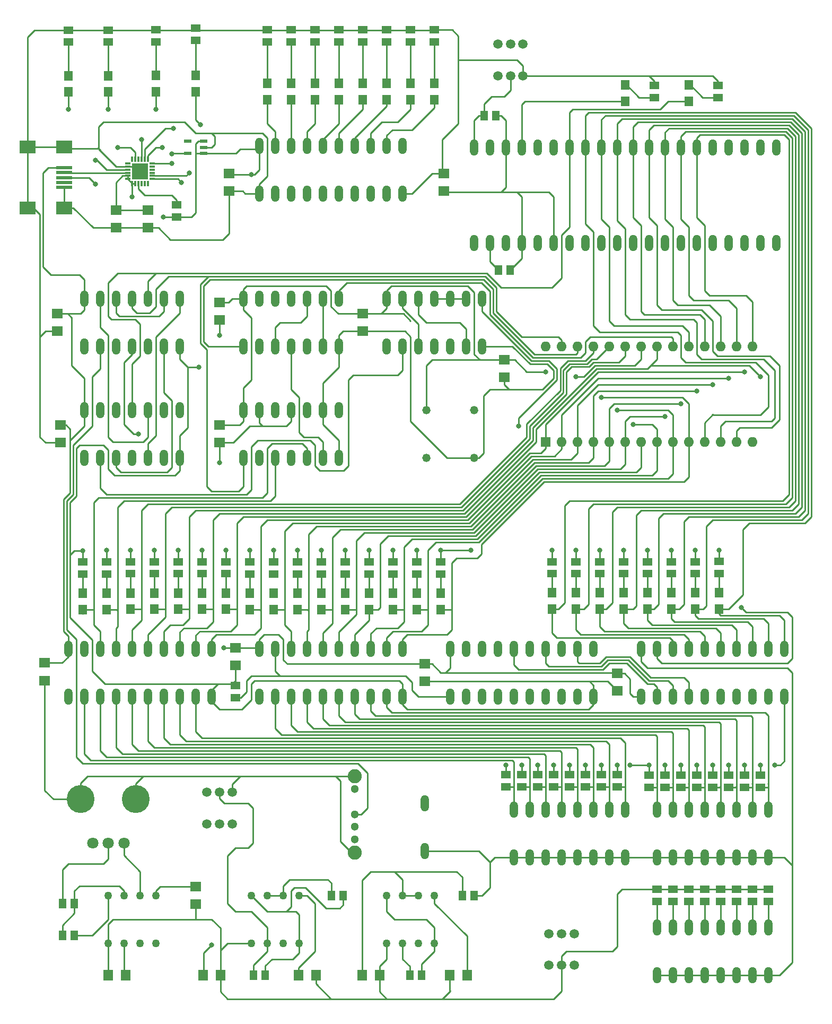
<source format=gtl>
G04 #@! TF.GenerationSoftware,KiCad,Pcbnew,(6.0.9-0)*
G04 #@! TF.CreationDate,2022-12-07T17:47:49-05:00*
G04 #@! TF.ProjectId,6502tor,36353032-746f-4722-9e6b-696361645f70,rev?*
G04 #@! TF.SameCoordinates,Original*
G04 #@! TF.FileFunction,Copper,L1,Top*
G04 #@! TF.FilePolarity,Positive*
%FSLAX46Y46*%
G04 Gerber Fmt 4.6, Leading zero omitted, Abs format (unit mm)*
G04 Created by KiCad (PCBNEW (6.0.9-0)) date 2022-12-07 17:47:49*
%MOMM*%
%LPD*%
G01*
G04 APERTURE LIST*
G04 #@! TA.AperFunction,ComponentPad*
%ADD10O,1.320800X2.641600*%
G04 #@! TD*
G04 #@! TA.AperFunction,SMDPad,CuDef*
%ADD11R,1.800000X1.600000*%
G04 #@! TD*
G04 #@! TA.AperFunction,ComponentPad*
%ADD12C,1.320800*%
G04 #@! TD*
G04 #@! TA.AperFunction,ComponentPad*
%ADD13R,1.600000X1.600000*%
G04 #@! TD*
G04 #@! TA.AperFunction,ComponentPad*
%ADD14O,1.600000X1.600000*%
G04 #@! TD*
G04 #@! TA.AperFunction,SMDPad,CuDef*
%ADD15R,1.450000X1.550000*%
G04 #@! TD*
G04 #@! TA.AperFunction,SMDPad,CuDef*
%ADD16R,1.600000X1.800000*%
G04 #@! TD*
G04 #@! TA.AperFunction,SMDPad,CuDef*
%ADD17R,1.500000X1.300000*%
G04 #@! TD*
G04 #@! TA.AperFunction,ComponentPad*
%ADD18C,1.500000*%
G04 #@! TD*
G04 #@! TA.AperFunction,SMDPad,CuDef*
%ADD19R,1.300000X1.500000*%
G04 #@! TD*
G04 #@! TA.AperFunction,ComponentPad*
%ADD20C,1.270000*%
G04 #@! TD*
G04 #@! TA.AperFunction,ComponentPad*
%ADD21C,1.300000*%
G04 #@! TD*
G04 #@! TA.AperFunction,ComponentPad*
%ADD22C,2.250000*%
G04 #@! TD*
G04 #@! TA.AperFunction,ComponentPad*
%ADD23C,1.800000*%
G04 #@! TD*
G04 #@! TA.AperFunction,ComponentPad*
%ADD24C,4.460000*%
G04 #@! TD*
G04 #@! TA.AperFunction,SMDPad,CuDef*
%ADD25R,2.500000X0.500000*%
G04 #@! TD*
G04 #@! TA.AperFunction,SMDPad,CuDef*
%ADD26R,2.500000X2.000000*%
G04 #@! TD*
G04 #@! TA.AperFunction,SMDPad,CuDef*
%ADD27R,1.200000X0.600000*%
G04 #@! TD*
G04 #@! TA.AperFunction,SMDPad,CuDef*
%ADD28R,0.850000X0.300000*%
G04 #@! TD*
G04 #@! TA.AperFunction,SMDPad,CuDef*
%ADD29R,0.300000X0.850000*%
G04 #@! TD*
G04 #@! TA.AperFunction,SMDPad,CuDef*
%ADD30R,2.550000X2.550000*%
G04 #@! TD*
G04 #@! TA.AperFunction,ViaPad*
%ADD31C,0.800000*%
G04 #@! TD*
G04 #@! TA.AperFunction,Conductor*
%ADD32C,0.250000*%
G04 #@! TD*
G04 APERTURE END LIST*
D10*
G04 #@! TO.P,IC2,1,DIR*
G04 #@! TO.N,VCC*
X132080000Y-132080000D03*
G04 #@! TO.P,IC2,2,A1*
G04 #@! TO.N,Net-(IC14-Pad16)*
X134620000Y-132080000D03*
G04 #@! TO.P,IC2,3,A2*
G04 #@! TO.N,Net-(IC14-Pad14)*
X137160000Y-132080000D03*
G04 #@! TO.P,IC2,4,A3*
G04 #@! TO.N,Net-(IC14-Pad12)*
X139700000Y-132080000D03*
G04 #@! TO.P,IC2,5,A4*
G04 #@! TO.N,Net-(R20-Pad1)*
X142240000Y-132080000D03*
G04 #@! TO.P,IC2,6,A5*
G04 #@! TO.N,Net-(R21-Pad1)*
X144780000Y-132080000D03*
G04 #@! TO.P,IC2,7,A6*
G04 #@! TO.N,Net-(R22-Pad1)*
X147320000Y-132080000D03*
G04 #@! TO.P,IC2,8,A7*
G04 #@! TO.N,Net-(R23-Pad1)*
X149860000Y-132080000D03*
G04 #@! TO.P,IC2,9,A8*
G04 #@! TO.N,Net-(R24-Pad1)*
X152400000Y-132080000D03*
G04 #@! TO.P,IC2,10*
G04 #@! TO.N,0*
X154940000Y-132080000D03*
G04 #@! TO.P,IC2,11,B8*
G04 #@! TO.N,Net-(IC1-Pad33)*
X154940000Y-124460000D03*
G04 #@! TO.P,IC2,12,B7*
G04 #@! TO.N,Net-(IC1-Pad32)*
X152400000Y-124460000D03*
G04 #@! TO.P,IC2,13,B6*
G04 #@! TO.N,Net-(IC1-Pad31)*
X149860000Y-124460000D03*
G04 #@! TO.P,IC2,14,B5*
G04 #@! TO.N,Net-(IC1-Pad30)*
X147320000Y-124460000D03*
G04 #@! TO.P,IC2,15,B4*
G04 #@! TO.N,Net-(IC1-Pad29)*
X144780000Y-124460000D03*
G04 #@! TO.P,IC2,16,B3*
G04 #@! TO.N,Net-(IC1-Pad28)*
X142240000Y-124460000D03*
G04 #@! TO.P,IC2,17,B2*
G04 #@! TO.N,Net-(IC1-Pad27)*
X139700000Y-124460000D03*
G04 #@! TO.P,IC2,18,B1*
G04 #@! TO.N,Net-(IC1-Pad26)*
X137160000Y-124460000D03*
G04 #@! TO.P,IC2,19,G*
G04 #@! TO.N,Net-(IC4-Pad8)*
X134620000Y-124460000D03*
G04 #@! TO.P,IC2,20*
G04 #@! TO.N,VCC*
X132080000Y-124460000D03*
G04 #@! TD*
D11*
G04 #@! TO.P,C7,1,1*
G04 #@! TO.N,0*
X48260000Y-57280000D03*
G04 #@! TO.P,C7,2,2*
G04 #@! TO.N,Net-(C7-Pad2)*
X48260000Y-54480000D03*
G04 #@! TD*
D10*
G04 #@! TO.P,IC15,1,OC*
G04 #@! TO.N,0*
X71120000Y-51816000D03*
G04 #@! TO.P,IC15,2,1D*
G04 #@! TO.N,Net-(IC1-Pad26)*
X73660000Y-51816000D03*
G04 #@! TO.P,IC15,3,2D*
G04 #@! TO.N,Net-(IC1-Pad27)*
X76200000Y-51816000D03*
G04 #@! TO.P,IC15,4,3D*
G04 #@! TO.N,Net-(IC1-Pad28)*
X78740000Y-51816000D03*
G04 #@! TO.P,IC15,5,4D*
G04 #@! TO.N,Net-(IC1-Pad29)*
X81280000Y-51816000D03*
G04 #@! TO.P,IC15,6,5D*
G04 #@! TO.N,Net-(IC1-Pad30)*
X83820000Y-51816000D03*
G04 #@! TO.P,IC15,7,6D*
G04 #@! TO.N,Net-(IC1-Pad31)*
X86360000Y-51816000D03*
G04 #@! TO.P,IC15,8,7D*
G04 #@! TO.N,Net-(IC1-Pad32)*
X88900000Y-51816000D03*
G04 #@! TO.P,IC15,9,8D*
G04 #@! TO.N,Net-(IC1-Pad33)*
X91440000Y-51816000D03*
G04 #@! TO.P,IC15,10*
G04 #@! TO.N,0*
X93980000Y-51816000D03*
G04 #@! TO.P,IC15,11,CLK*
G04 #@! TO.N,Net-(IC15-Pad11)*
X93980000Y-44196000D03*
G04 #@! TO.P,IC15,12,8Q*
G04 #@! TO.N,Net-(IC15-Pad12)*
X91440000Y-44196000D03*
G04 #@! TO.P,IC15,13,7Q*
G04 #@! TO.N,Net-(IC15-Pad13)*
X88900000Y-44196000D03*
G04 #@! TO.P,IC15,14,6Q*
G04 #@! TO.N,Net-(IC15-Pad14)*
X86360000Y-44196000D03*
G04 #@! TO.P,IC15,15,5Q*
G04 #@! TO.N,Net-(IC15-Pad15)*
X83820000Y-44196000D03*
G04 #@! TO.P,IC15,16,4Q*
G04 #@! TO.N,Net-(IC15-Pad16)*
X81280000Y-44196000D03*
G04 #@! TO.P,IC15,17,3Q*
G04 #@! TO.N,Net-(IC15-Pad17)*
X78740000Y-44196000D03*
G04 #@! TO.P,IC15,18,2Q*
G04 #@! TO.N,Net-(IC15-Pad18)*
X76200000Y-44196000D03*
G04 #@! TO.P,IC15,19,1Q*
G04 #@! TO.N,Net-(IC15-Pad19)*
X73660000Y-44196000D03*
G04 #@! TO.P,IC15,20*
G04 #@! TO.N,VCC*
X71120000Y-44196000D03*
G04 #@! TD*
D12*
G04 #@! TO.P,QG1,1*
G04 #@! TO.N,N/C*
X97790000Y-93980000D03*
G04 #@! TO.P,QG1,4,GND*
G04 #@! TO.N,0*
X105410000Y-93980000D03*
G04 #@! TO.P,QG1,5,OUT*
G04 #@! TO.N,Net-(QG1-Pad5)*
X105410000Y-86360000D03*
G04 #@! TO.P,QG1,8,VCC*
G04 #@! TO.N,VCC*
X97790000Y-86360000D03*
G04 #@! TD*
D10*
G04 #@! TO.P,IC8,1,I*
G04 #@! TO.N,Net-(IC1-Pad36)*
X43180000Y-93980000D03*
G04 #@! TO.P,IC8,2,O*
G04 #@! TO.N,Net-(IC14-Pad19)*
X45720000Y-93980000D03*
G04 #@! TO.P,IC8,3,I*
G04 #@! TO.N,Net-(IC3-Pad6)*
X48260000Y-93980000D03*
G04 #@! TO.P,IC8,4,O*
G04 #@! TO.N,Net-(IC4-Pad5)*
X50800000Y-93980000D03*
G04 #@! TO.P,IC8,5,I*
G04 #@! TO.N,Net-(IC3-Pad8)*
X53340000Y-93980000D03*
G04 #@! TO.P,IC8,6,O*
G04 #@! TO.N,Net-(IC3-Pad5)*
X55880000Y-93980000D03*
G04 #@! TO.P,IC8,7*
G04 #@! TO.N,0*
X58420000Y-93980000D03*
G04 #@! TO.P,IC8,8,O*
G04 #@! TO.N,Net-(IC15-Pad11)*
X58420000Y-86360000D03*
G04 #@! TO.P,IC8,9,I*
G04 #@! TO.N,Net-(IC5-Pad11)*
X55880000Y-86360000D03*
G04 #@! TO.P,IC8,10,O*
G04 #@! TO.N,Net-(IC3-Pad13)*
X53340000Y-86360000D03*
G04 #@! TO.P,IC8,11,I*
G04 #@! TO.N,Net-(IC1-Pad34)*
X50800000Y-86360000D03*
G04 #@! TO.P,IC8,12,O*
G04 #@! TO.N,Net-(IC14-Pad2)*
X48260000Y-86360000D03*
G04 #@! TO.P,IC8,13,I*
G04 #@! TO.N,Net-(IC10-Pad3)*
X45720000Y-86360000D03*
G04 #@! TO.P,IC8,14*
G04 #@! TO.N,VCC*
X43180000Y-86360000D03*
G04 #@! TD*
G04 #@! TO.P,IC1,1,~{VPB}*
G04 #@! TO.N,unconnected-(IC1-Pad1)*
X105410000Y-59690000D03*
G04 #@! TO.P,IC1,2,RDY*
G04 #@! TO.N,Net-(IC1-Pad2)*
X107950000Y-59690000D03*
G04 #@! TO.P,IC1,3,PHI1O*
G04 #@! TO.N,unconnected-(IC1-Pad3)*
X110490000Y-59690000D03*
G04 #@! TO.P,IC1,4,~{IRQB}*
G04 #@! TO.N,VCC*
X113030000Y-59690000D03*
G04 #@! TO.P,IC1,5,~{MLB}*
G04 #@! TO.N,unconnected-(IC1-Pad5)*
X115570000Y-59690000D03*
G04 #@! TO.P,IC1,6,~{NMIB}*
G04 #@! TO.N,VCC*
X118110000Y-59690000D03*
G04 #@! TO.P,IC1,7,SYNC*
G04 #@! TO.N,unconnected-(IC1-Pad7)*
X120650000Y-59690000D03*
G04 #@! TO.P,IC1,8*
G04 #@! TO.N,VCC*
X123190000Y-59690000D03*
G04 #@! TO.P,IC1,9,A0*
G04 #@! TO.N,Net-(IC1-Pad9)*
X125730000Y-59690000D03*
G04 #@! TO.P,IC1,10,A1*
G04 #@! TO.N,Net-(IC1-Pad10)*
X128270000Y-59690000D03*
G04 #@! TO.P,IC1,11,A2*
G04 #@! TO.N,Net-(IC1-Pad11)*
X130810000Y-59690000D03*
G04 #@! TO.P,IC1,12,A3*
G04 #@! TO.N,Net-(IC1-Pad12)*
X133350000Y-59690000D03*
G04 #@! TO.P,IC1,13,A4*
G04 #@! TO.N,Net-(IC1-Pad13)*
X135890000Y-59690000D03*
G04 #@! TO.P,IC1,14,A5*
G04 #@! TO.N,Net-(IC1-Pad14)*
X138430000Y-59690000D03*
G04 #@! TO.P,IC1,15,A6*
G04 #@! TO.N,Net-(IC1-Pad15)*
X140970000Y-59690000D03*
G04 #@! TO.P,IC1,16,A7*
G04 #@! TO.N,Net-(IC1-Pad16)*
X143510000Y-59690000D03*
G04 #@! TO.P,IC1,17,A8*
G04 #@! TO.N,Net-(IC1-Pad17)*
X146050000Y-59690000D03*
G04 #@! TO.P,IC1,18,A9*
G04 #@! TO.N,Net-(IC1-Pad18)*
X148590000Y-59690000D03*
G04 #@! TO.P,IC1,19,A10*
G04 #@! TO.N,Net-(IC1-Pad19)*
X151130000Y-59690000D03*
G04 #@! TO.P,IC1,20,A11*
G04 #@! TO.N,Net-(IC1-Pad20)*
X153670000Y-59690000D03*
G04 #@! TO.P,IC1,21*
G04 #@! TO.N,0*
X153670000Y-44450000D03*
G04 #@! TO.P,IC1,22,A12*
G04 #@! TO.N,Net-(IC1-Pad22)*
X151130000Y-44450000D03*
G04 #@! TO.P,IC1,23,A13*
G04 #@! TO.N,Net-(IC1-Pad23)*
X148590000Y-44450000D03*
G04 #@! TO.P,IC1,24,A14*
G04 #@! TO.N,Net-(IC1-Pad24)*
X146050000Y-44450000D03*
G04 #@! TO.P,IC1,25,A15*
G04 #@! TO.N,Net-(IC1-Pad25)*
X143510000Y-44450000D03*
G04 #@! TO.P,IC1,26,D7*
G04 #@! TO.N,Net-(IC1-Pad26)*
X140970000Y-44450000D03*
G04 #@! TO.P,IC1,27,D6*
G04 #@! TO.N,Net-(IC1-Pad27)*
X138430000Y-44450000D03*
G04 #@! TO.P,IC1,28,D5*
G04 #@! TO.N,Net-(IC1-Pad28)*
X135890000Y-44450000D03*
G04 #@! TO.P,IC1,29,D4*
G04 #@! TO.N,Net-(IC1-Pad29)*
X133350000Y-44450000D03*
G04 #@! TO.P,IC1,30,D3*
G04 #@! TO.N,Net-(IC1-Pad30)*
X130810000Y-44450000D03*
G04 #@! TO.P,IC1,31,D2*
G04 #@! TO.N,Net-(IC1-Pad31)*
X128270000Y-44450000D03*
G04 #@! TO.P,IC1,32,D1*
G04 #@! TO.N,Net-(IC1-Pad32)*
X125730000Y-44450000D03*
G04 #@! TO.P,IC1,33,D0*
G04 #@! TO.N,Net-(IC1-Pad33)*
X123190000Y-44450000D03*
G04 #@! TO.P,IC1,34,R~{WB}*
G04 #@! TO.N,Net-(IC1-Pad34)*
X120650000Y-44450000D03*
G04 #@! TO.P,IC1,35,NC*
G04 #@! TO.N,unconnected-(IC1-Pad35)*
X118110000Y-44450000D03*
G04 #@! TO.P,IC1,36,BE*
G04 #@! TO.N,Net-(IC1-Pad36)*
X115570000Y-44450000D03*
G04 #@! TO.P,IC1,37,PHI2*
G04 #@! TO.N,Net-(IC1-Pad37)*
X113030000Y-44450000D03*
G04 #@! TO.P,IC1,38,~{SOB}*
G04 #@! TO.N,VCC*
X110490000Y-44450000D03*
G04 #@! TO.P,IC1,39,PHI2O*
G04 #@! TO.N,unconnected-(IC1-Pad39)*
X107950000Y-44450000D03*
G04 #@! TO.P,IC1,40,~{RESB}*
G04 #@! TO.N,Net-(IC1-Pad40)*
X105410000Y-44450000D03*
G04 #@! TD*
G04 #@! TO.P,IC3,1,I0*
G04 #@! TO.N,Net-(IC1-Pad36)*
X43180000Y-76200000D03*
G04 #@! TO.P,IC3,2,I1*
G04 #@! TO.N,Net-(IC3-Pad2)*
X45720000Y-76200000D03*
G04 #@! TO.P,IC3,3,O*
G04 #@! TO.N,Net-(IC1-Pad37)*
X48260000Y-76200000D03*
G04 #@! TO.P,IC3,4,I0*
G04 #@! TO.N,Net-(IC3-Pad4)*
X50800000Y-76200000D03*
G04 #@! TO.P,IC3,5,I1*
G04 #@! TO.N,Net-(IC3-Pad5)*
X53340000Y-76200000D03*
G04 #@! TO.P,IC3,6,O*
G04 #@! TO.N,Net-(IC3-Pad6)*
X55880000Y-76200000D03*
G04 #@! TO.P,IC3,7*
G04 #@! TO.N,0*
X58420000Y-76200000D03*
G04 #@! TO.P,IC3,8,O*
G04 #@! TO.N,Net-(IC3-Pad8)*
X58420000Y-68580000D03*
G04 #@! TO.P,IC3,9,I0*
G04 #@! TO.N,Net-(IC1-Pad37)*
X55880000Y-68580000D03*
G04 #@! TO.P,IC3,10,I1*
G04 #@! TO.N,Net-(IC1-Pad34)*
X53340000Y-68580000D03*
G04 #@! TO.P,IC3,11,O*
G04 #@! TO.N,Net-(IC3-Pad11)*
X50800000Y-68580000D03*
G04 #@! TO.P,IC3,12,I0*
G04 #@! TO.N,Net-(IC1-Pad37)*
X48260000Y-68580000D03*
G04 #@! TO.P,IC3,13,I1*
G04 #@! TO.N,Net-(IC3-Pad13)*
X45720000Y-68580000D03*
G04 #@! TO.P,IC3,14*
G04 #@! TO.N,VCC*
X43180000Y-68580000D03*
G04 #@! TD*
G04 #@! TO.P,IC14,1,G*
G04 #@! TO.N,Net-(IC1-Pad36)*
X101600000Y-132080000D03*
G04 #@! TO.P,IC14,2,A1*
G04 #@! TO.N,Net-(IC14-Pad2)*
X104140000Y-132080000D03*
G04 #@! TO.P,IC14,3,Y4*
G04 #@! TO.N,unconnected-(IC14-Pad3)*
X106680000Y-132080000D03*
G04 #@! TO.P,IC14,4,A2*
G04 #@! TO.N,Net-(IC14-Pad4)*
X109220000Y-132080000D03*
G04 #@! TO.P,IC14,5,Y3*
G04 #@! TO.N,Net-(IC14-Pad16)*
X111760000Y-132080000D03*
G04 #@! TO.P,IC14,6,A3*
G04 #@! TO.N,Net-(IC14-Pad6)*
X114300000Y-132080000D03*
G04 #@! TO.P,IC14,7,Y2*
G04 #@! TO.N,Net-(IC14-Pad14)*
X116840000Y-132080000D03*
G04 #@! TO.P,IC14,8,A4*
G04 #@! TO.N,Net-(IC14-Pad8)*
X119380000Y-132080000D03*
G04 #@! TO.P,IC14,9,Y1*
G04 #@! TO.N,Net-(IC14-Pad12)*
X121920000Y-132080000D03*
G04 #@! TO.P,IC14,10*
G04 #@! TO.N,0*
X124460000Y-132080000D03*
G04 #@! TO.P,IC14,11,A1*
G04 #@! TO.N,Net-(IC14-Pad11)*
X124460000Y-124460000D03*
G04 #@! TO.P,IC14,12,Y4*
G04 #@! TO.N,Net-(IC14-Pad12)*
X121920000Y-124460000D03*
G04 #@! TO.P,IC14,13,A2*
G04 #@! TO.N,Net-(IC14-Pad13)*
X119380000Y-124460000D03*
G04 #@! TO.P,IC14,14,Y3*
G04 #@! TO.N,Net-(IC14-Pad14)*
X116840000Y-124460000D03*
G04 #@! TO.P,IC14,15,A3*
G04 #@! TO.N,Net-(IC14-Pad15)*
X114300000Y-124460000D03*
G04 #@! TO.P,IC14,16,Y2*
G04 #@! TO.N,Net-(IC14-Pad16)*
X111760000Y-124460000D03*
G04 #@! TO.P,IC14,17,A4*
G04 #@! TO.N,unconnected-(IC14-Pad17)*
X109220000Y-124460000D03*
G04 #@! TO.P,IC14,18,Y1*
G04 #@! TO.N,Net-(IC1-Pad34)*
X106680000Y-124460000D03*
G04 #@! TO.P,IC14,19,G*
G04 #@! TO.N,Net-(IC14-Pad19)*
X104140000Y-124460000D03*
G04 #@! TO.P,IC14,20*
G04 #@! TO.N,VCC*
X101600000Y-124460000D03*
G04 #@! TD*
D11*
G04 #@! TO.P,C11,1,1*
G04 #@! TO.N,0*
X64770000Y-72012000D03*
G04 #@! TO.P,C11,2,2*
G04 #@! TO.N,VCC*
X64770000Y-69212000D03*
G04 #@! TD*
D10*
G04 #@! TO.P,IC5,1,I0*
G04 #@! TO.N,Net-(IC1-Pad25)*
X68580000Y-76200000D03*
G04 #@! TO.P,IC5,2,I1*
G04 #@! TO.N,Net-(IC5-Pad2)*
X71120000Y-76200000D03*
G04 #@! TO.P,IC5,3,O*
G04 #@! TO.N,Net-(IC5-Pad10)*
X73660000Y-76200000D03*
G04 #@! TO.P,IC5,4,I0*
G04 #@! TO.N,Net-(IC5-Pad4)*
X76200000Y-76200000D03*
G04 #@! TO.P,IC5,5,I1*
G04 #@! TO.N,Net-(IC1-Pad24)*
X78740000Y-76200000D03*
G04 #@! TO.P,IC5,6,O*
G04 #@! TO.N,Net-(IC5-Pad6)*
X81280000Y-76200000D03*
G04 #@! TO.P,IC5,7*
G04 #@! TO.N,0*
X83820000Y-76200000D03*
G04 #@! TO.P,IC5,8,O*
G04 #@! TO.N,Net-(IC3-Pad4)*
X83820000Y-68580000D03*
G04 #@! TO.P,IC5,9,I0*
G04 #@! TO.N,Net-(IC5-Pad6)*
X81280000Y-68580000D03*
G04 #@! TO.P,IC5,10,I1*
G04 #@! TO.N,Net-(IC5-Pad10)*
X78740000Y-68580000D03*
G04 #@! TO.P,IC5,11,O*
G04 #@! TO.N,Net-(IC5-Pad11)*
X76200000Y-68580000D03*
G04 #@! TO.P,IC5,12,I0*
G04 #@! TO.N,Net-(IC3-Pad4)*
X73660000Y-68580000D03*
G04 #@! TO.P,IC5,13,I1*
G04 #@! TO.N,Net-(IC5-Pad13)*
X71120000Y-68580000D03*
G04 #@! TO.P,IC5,14*
G04 #@! TO.N,VCC*
X68580000Y-68580000D03*
G04 #@! TD*
G04 #@! TO.P,IC4,1,I0*
G04 #@! TO.N,Net-(IC10-Pad3)*
X91440000Y-76200000D03*
G04 #@! TO.P,IC4,2,I1*
G04 #@! TO.N,Net-(IC14-Pad19)*
X93980000Y-76200000D03*
G04 #@! TO.P,IC4,3,O*
G04 #@! TO.N,Net-(IC4-Pad13)*
X96520000Y-76200000D03*
G04 #@! TO.P,IC4,4,I0*
G04 #@! TO.N,Net-(IC1-Pad36)*
X99060000Y-76200000D03*
G04 #@! TO.P,IC4,5,I1*
G04 #@! TO.N,Net-(IC4-Pad5)*
X101600000Y-76200000D03*
G04 #@! TO.P,IC4,6,O*
G04 #@! TO.N,Net-(IC4-Pad12)*
X104140000Y-76200000D03*
G04 #@! TO.P,IC4,7*
G04 #@! TO.N,0*
X106680000Y-76200000D03*
G04 #@! TO.P,IC4,8,O*
G04 #@! TO.N,Net-(IC4-Pad8)*
X106680000Y-68580000D03*
G04 #@! TO.P,IC4,9,I0*
G04 #@! TO.N,Net-(IC4-Pad10)*
X104140000Y-68580000D03*
G04 #@! TO.P,IC4,10,I1*
X101600000Y-68580000D03*
G04 #@! TO.P,IC4,11,O*
X99060000Y-68580000D03*
G04 #@! TO.P,IC4,12,I0*
G04 #@! TO.N,Net-(IC4-Pad12)*
X96520000Y-68580000D03*
G04 #@! TO.P,IC4,13,I1*
G04 #@! TO.N,Net-(IC4-Pad13)*
X93980000Y-68580000D03*
G04 #@! TO.P,IC4,14*
G04 #@! TO.N,VCC*
X91440000Y-68580000D03*
G04 #@! TD*
G04 #@! TO.P,IC9,1,I*
G04 #@! TO.N,Net-(IC3-Pad11)*
X68580000Y-93980000D03*
G04 #@! TO.P,IC9,2,O*
G04 #@! TO.N,Net-(IC5-Pad13)*
X71120000Y-93980000D03*
G04 #@! TO.P,IC9,3,I*
G04 #@! TO.N,Net-(IC1-Pad24)*
X73660000Y-93980000D03*
G04 #@! TO.P,IC9,4,O*
G04 #@! TO.N,Net-(IC5-Pad2)*
X76200000Y-93980000D03*
G04 #@! TO.P,IC9,5,I*
G04 #@! TO.N,Net-(IC1-Pad25)*
X78740000Y-93980000D03*
G04 #@! TO.P,IC9,6,O*
G04 #@! TO.N,Net-(IC5-Pad4)*
X81280000Y-93980000D03*
G04 #@! TO.P,IC9,7*
G04 #@! TO.N,0*
X83820000Y-93980000D03*
G04 #@! TO.P,IC9,8,O*
G04 #@! TO.N,unconnected-(IC9-Pad8)*
X83820000Y-86360000D03*
G04 #@! TO.P,IC9,9,I*
G04 #@! TO.N,0*
X81280000Y-86360000D03*
G04 #@! TO.P,IC9,10,O*
G04 #@! TO.N,unconnected-(IC9-Pad10)*
X78740000Y-86360000D03*
G04 #@! TO.P,IC9,11,I*
G04 #@! TO.N,0*
X76200000Y-86360000D03*
G04 #@! TO.P,IC9,12,O*
G04 #@! TO.N,unconnected-(IC9-Pad12)*
X73660000Y-86360000D03*
G04 #@! TO.P,IC9,13,I*
G04 #@! TO.N,0*
X71120000Y-86360000D03*
G04 #@! TO.P,IC9,14*
G04 #@! TO.N,VCC*
X68580000Y-86360000D03*
G04 #@! TD*
D13*
G04 #@! TO.P,U1,1,A14*
G04 #@! TO.N,Net-(IC1-Pad18)*
X116840000Y-91440000D03*
D14*
G04 #@! TO.P,U1,2,A12*
G04 #@! TO.N,Net-(IC1-Pad17)*
X119380000Y-91440000D03*
G04 #@! TO.P,U1,3,A7*
G04 #@! TO.N,Net-(IC1-Pad16)*
X121920000Y-91440000D03*
G04 #@! TO.P,U1,4,A6*
G04 #@! TO.N,Net-(IC1-Pad15)*
X124460000Y-91440000D03*
G04 #@! TO.P,U1,5,A5*
G04 #@! TO.N,Net-(IC1-Pad14)*
X127000000Y-91440000D03*
G04 #@! TO.P,U1,6,A4*
G04 #@! TO.N,Net-(IC1-Pad13)*
X129540000Y-91440000D03*
G04 #@! TO.P,U1,7,A3*
G04 #@! TO.N,Net-(IC1-Pad12)*
X132080000Y-91440000D03*
G04 #@! TO.P,U1,8,A2*
G04 #@! TO.N,Net-(IC1-Pad11)*
X134620000Y-91440000D03*
G04 #@! TO.P,U1,9,A1*
G04 #@! TO.N,Net-(IC1-Pad10)*
X137160000Y-91440000D03*
G04 #@! TO.P,U1,10,A0*
G04 #@! TO.N,Net-(IC1-Pad9)*
X139700000Y-91440000D03*
G04 #@! TO.P,U1,11,Q0*
G04 #@! TO.N,Net-(IC1-Pad33)*
X142240000Y-91440000D03*
G04 #@! TO.P,U1,12,Q1*
G04 #@! TO.N,Net-(IC1-Pad31)*
X144780000Y-91440000D03*
G04 #@! TO.P,U1,13,Q2*
G04 #@! TO.N,Net-(IC1-Pad29)*
X147320000Y-91440000D03*
G04 #@! TO.P,U1,14,GND*
G04 #@! TO.N,0*
X149860000Y-91440000D03*
G04 #@! TO.P,U1,15,Q3*
G04 #@! TO.N,unconnected-(U1-Pad15)*
X149860000Y-76200000D03*
G04 #@! TO.P,U1,16,Q4*
G04 #@! TO.N,unconnected-(U1-Pad16)*
X147320000Y-76200000D03*
G04 #@! TO.P,U1,17,Q5*
G04 #@! TO.N,unconnected-(U1-Pad17)*
X144780000Y-76200000D03*
G04 #@! TO.P,U1,18,Q6*
G04 #@! TO.N,unconnected-(U1-Pad18)*
X142240000Y-76200000D03*
G04 #@! TO.P,U1,19,Q7*
G04 #@! TO.N,unconnected-(U1-Pad19)*
X139700000Y-76200000D03*
G04 #@! TO.P,U1,20,~{CS}*
G04 #@! TO.N,Net-(IC3-Pad4)*
X137160000Y-76200000D03*
G04 #@! TO.P,U1,21,A10*
G04 #@! TO.N,Net-(IC1-Pad19)*
X134620000Y-76200000D03*
G04 #@! TO.P,U1,22,~{OE}*
G04 #@! TO.N,Net-(IC3-Pad8)*
X132080000Y-76200000D03*
G04 #@! TO.P,U1,23,A11*
G04 #@! TO.N,Net-(IC1-Pad20)*
X129540000Y-76200000D03*
G04 #@! TO.P,U1,24,A9*
G04 #@! TO.N,Net-(IC1-Pad22)*
X127000000Y-76200000D03*
G04 #@! TO.P,U1,25,A8*
G04 #@! TO.N,Net-(IC1-Pad23)*
X124460000Y-76200000D03*
G04 #@! TO.P,U1,26,A13*
G04 #@! TO.N,Net-(IC1-Pad25)*
X121920000Y-76200000D03*
G04 #@! TO.P,U1,27,~{WE}*
G04 #@! TO.N,Net-(IC3-Pad11)*
X119380000Y-76200000D03*
G04 #@! TO.P,U1,28,VCC*
G04 #@! TO.N,VCC*
X116840000Y-76200000D03*
G04 #@! TD*
D15*
G04 #@! TO.P,LED10,1,K*
G04 #@! TO.N,Net-(LED10-Pad1)*
X77216000Y-115606000D03*
G04 #@! TO.P,LED10,2,A*
G04 #@! TO.N,Net-(IC1-Pad15)*
X77216000Y-118206000D03*
G04 #@! TD*
G04 #@! TO.P,LED35,1,K*
G04 #@! TO.N,Net-(LED35-Pad1)*
X54610000Y-32990000D03*
G04 #@! TO.P,LED35,2,A*
G04 #@! TO.N,Net-(IC16-Pad13)*
X54610000Y-35590000D03*
G04 #@! TD*
G04 #@! TO.P,LED36,1,K*
G04 #@! TO.N,Net-(LED36-Pad1)*
X60960000Y-32990000D03*
G04 #@! TO.P,LED36,2,A*
G04 #@! TO.N,Net-(IC16-Pad14)*
X60960000Y-35590000D03*
G04 #@! TD*
G04 #@! TO.P,LED27,1,K*
G04 #@! TO.N,Net-(LED27-Pad1)*
X80010000Y-34260000D03*
G04 #@! TO.P,LED27,2,A*
G04 #@! TO.N,Net-(IC15-Pad17)*
X80010000Y-36860000D03*
G04 #@! TD*
D16*
G04 #@! TO.P,C2,1,1*
G04 #@! TO.N,0*
X46990000Y-176530000D03*
G04 #@! TO.P,C2,2,2*
G04 #@! TO.N,Net-(C2-Pad2)*
X49790000Y-176530000D03*
G04 #@! TD*
D17*
G04 #@! TO.P,R46,1,1*
G04 #@! TO.N,Net-(LED21-Pad1)*
X133096000Y-112492000D03*
G04 #@! TO.P,R46,2,2*
G04 #@! TO.N,0*
X133096000Y-110592000D03*
G04 #@! TD*
G04 #@! TO.P,R5,1,1*
G04 #@! TO.N,Net-(IC11-Pad6)*
X120650000Y-146492000D03*
G04 #@! TO.P,R5,2,2*
G04 #@! TO.N,0*
X120650000Y-144592000D03*
G04 #@! TD*
G04 #@! TO.P,R48,1,1*
G04 #@! TO.N,Net-(LED23-Pad1)*
X140716000Y-112492000D03*
G04 #@! TO.P,R48,2,2*
G04 #@! TO.N,0*
X140716000Y-110592000D03*
G04 #@! TD*
D11*
G04 #@! TO.P,C14,1,1*
G04 #@! TO.N,0*
X39370000Y-91570000D03*
G04 #@! TO.P,C14,2,2*
G04 #@! TO.N,VCC*
X39370000Y-88770000D03*
G04 #@! TD*
D15*
G04 #@! TO.P,LED19,1,K*
G04 #@! TO.N,Net-(LED19-Pad1)*
X125476000Y-115540000D03*
G04 #@! TO.P,LED19,2,A*
G04 #@! TO.N,Net-(IC1-Pad28)*
X125476000Y-118140000D03*
G04 #@! TD*
D17*
G04 #@! TO.P,R36,1,1*
G04 #@! TO.N,Net-(LED11-Pad1)*
X81026000Y-112522000D03*
G04 #@! TO.P,R36,2,2*
G04 #@! TO.N,0*
X81026000Y-110622000D03*
G04 #@! TD*
D10*
G04 #@! TO.P,SW3,1,1*
G04 #@! TO.N,VCC*
X134620000Y-176530000D03*
G04 #@! TO.P,SW3,2,2*
X137160000Y-176530000D03*
G04 #@! TO.P,SW3,3,3*
X139700000Y-176530000D03*
G04 #@! TO.P,SW3,4,4*
X142240000Y-176530000D03*
G04 #@! TO.P,SW3,5,5*
X144780000Y-176530000D03*
G04 #@! TO.P,SW3,6,6*
X147320000Y-176530000D03*
G04 #@! TO.P,SW3,7,7*
X149860000Y-176530000D03*
G04 #@! TO.P,SW3,8,8*
X152400000Y-176530000D03*
G04 #@! TO.P,SW3,9,9*
G04 #@! TO.N,Net-(R24-Pad1)*
X152400000Y-168910000D03*
G04 #@! TO.P,SW3,10,10*
G04 #@! TO.N,Net-(R23-Pad1)*
X149860000Y-168910000D03*
G04 #@! TO.P,SW3,11,11*
G04 #@! TO.N,Net-(R22-Pad1)*
X147320000Y-168910000D03*
G04 #@! TO.P,SW3,12,12*
G04 #@! TO.N,Net-(R21-Pad1)*
X144780000Y-168910000D03*
G04 #@! TO.P,SW3,13,13*
G04 #@! TO.N,Net-(R20-Pad1)*
X142240000Y-168910000D03*
G04 #@! TO.P,SW3,14,14*
G04 #@! TO.N,Net-(IC14-Pad4)*
X139700000Y-168910000D03*
G04 #@! TO.P,SW3,15,15*
G04 #@! TO.N,Net-(IC14-Pad6)*
X137160000Y-168910000D03*
G04 #@! TO.P,SW3,16,16*
G04 #@! TO.N,Net-(IC14-Pad8)*
X134620000Y-168910000D03*
G04 #@! TD*
D18*
G04 #@! TO.P,S1,A1,NC_1*
G04 #@! TO.N,unconnected-(S1-PadA1)*
X117380000Y-174945000D03*
G04 #@! TO.P,S1,A2,NO_1*
G04 #@! TO.N,Net-(IC10-Pad2)*
X121380000Y-174945000D03*
G04 #@! TO.P,S1,B1,NC_2*
G04 #@! TO.N,unconnected-(S1-PadB1)*
X117380000Y-169945000D03*
G04 #@! TO.P,S1,B2,NO_2*
G04 #@! TO.N,unconnected-(S1-PadB2)*
X121380000Y-169945000D03*
G04 #@! TO.P,S1,C1,COM_1*
G04 #@! TO.N,0*
X119380000Y-174945000D03*
G04 #@! TO.P,S1,C2,COM_2*
G04 #@! TO.N,unconnected-(S1-PadC2)*
X119380000Y-169945000D03*
G04 #@! TD*
D17*
G04 #@! TO.P,R8,1,1*
G04 #@! TO.N,Net-(IC11-Pad9)*
X128270000Y-146492000D03*
G04 #@! TO.P,R8,2,2*
G04 #@! TO.N,0*
X128270000Y-144592000D03*
G04 #@! TD*
D15*
G04 #@! TO.P,LED3,1,K*
G04 #@! TO.N,Net-(LED3-Pad1)*
X50546000Y-115576000D03*
G04 #@! TO.P,LED3,2,A*
G04 #@! TO.N,Net-(IC1-Pad23)*
X50546000Y-118176000D03*
G04 #@! TD*
D17*
G04 #@! TO.P,R39,1,1*
G04 #@! TO.N,Net-(LED14-Pad1)*
X92456000Y-112522000D03*
G04 #@! TO.P,R39,2,2*
G04 #@! TO.N,0*
X92456000Y-110622000D03*
G04 #@! TD*
G04 #@! TO.P,R21,1,1*
G04 #@! TO.N,Net-(R21-Pad1)*
X144780000Y-164780000D03*
G04 #@! TO.P,R21,2,2*
G04 #@! TO.N,0*
X144780000Y-162880000D03*
G04 #@! TD*
D16*
G04 #@! TO.P,C4,1,1*
G04 #@! TO.N,0*
X64900000Y-176530000D03*
G04 #@! TO.P,C4,2,2*
G04 #@! TO.N,Net-(C4-Pad2)*
X62100000Y-176530000D03*
G04 #@! TD*
D17*
G04 #@! TO.P,R1,1,1*
G04 #@! TO.N,Net-(IC11-Pad2)*
X110490000Y-146492000D03*
G04 #@! TO.P,R1,2,2*
G04 #@! TO.N,0*
X110490000Y-144592000D03*
G04 #@! TD*
G04 #@! TO.P,R72,1,1*
G04 #@! TO.N,Net-(LED35-Pad1)*
X54610000Y-27620000D03*
G04 #@! TO.P,R72,2,2*
G04 #@! TO.N,0*
X54610000Y-25720000D03*
G04 #@! TD*
D19*
G04 #@! TO.P,R62,1,1*
G04 #@! TO.N,Net-(IC7-Pad7)*
X39690000Y-170180000D03*
G04 #@! TO.P,R62,2,2*
G04 #@! TO.N,VCC*
X41590000Y-170180000D03*
G04 #@! TD*
D17*
G04 #@! TO.P,R38,1,1*
G04 #@! TO.N,Net-(LED13-Pad1)*
X88646000Y-112522000D03*
G04 #@! TO.P,R38,2,2*
G04 #@! TO.N,0*
X88646000Y-110622000D03*
G04 #@! TD*
G04 #@! TO.P,R35,1,1*
G04 #@! TO.N,Net-(LED10-Pad1)*
X77216000Y-112522000D03*
G04 #@! TO.P,R35,2,2*
G04 #@! TO.N,0*
X77216000Y-110622000D03*
G04 #@! TD*
D20*
G04 #@! TO.P,IC10,1,GND*
G04 #@! TO.N,0*
X91440000Y-171450000D03*
G04 #@! TO.P,IC10,2,TR*
G04 #@! TO.N,Net-(IC10-Pad2)*
X93980000Y-171450000D03*
G04 #@! TO.P,IC10,3,Q*
G04 #@! TO.N,Net-(IC10-Pad3)*
X96520000Y-171450000D03*
G04 #@! TO.P,IC10,4,R*
G04 #@! TO.N,VCC*
X99060000Y-171450000D03*
G04 #@! TO.P,IC10,5,CV*
G04 #@! TO.N,Net-(C6-Pad2)*
X99060000Y-163830000D03*
G04 #@! TO.P,IC10,6,THR*
G04 #@! TO.N,Net-(C5-Pad2)*
X96520000Y-163830000D03*
G04 #@! TO.P,IC10,7,DIS*
X93980000Y-163830000D03*
G04 #@! TO.P,IC10,8,V+*
G04 #@! TO.N,VCC*
X91440000Y-163830000D03*
G04 #@! TD*
D11*
G04 #@! TO.P,C12,1,1*
G04 #@! TO.N,0*
X87630000Y-73790000D03*
G04 #@! TO.P,C12,2,2*
G04 #@! TO.N,VCC*
X87630000Y-70990000D03*
G04 #@! TD*
G04 #@! TO.P,C10,1,1*
G04 #@! TO.N,0*
X38862000Y-73790000D03*
G04 #@! TO.P,C10,2,2*
G04 #@! TO.N,VCC*
X38862000Y-70990000D03*
G04 #@! TD*
D17*
G04 #@! TO.P,R43,1,1*
G04 #@! TO.N,Net-(LED18-Pad1)*
X121666000Y-112492000D03*
G04 #@! TO.P,R43,2,2*
G04 #@! TO.N,0*
X121666000Y-110592000D03*
G04 #@! TD*
G04 #@! TO.P,R13,1,1*
G04 #@! TO.N,Net-(IC12-Pad6)*
X143510000Y-146558000D03*
G04 #@! TO.P,R13,2,2*
G04 #@! TO.N,0*
X143510000Y-144658000D03*
G04 #@! TD*
D20*
G04 #@! TO.P,IC6,1,GND*
G04 #@! TO.N,0*
X69850000Y-171450000D03*
G04 #@! TO.P,IC6,2,TR*
G04 #@! TO.N,Net-(IC6-Pad2)*
X72390000Y-171450000D03*
G04 #@! TO.P,IC6,3,Q*
G04 #@! TO.N,Net-(IC6-Pad3)*
X74930000Y-171450000D03*
G04 #@! TO.P,IC6,4,R*
G04 #@! TO.N,VCC*
X77470000Y-171450000D03*
G04 #@! TO.P,IC6,5,CV*
G04 #@! TO.N,Net-(C3-Pad2)*
X77470000Y-163830000D03*
G04 #@! TO.P,IC6,6,THR*
G04 #@! TO.N,Net-(C4-Pad2)*
X74930000Y-163830000D03*
G04 #@! TO.P,IC6,7,DIS*
X72390000Y-163830000D03*
G04 #@! TO.P,IC6,8,V+*
G04 #@! TO.N,VCC*
X69850000Y-163830000D03*
G04 #@! TD*
D15*
G04 #@! TO.P,LED12,1,K*
G04 #@! TO.N,Net-(LED12-Pad1)*
X84836000Y-115606000D03*
G04 #@! TO.P,LED12,2,A*
G04 #@! TO.N,Net-(IC1-Pad13)*
X84836000Y-118206000D03*
G04 #@! TD*
G04 #@! TO.P,LED31,1,K*
G04 #@! TO.N,Net-(LED31-Pad1)*
X95250000Y-34260000D03*
G04 #@! TO.P,LED31,2,A*
G04 #@! TO.N,Net-(IC15-Pad13)*
X95250000Y-36860000D03*
G04 #@! TD*
D11*
G04 #@! TO.P,C8,1,1*
G04 #@! TO.N,0*
X53340000Y-57280000D03*
G04 #@! TO.P,C8,2,2*
G04 #@! TO.N,Net-(C7-Pad2)*
X53340000Y-54480000D03*
G04 #@! TD*
D15*
G04 #@! TO.P,LED18,1,K*
G04 #@! TO.N,Net-(LED18-Pad1)*
X121666000Y-115540000D03*
G04 #@! TO.P,LED18,2,A*
G04 #@! TO.N,Net-(IC1-Pad27)*
X121666000Y-118140000D03*
G04 #@! TD*
D20*
G04 #@! TO.P,IC7,1,GND*
G04 #@! TO.N,0*
X46990000Y-171450000D03*
G04 #@! TO.P,IC7,2,TR*
G04 #@! TO.N,Net-(C2-Pad2)*
X49530000Y-171450000D03*
G04 #@! TO.P,IC7,3,Q*
G04 #@! TO.N,Net-(IC7-Pad3)*
X52070000Y-171450000D03*
G04 #@! TO.P,IC7,4,R*
G04 #@! TO.N,VCC*
X54610000Y-171450000D03*
G04 #@! TO.P,IC7,5,CV*
G04 #@! TO.N,Net-(C1-Pad2)*
X54610000Y-163830000D03*
G04 #@! TO.P,IC7,6,THR*
G04 #@! TO.N,Net-(C2-Pad2)*
X52070000Y-163830000D03*
G04 #@! TO.P,IC7,7,DIS*
G04 #@! TO.N,Net-(IC7-Pad7)*
X49530000Y-163830000D03*
G04 #@! TO.P,IC7,8,V+*
G04 #@! TO.N,VCC*
X46990000Y-163830000D03*
G04 #@! TD*
D17*
G04 #@! TO.P,R44,1,1*
G04 #@! TO.N,Net-(LED19-Pad1)*
X125476000Y-112492000D03*
G04 #@! TO.P,R44,2,2*
G04 #@! TO.N,0*
X125476000Y-110592000D03*
G04 #@! TD*
G04 #@! TO.P,R68,1,1*
G04 #@! TO.N,Net-(LED34-Pad1)*
X144370000Y-36510000D03*
G04 #@! TO.P,R68,2,2*
G04 #@! TO.N,0*
X144370000Y-34610000D03*
G04 #@! TD*
D10*
G04 #@! TO.P,SW2,1,1*
G04 #@! TO.N,VCC*
X134620000Y-157734000D03*
G04 #@! TO.P,SW2,2,2*
X137160000Y-157734000D03*
G04 #@! TO.P,SW2,3,3*
X139700000Y-157734000D03*
G04 #@! TO.P,SW2,4,4*
X142240000Y-157734000D03*
G04 #@! TO.P,SW2,5,5*
X144780000Y-157734000D03*
G04 #@! TO.P,SW2,6,6*
X147320000Y-157734000D03*
G04 #@! TO.P,SW2,7,7*
X149860000Y-157734000D03*
G04 #@! TO.P,SW2,8,8*
X152400000Y-157734000D03*
G04 #@! TO.P,SW2,9,9*
G04 #@! TO.N,Net-(IC12-Pad9)*
X152400000Y-150114000D03*
G04 #@! TO.P,SW2,10,10*
G04 #@! TO.N,Net-(IC12-Pad8)*
X149860000Y-150114000D03*
G04 #@! TO.P,SW2,11,11*
G04 #@! TO.N,Net-(IC12-Pad7)*
X147320000Y-150114000D03*
G04 #@! TO.P,SW2,12,12*
G04 #@! TO.N,Net-(IC12-Pad6)*
X144780000Y-150114000D03*
G04 #@! TO.P,SW2,13,13*
G04 #@! TO.N,Net-(IC12-Pad5)*
X142240000Y-150114000D03*
G04 #@! TO.P,SW2,14,14*
G04 #@! TO.N,Net-(IC12-Pad4)*
X139700000Y-150114000D03*
G04 #@! TO.P,SW2,15,15*
G04 #@! TO.N,Net-(IC12-Pad3)*
X137160000Y-150114000D03*
G04 #@! TO.P,SW2,16,16*
G04 #@! TO.N,Net-(IC12-Pad2)*
X134620000Y-150114000D03*
G04 #@! TD*
D11*
G04 #@! TO.P,C18,1,1*
G04 #@! TO.N,0*
X100584000Y-48638000D03*
G04 #@! TO.P,C18,2,2*
G04 #@! TO.N,VCC*
X100584000Y-51438000D03*
G04 #@! TD*
D16*
G04 #@! TO.P,C3,1,1*
G04 #@! TO.N,0*
X80140000Y-176530000D03*
G04 #@! TO.P,C3,2,2*
G04 #@! TO.N,Net-(C3-Pad2)*
X77340000Y-176530000D03*
G04 #@! TD*
D17*
G04 #@! TO.P,R56,1,1*
G04 #@! TO.N,Net-(LED31-Pad1)*
X95250000Y-27620000D03*
G04 #@! TO.P,R56,2,2*
G04 #@! TO.N,0*
X95250000Y-25720000D03*
G04 #@! TD*
D11*
G04 #@! TO.P,C19,1,1*
G04 #@! TO.N,0*
X110236000Y-81156000D03*
G04 #@! TO.P,C19,2,2*
G04 #@! TO.N,VCC*
X110236000Y-78356000D03*
G04 #@! TD*
D17*
G04 #@! TO.P,R3,1,1*
G04 #@! TO.N,Net-(IC11-Pad4)*
X115570000Y-146492000D03*
G04 #@! TO.P,R3,2,2*
G04 #@! TO.N,0*
X115570000Y-144592000D03*
G04 #@! TD*
G04 #@! TO.P,R18,1,1*
G04 #@! TO.N,Net-(IC14-Pad6)*
X137160000Y-164780000D03*
G04 #@! TO.P,R18,2,2*
G04 #@! TO.N,0*
X137160000Y-162880000D03*
G04 #@! TD*
D15*
G04 #@! TO.P,LED11,1,K*
G04 #@! TO.N,Net-(LED11-Pad1)*
X81026000Y-115606000D03*
G04 #@! TO.P,LED11,2,A*
G04 #@! TO.N,Net-(IC1-Pad14)*
X81026000Y-118206000D03*
G04 #@! TD*
D11*
G04 #@! TO.P,C13,1,1*
G04 #@! TO.N,0*
X64770000Y-91570000D03*
G04 #@! TO.P,C13,2,2*
G04 #@! TO.N,VCC*
X64770000Y-88770000D03*
G04 #@! TD*
D17*
G04 #@! TO.P,R51,1,1*
G04 #@! TO.N,Net-(LED26-Pad1)*
X76200000Y-27620000D03*
G04 #@! TO.P,R51,2,2*
G04 #@! TO.N,0*
X76200000Y-25720000D03*
G04 #@! TD*
D15*
G04 #@! TO.P,LED22,1,K*
G04 #@! TO.N,Net-(LED22-Pad1)*
X136906000Y-115540000D03*
G04 #@! TO.P,LED22,2,A*
G04 #@! TO.N,Net-(IC1-Pad31)*
X136906000Y-118140000D03*
G04 #@! TD*
D21*
G04 #@! TO.P,S4,1,1*
G04 #@! TO.N,Net-(QG1-Pad5)*
X86360000Y-146876000D03*
G04 #@! TO.P,S4,2,2*
G04 #@! TO.N,Net-(IC3-Pad2)*
X86360000Y-150876000D03*
G04 #@! TO.P,S4,3,3*
G04 #@! TO.N,Net-(IC7-Pad3)*
X86360000Y-152876000D03*
G04 #@! TO.P,S4,4,4*
G04 #@! TO.N,Net-(IC6-Pad3)*
X86360000Y-154876000D03*
D22*
G04 #@! TO.P,S4,5,5*
G04 #@! TO.N,0*
X86360000Y-144776000D03*
G04 #@! TO.P,S4,6,6*
X86360000Y-156976000D03*
G04 #@! TD*
D17*
G04 #@! TO.P,R15,1,1*
G04 #@! TO.N,Net-(IC12-Pad8)*
X148590000Y-146558000D03*
G04 #@! TO.P,R15,2,2*
G04 #@! TO.N,0*
X148590000Y-144658000D03*
G04 #@! TD*
D18*
G04 #@! TO.P,S3,A1,NC_1*
G04 #@! TO.N,unconnected-(S3-PadA1)*
X109220000Y-33020000D03*
G04 #@! TO.P,S3,A2,NO_1*
G04 #@! TO.N,0*
X113220000Y-33020000D03*
G04 #@! TO.P,S3,B1,NC_2*
G04 #@! TO.N,unconnected-(S3-PadB1)*
X109220000Y-28020000D03*
G04 #@! TO.P,S3,B2,NO_2*
G04 #@! TO.N,unconnected-(S3-PadB2)*
X113220000Y-28020000D03*
G04 #@! TO.P,S3,C1,COM_1*
G04 #@! TO.N,Net-(IC1-Pad40)*
X111220000Y-33020000D03*
G04 #@! TO.P,S3,C2,COM_2*
G04 #@! TO.N,unconnected-(S3-PadC2)*
X111220000Y-28020000D03*
G04 #@! TD*
D15*
G04 #@! TO.P,LED24,1,K*
G04 #@! TO.N,Net-(LED24-Pad1)*
X144526000Y-115510000D03*
G04 #@! TO.P,LED24,2,A*
G04 #@! TO.N,Net-(IC1-Pad33)*
X144526000Y-118110000D03*
G04 #@! TD*
D17*
G04 #@! TO.P,R33,1,1*
G04 #@! TO.N,Net-(LED9-Pad1)*
X69596000Y-112522000D03*
G04 #@! TO.P,R33,2,2*
G04 #@! TO.N,0*
X69596000Y-110622000D03*
G04 #@! TD*
D15*
G04 #@! TO.P,LED28,1,K*
G04 #@! TO.N,Net-(LED28-Pad1)*
X83820000Y-34260000D03*
G04 #@! TO.P,LED28,2,A*
G04 #@! TO.N,Net-(IC15-Pad16)*
X83820000Y-36860000D03*
G04 #@! TD*
G04 #@! TO.P,LED21,1,K*
G04 #@! TO.N,Net-(LED21-Pad1)*
X133096000Y-115540000D03*
G04 #@! TO.P,LED21,2,A*
G04 #@! TO.N,Net-(IC1-Pad30)*
X133096000Y-118140000D03*
G04 #@! TD*
G04 #@! TO.P,LED23,1,K*
G04 #@! TO.N,Net-(LED23-Pad1)*
X140716000Y-115540000D03*
G04 #@! TO.P,LED23,2,A*
G04 #@! TO.N,Net-(IC1-Pad32)*
X140716000Y-118140000D03*
G04 #@! TD*
D17*
G04 #@! TO.P,R45,1,1*
G04 #@! TO.N,Net-(LED20-Pad1)*
X129286000Y-112492000D03*
G04 #@! TO.P,R45,2,2*
G04 #@! TO.N,0*
X129286000Y-110592000D03*
G04 #@! TD*
G04 #@! TO.P,R41,1,1*
G04 #@! TO.N,Net-(LED16-Pad1)*
X100076000Y-112522000D03*
G04 #@! TO.P,R41,2,2*
G04 #@! TO.N,0*
X100076000Y-110622000D03*
G04 #@! TD*
G04 #@! TO.P,R11,1,1*
G04 #@! TO.N,Net-(IC12-Pad4)*
X138430000Y-146558000D03*
G04 #@! TO.P,R11,2,2*
G04 #@! TO.N,0*
X138430000Y-144658000D03*
G04 #@! TD*
G04 #@! TO.P,R30,1,1*
G04 #@! TO.N,Net-(LED5-Pad1)*
X58166000Y-112492000D03*
G04 #@! TO.P,R30,2,2*
G04 #@! TO.N,0*
X58166000Y-110592000D03*
G04 #@! TD*
G04 #@! TO.P,R14,1,1*
G04 #@! TO.N,Net-(IC12-Pad7)*
X146050000Y-146558000D03*
G04 #@! TO.P,R14,2,2*
G04 #@! TO.N,0*
X146050000Y-144658000D03*
G04 #@! TD*
G04 #@! TO.P,R70,1,1*
G04 #@! TO.N,Net-(LED37-Pad1)*
X46990000Y-27650000D03*
G04 #@! TO.P,R70,2,2*
G04 #@! TO.N,0*
X46990000Y-25750000D03*
G04 #@! TD*
G04 #@! TO.P,R69,1,1*
G04 #@! TO.N,Net-(LED33-Pad1)*
X134210000Y-36510000D03*
G04 #@! TO.P,R69,2,2*
G04 #@! TO.N,0*
X134210000Y-34610000D03*
G04 #@! TD*
D19*
G04 #@! TO.P,R58,1,1*
G04 #@! TO.N,Net-(IC1-Pad2)*
X109286000Y-64008000D03*
G04 #@! TO.P,R58,2,2*
G04 #@! TO.N,VCC*
X111186000Y-64008000D03*
G04 #@! TD*
D17*
G04 #@! TO.P,R10,1,1*
G04 #@! TO.N,Net-(IC12-Pad3)*
X135890000Y-146558000D03*
G04 #@! TO.P,R10,2,2*
G04 #@! TO.N,0*
X135890000Y-144658000D03*
G04 #@! TD*
G04 #@! TO.P,R19,1,1*
G04 #@! TO.N,Net-(IC14-Pad4)*
X139700000Y-164780000D03*
G04 #@! TO.P,R19,2,2*
G04 #@! TO.N,0*
X139700000Y-162880000D03*
G04 #@! TD*
G04 #@! TO.P,R9,1,1*
G04 #@! TO.N,Net-(IC12-Pad2)*
X133350000Y-146558000D03*
G04 #@! TO.P,R9,2,2*
G04 #@! TO.N,0*
X133350000Y-144658000D03*
G04 #@! TD*
D19*
G04 #@! TO.P,R63,1,1*
G04 #@! TO.N,Net-(IC6-Pad2)*
X70170000Y-176530000D03*
G04 #@! TO.P,R63,2,2*
G04 #@! TO.N,VCC*
X72070000Y-176530000D03*
G04 #@! TD*
D11*
G04 #@! TO.P,C20,1,1*
G04 #@! TO.N,0*
X66294000Y-51438000D03*
G04 #@! TO.P,C20,2,2*
G04 #@! TO.N,VCC*
X66294000Y-48638000D03*
G04 #@! TD*
D17*
G04 #@! TO.P,R42,1,1*
G04 #@! TO.N,Net-(LED17-Pad1)*
X117856000Y-112492000D03*
G04 #@! TO.P,R42,2,2*
G04 #@! TO.N,0*
X117856000Y-110592000D03*
G04 #@! TD*
G04 #@! TO.P,R55,1,1*
G04 #@! TO.N,Net-(LED30-Pad1)*
X91440000Y-27620000D03*
G04 #@! TO.P,R55,2,2*
G04 #@! TO.N,0*
X91440000Y-25720000D03*
G04 #@! TD*
G04 #@! TO.P,R67,1,1*
G04 #@! TO.N,VCC*
X57912000Y-55560000D03*
G04 #@! TO.P,R67,2,2*
G04 #@! TO.N,Net-(IC16-Pad9)*
X57912000Y-53660000D03*
G04 #@! TD*
D10*
G04 #@! TO.P,IC11,1,DIR*
G04 #@! TO.N,VCC*
X40640000Y-132080000D03*
G04 #@! TO.P,IC11,2,A1*
G04 #@! TO.N,Net-(IC11-Pad2)*
X43180000Y-132080000D03*
G04 #@! TO.P,IC11,3,A2*
G04 #@! TO.N,Net-(IC11-Pad3)*
X45720000Y-132080000D03*
G04 #@! TO.P,IC11,4,A3*
G04 #@! TO.N,Net-(IC11-Pad4)*
X48260000Y-132080000D03*
G04 #@! TO.P,IC11,5,A4*
G04 #@! TO.N,Net-(IC11-Pad5)*
X50800000Y-132080000D03*
G04 #@! TO.P,IC11,6,A5*
G04 #@! TO.N,Net-(IC11-Pad6)*
X53340000Y-132080000D03*
G04 #@! TO.P,IC11,7,A6*
G04 #@! TO.N,Net-(IC11-Pad7)*
X55880000Y-132080000D03*
G04 #@! TO.P,IC11,8,A7*
G04 #@! TO.N,Net-(IC11-Pad8)*
X58420000Y-132080000D03*
G04 #@! TO.P,IC11,9,A8*
G04 #@! TO.N,Net-(IC11-Pad9)*
X60960000Y-132080000D03*
G04 #@! TO.P,IC11,10*
G04 #@! TO.N,0*
X63500000Y-132080000D03*
G04 #@! TO.P,IC11,11,B8*
G04 #@! TO.N,Net-(IC1-Pad17)*
X63500000Y-124460000D03*
G04 #@! TO.P,IC11,12,B7*
G04 #@! TO.N,Net-(IC1-Pad18)*
X60960000Y-124460000D03*
G04 #@! TO.P,IC11,13,B6*
G04 #@! TO.N,Net-(IC1-Pad19)*
X58420000Y-124460000D03*
G04 #@! TO.P,IC11,14,B5*
G04 #@! TO.N,Net-(IC1-Pad20)*
X55880000Y-124460000D03*
G04 #@! TO.P,IC11,15,B4*
G04 #@! TO.N,Net-(IC1-Pad22)*
X53340000Y-124460000D03*
G04 #@! TO.P,IC11,16,B3*
G04 #@! TO.N,Net-(IC1-Pad23)*
X50800000Y-124460000D03*
G04 #@! TO.P,IC11,17,B2*
G04 #@! TO.N,Net-(IC1-Pad24)*
X48260000Y-124460000D03*
G04 #@! TO.P,IC11,18,B1*
G04 #@! TO.N,Net-(IC1-Pad25)*
X45720000Y-124460000D03*
G04 #@! TO.P,IC11,19,G*
G04 #@! TO.N,Net-(IC1-Pad36)*
X43180000Y-124460000D03*
G04 #@! TO.P,IC11,20*
G04 #@! TO.N,VCC*
X40640000Y-124460000D03*
G04 #@! TD*
D17*
G04 #@! TO.P,R22,1,1*
G04 #@! TO.N,Net-(R22-Pad1)*
X147320000Y-164780000D03*
G04 #@! TO.P,R22,2,2*
G04 #@! TO.N,0*
X147320000Y-162880000D03*
G04 #@! TD*
G04 #@! TO.P,R71,1,1*
G04 #@! TO.N,Net-(LED38-Pad1)*
X40640000Y-27650000D03*
G04 #@! TO.P,R71,2,2*
G04 #@! TO.N,0*
X40640000Y-25750000D03*
G04 #@! TD*
D15*
G04 #@! TO.P,LED15,1,K*
G04 #@! TO.N,Net-(LED15-Pad1)*
X96266000Y-115606000D03*
G04 #@! TO.P,LED15,2,A*
G04 #@! TO.N,Net-(IC1-Pad10)*
X96266000Y-118206000D03*
G04 #@! TD*
G04 #@! TO.P,LED8,1,K*
G04 #@! TO.N,Net-(LED8-Pad1)*
X73406000Y-115606000D03*
G04 #@! TO.P,LED8,2,A*
G04 #@! TO.N,Net-(IC1-Pad16)*
X73406000Y-118206000D03*
G04 #@! TD*
D17*
G04 #@! TO.P,R2,1,1*
G04 #@! TO.N,Net-(IC11-Pad3)*
X113030000Y-146492000D03*
G04 #@! TO.P,R2,2,2*
G04 #@! TO.N,0*
X113030000Y-144592000D03*
G04 #@! TD*
G04 #@! TO.P,R40,1,1*
G04 #@! TO.N,Net-(LED15-Pad1)*
X96266000Y-112522000D03*
G04 #@! TO.P,R40,2,2*
G04 #@! TO.N,0*
X96266000Y-110622000D03*
G04 #@! TD*
D15*
G04 #@! TO.P,LED6,1,K*
G04 #@! TO.N,Net-(LED6-Pad1)*
X61976000Y-115576000D03*
G04 #@! TO.P,LED6,2,A*
G04 #@! TO.N,Net-(IC1-Pad19)*
X61976000Y-118176000D03*
G04 #@! TD*
G04 #@! TO.P,LED13,1,K*
G04 #@! TO.N,Net-(LED13-Pad1)*
X88646000Y-115606000D03*
G04 #@! TO.P,LED13,2,A*
G04 #@! TO.N,Net-(IC1-Pad12)*
X88646000Y-118206000D03*
G04 #@! TD*
D19*
G04 #@! TO.P,R66,1,1*
G04 #@! TO.N,Net-(C5-Pad2)*
X103510000Y-163830000D03*
G04 #@! TO.P,R66,2,2*
G04 #@! TO.N,VCC*
X105410000Y-163830000D03*
G04 #@! TD*
D10*
G04 #@! TO.P,SW4,1,1*
G04 #@! TO.N,VCC*
X97536000Y-156718000D03*
G04 #@! TO.P,SW4,2,2*
G04 #@! TO.N,Net-(IC1-Pad36)*
X97536000Y-149098000D03*
G04 #@! TD*
D15*
G04 #@! TO.P,LED7,1,K*
G04 #@! TO.N,Net-(LED7-Pad1)*
X65786000Y-115576000D03*
G04 #@! TO.P,LED7,2,A*
G04 #@! TO.N,Net-(IC1-Pad18)*
X65786000Y-118176000D03*
G04 #@! TD*
D17*
G04 #@! TO.P,R57,1,1*
G04 #@! TO.N,Net-(LED32-Pad1)*
X99060000Y-27620000D03*
G04 #@! TO.P,R57,2,2*
G04 #@! TO.N,0*
X99060000Y-25720000D03*
G04 #@! TD*
D19*
G04 #@! TO.P,R59,1,1*
G04 #@! TO.N,Net-(IC1-Pad40)*
X107000000Y-39370000D03*
G04 #@! TO.P,R59,2,2*
G04 #@! TO.N,VCC*
X108900000Y-39370000D03*
G04 #@! TD*
D15*
G04 #@! TO.P,LED30,1,K*
G04 #@! TO.N,Net-(LED30-Pad1)*
X91440000Y-34260000D03*
G04 #@! TO.P,LED30,2,A*
G04 #@! TO.N,Net-(IC15-Pad14)*
X91440000Y-36860000D03*
G04 #@! TD*
G04 #@! TO.P,LED20,1,K*
G04 #@! TO.N,Net-(LED20-Pad1)*
X129286000Y-115540000D03*
G04 #@! TO.P,LED20,2,A*
G04 #@! TO.N,Net-(IC1-Pad29)*
X129286000Y-118140000D03*
G04 #@! TD*
D17*
G04 #@! TO.P,R7,1,1*
G04 #@! TO.N,Net-(IC11-Pad8)*
X125730000Y-146492000D03*
G04 #@! TO.P,R7,2,2*
G04 #@! TO.N,0*
X125730000Y-144592000D03*
G04 #@! TD*
D15*
G04 #@! TO.P,LED32,1,K*
G04 #@! TO.N,Net-(LED32-Pad1)*
X99060000Y-34260000D03*
G04 #@! TO.P,LED32,2,A*
G04 #@! TO.N,Net-(IC15-Pad12)*
X99060000Y-36860000D03*
G04 #@! TD*
G04 #@! TO.P,LED34,1,K*
G04 #@! TO.N,Net-(LED34-Pad1)*
X139700000Y-34514000D03*
G04 #@! TO.P,LED34,2,A*
G04 #@! TO.N,Net-(IC1-Pad34)*
X139700000Y-37114000D03*
G04 #@! TD*
D17*
G04 #@! TO.P,R47,1,1*
G04 #@! TO.N,Net-(LED22-Pad1)*
X136906000Y-112492000D03*
G04 #@! TO.P,R47,2,2*
G04 #@! TO.N,0*
X136906000Y-110592000D03*
G04 #@! TD*
G04 #@! TO.P,R12,1,1*
G04 #@! TO.N,Net-(IC12-Pad5)*
X140970000Y-146558000D03*
G04 #@! TO.P,R12,2,2*
G04 #@! TO.N,0*
X140970000Y-144658000D03*
G04 #@! TD*
D10*
G04 #@! TO.P,IC12,1,DIR*
G04 #@! TO.N,VCC*
X71120000Y-132080000D03*
G04 #@! TO.P,IC12,2,A1*
G04 #@! TO.N,Net-(IC12-Pad2)*
X73660000Y-132080000D03*
G04 #@! TO.P,IC12,3,A2*
G04 #@! TO.N,Net-(IC12-Pad3)*
X76200000Y-132080000D03*
G04 #@! TO.P,IC12,4,A3*
G04 #@! TO.N,Net-(IC12-Pad4)*
X78740000Y-132080000D03*
G04 #@! TO.P,IC12,5,A4*
G04 #@! TO.N,Net-(IC12-Pad5)*
X81280000Y-132080000D03*
G04 #@! TO.P,IC12,6,A5*
G04 #@! TO.N,Net-(IC12-Pad6)*
X83820000Y-132080000D03*
G04 #@! TO.P,IC12,7,A6*
G04 #@! TO.N,Net-(IC12-Pad7)*
X86360000Y-132080000D03*
G04 #@! TO.P,IC12,8,A7*
G04 #@! TO.N,Net-(IC12-Pad8)*
X88900000Y-132080000D03*
G04 #@! TO.P,IC12,9,A8*
G04 #@! TO.N,Net-(IC12-Pad9)*
X91440000Y-132080000D03*
G04 #@! TO.P,IC12,10*
G04 #@! TO.N,0*
X93980000Y-132080000D03*
G04 #@! TO.P,IC12,11,B8*
G04 #@! TO.N,Net-(IC1-Pad9)*
X93980000Y-124460000D03*
G04 #@! TO.P,IC12,12,B7*
G04 #@! TO.N,Net-(IC1-Pad10)*
X91440000Y-124460000D03*
G04 #@! TO.P,IC12,13,B6*
G04 #@! TO.N,Net-(IC1-Pad11)*
X88900000Y-124460000D03*
G04 #@! TO.P,IC12,14,B5*
G04 #@! TO.N,Net-(IC1-Pad12)*
X86360000Y-124460000D03*
G04 #@! TO.P,IC12,15,B4*
G04 #@! TO.N,Net-(IC1-Pad13)*
X83820000Y-124460000D03*
G04 #@! TO.P,IC12,16,B3*
G04 #@! TO.N,Net-(IC1-Pad14)*
X81280000Y-124460000D03*
G04 #@! TO.P,IC12,17,B2*
G04 #@! TO.N,Net-(IC1-Pad15)*
X78740000Y-124460000D03*
G04 #@! TO.P,IC12,18,B1*
G04 #@! TO.N,Net-(IC1-Pad16)*
X76200000Y-124460000D03*
G04 #@! TO.P,IC12,19,G*
G04 #@! TO.N,Net-(IC1-Pad36)*
X73660000Y-124460000D03*
G04 #@! TO.P,IC12,20*
G04 #@! TO.N,VCC*
X71120000Y-124460000D03*
G04 #@! TD*
D15*
G04 #@! TO.P,LED33,1,K*
G04 #@! TO.N,Net-(LED33-Pad1)*
X129540000Y-34514000D03*
G04 #@! TO.P,LED33,2,A*
G04 #@! TO.N,Net-(IC1-Pad37)*
X129540000Y-37114000D03*
G04 #@! TD*
G04 #@! TO.P,LED14,1,K*
G04 #@! TO.N,Net-(LED14-Pad1)*
X92456000Y-115606000D03*
G04 #@! TO.P,LED14,2,A*
G04 #@! TO.N,Net-(IC1-Pad11)*
X92456000Y-118206000D03*
G04 #@! TD*
D17*
G04 #@! TO.P,R29,1,1*
G04 #@! TO.N,Net-(LED4-Pad1)*
X54356000Y-112492000D03*
G04 #@! TO.P,R29,2,2*
G04 #@! TO.N,0*
X54356000Y-110592000D03*
G04 #@! TD*
G04 #@! TO.P,R23,1,1*
G04 #@! TO.N,Net-(R23-Pad1)*
X149860000Y-164780000D03*
G04 #@! TO.P,R23,2,2*
G04 #@! TO.N,0*
X149860000Y-162880000D03*
G04 #@! TD*
G04 #@! TO.P,R24,1,1*
G04 #@! TO.N,Net-(R24-Pad1)*
X152400000Y-164780000D03*
G04 #@! TO.P,R24,2,2*
G04 #@! TO.N,0*
X152400000Y-162880000D03*
G04 #@! TD*
D15*
G04 #@! TO.P,LED25,1,K*
G04 #@! TO.N,Net-(LED25-Pad1)*
X72390000Y-34260000D03*
G04 #@! TO.P,LED25,2,A*
G04 #@! TO.N,Net-(IC15-Pad19)*
X72390000Y-36860000D03*
G04 #@! TD*
D17*
G04 #@! TO.P,R25,1,1*
G04 #@! TO.N,Net-(IC1-Pad36)*
X67310000Y-132268000D03*
G04 #@! TO.P,R25,2,2*
G04 #@! TO.N,0*
X67310000Y-130368000D03*
G04 #@! TD*
D15*
G04 #@! TO.P,LED1,1,K*
G04 #@! TO.N,Net-(LED1-Pad1)*
X42926000Y-115636000D03*
G04 #@! TO.P,LED1,2,A*
G04 #@! TO.N,Net-(IC1-Pad25)*
X42926000Y-118236000D03*
G04 #@! TD*
D17*
G04 #@! TO.P,R17,1,1*
G04 #@! TO.N,Net-(IC14-Pad8)*
X134620000Y-164780000D03*
G04 #@! TO.P,R17,2,2*
G04 #@! TO.N,0*
X134620000Y-162880000D03*
G04 #@! TD*
G04 #@! TO.P,R53,1,1*
G04 #@! TO.N,Net-(LED28-Pad1)*
X83820000Y-27620000D03*
G04 #@! TO.P,R53,2,2*
G04 #@! TO.N,0*
X83820000Y-25720000D03*
G04 #@! TD*
G04 #@! TO.P,R20,1,1*
G04 #@! TO.N,Net-(R20-Pad1)*
X142240000Y-164780000D03*
G04 #@! TO.P,R20,2,2*
G04 #@! TO.N,0*
X142240000Y-162880000D03*
G04 #@! TD*
D15*
G04 #@! TO.P,LED2,1,K*
G04 #@! TO.N,Net-(LED2-Pad1)*
X46736000Y-115606000D03*
G04 #@! TO.P,LED2,2,A*
G04 #@! TO.N,Net-(IC1-Pad24)*
X46736000Y-118206000D03*
G04 #@! TD*
D19*
G04 #@! TO.P,R61,1,1*
G04 #@! TO.N,Net-(IC7-Pad7)*
X41590000Y-165100000D03*
G04 #@! TO.P,R61,2,2*
G04 #@! TO.N,Net-(R60-Pad2)*
X39690000Y-165100000D03*
G04 #@! TD*
D18*
G04 #@! TO.P,S5,A1,NC_1*
G04 #@! TO.N,unconnected-(S5-PadA1)*
X62770000Y-152400000D03*
G04 #@! TO.P,S5,A2,NO_1*
G04 #@! TO.N,unconnected-(S5-PadA2)*
X66770000Y-152400000D03*
G04 #@! TO.P,S5,B1,NC_2*
G04 #@! TO.N,unconnected-(S5-PadB1)*
X62770000Y-147400000D03*
G04 #@! TO.P,S5,B2,NO_2*
G04 #@! TO.N,0*
X66770000Y-147400000D03*
G04 #@! TO.P,S5,C1,COM_1*
G04 #@! TO.N,unconnected-(S5-PadC1)*
X64770000Y-152400000D03*
G04 #@! TO.P,S5,C2,COM_2*
G04 #@! TO.N,Net-(IC6-Pad2)*
X64770000Y-147400000D03*
G04 #@! TD*
D11*
G04 #@! TO.P,C9,1,1*
G04 #@! TO.N,0*
X128270000Y-131194000D03*
G04 #@! TO.P,C9,2,2*
G04 #@! TO.N,VCC*
X128270000Y-128394000D03*
G04 #@! TD*
G04 #@! TO.P,C17,1,1*
G04 #@! TO.N,0*
X36830000Y-129540000D03*
G04 #@! TO.P,C17,2,2*
G04 #@! TO.N,VCC*
X36830000Y-126740000D03*
G04 #@! TD*
G04 #@! TO.P,C1,1,1*
G04 #@! TO.N,0*
X60960000Y-165230000D03*
G04 #@! TO.P,C1,2,2*
G04 #@! TO.N,Net-(C1-Pad2)*
X60960000Y-162430000D03*
G04 #@! TD*
G04 #@! TO.P,C16,1,1*
G04 #@! TO.N,0*
X67310000Y-127130000D03*
G04 #@! TO.P,C16,2,2*
G04 #@! TO.N,VCC*
X67310000Y-124330000D03*
G04 #@! TD*
D15*
G04 #@! TO.P,LED37,1,K*
G04 #@! TO.N,Net-(LED37-Pad1)*
X46990000Y-33020000D03*
G04 #@! TO.P,LED37,2,A*
G04 #@! TO.N,Net-(IC14-Pad13)*
X46990000Y-35620000D03*
G04 #@! TD*
D23*
G04 #@! TO.P,R60,1,1*
G04 #@! TO.N,unconnected-(R60-Pad1)*
X44490000Y-155460000D03*
G04 #@! TO.P,R60,2,2*
G04 #@! TO.N,Net-(R60-Pad2)*
X46990000Y-155460000D03*
G04 #@! TO.P,R60,3,3*
G04 #@! TO.N,Net-(C2-Pad2)*
X49490000Y-155460000D03*
D24*
G04 #@! TO.P,R60,4,MH1*
G04 #@! TO.N,0*
X42590000Y-148460000D03*
G04 #@! TO.P,R60,5,MH2*
X51390000Y-148460000D03*
G04 #@! TD*
D17*
G04 #@! TO.P,R26,1,1*
G04 #@! TO.N,Net-(LED1-Pad1)*
X42926000Y-112552000D03*
G04 #@! TO.P,R26,2,2*
G04 #@! TO.N,0*
X42926000Y-110652000D03*
G04 #@! TD*
D15*
G04 #@! TO.P,LED26,1,K*
G04 #@! TO.N,Net-(LED26-Pad1)*
X76200000Y-34260000D03*
G04 #@! TO.P,LED26,2,A*
G04 #@! TO.N,Net-(IC15-Pad18)*
X76200000Y-36860000D03*
G04 #@! TD*
D25*
G04 #@! TO.P,J1,1,1*
G04 #@! TO.N,VCC*
X39965000Y-47676000D03*
G04 #@! TO.P,J1,2,2*
G04 #@! TO.N,Net-(IC16-Pad4)*
X39965000Y-48476000D03*
G04 #@! TO.P,J1,3,3*
G04 #@! TO.N,Net-(IC16-Pad3)*
X39965000Y-49276000D03*
G04 #@! TO.P,J1,4,4*
G04 #@! TO.N,unconnected-(J1-Pad4)*
X39965000Y-50076000D03*
G04 #@! TO.P,J1,5,5*
G04 #@! TO.N,0*
X39965000Y-50876000D03*
D26*
G04 #@! TO.P,J1,MP1,MP1*
X39965000Y-44416000D03*
G04 #@! TO.P,J1,MP2,MP2*
X39965000Y-54136000D03*
G04 #@! TO.P,J1,MP3,MP3*
X34125000Y-44416000D03*
G04 #@! TO.P,J1,MP4,MP4*
X34125000Y-54136000D03*
G04 #@! TD*
D17*
G04 #@! TO.P,R54,1,1*
G04 #@! TO.N,Net-(LED29-Pad1)*
X87630000Y-27620000D03*
G04 #@! TO.P,R54,2,2*
G04 #@! TO.N,0*
X87630000Y-25720000D03*
G04 #@! TD*
G04 #@! TO.P,R4,1,1*
G04 #@! TO.N,Net-(IC11-Pad5)*
X118110000Y-146492000D03*
G04 #@! TO.P,R4,2,2*
G04 #@! TO.N,0*
X118110000Y-144592000D03*
G04 #@! TD*
G04 #@! TO.P,R32,1,1*
G04 #@! TO.N,Net-(LED7-Pad1)*
X65786000Y-112492000D03*
G04 #@! TO.P,R32,2,2*
G04 #@! TO.N,0*
X65786000Y-110592000D03*
G04 #@! TD*
G04 #@! TO.P,R28,1,1*
G04 #@! TO.N,Net-(LED3-Pad1)*
X50546000Y-112492000D03*
G04 #@! TO.P,R28,2,2*
G04 #@! TO.N,0*
X50546000Y-110592000D03*
G04 #@! TD*
G04 #@! TO.P,R6,1,1*
G04 #@! TO.N,Net-(IC11-Pad7)*
X123190000Y-146492000D03*
G04 #@! TO.P,R6,2,2*
G04 #@! TO.N,0*
X123190000Y-144592000D03*
G04 #@! TD*
D15*
G04 #@! TO.P,LED17,1,K*
G04 #@! TO.N,Net-(LED17-Pad1)*
X117856000Y-115540000D03*
G04 #@! TO.P,LED17,2,A*
G04 #@! TO.N,Net-(IC1-Pad26)*
X117856000Y-118140000D03*
G04 #@! TD*
D17*
G04 #@! TO.P,R73,1,1*
G04 #@! TO.N,Net-(LED36-Pad1)*
X60960000Y-27351600D03*
G04 #@! TO.P,R73,2,2*
G04 #@! TO.N,0*
X60960000Y-25451600D03*
G04 #@! TD*
D16*
G04 #@! TO.P,C5,1,1*
G04 #@! TO.N,0*
X90300000Y-176530000D03*
G04 #@! TO.P,C5,2,2*
G04 #@! TO.N,Net-(C5-Pad2)*
X87500000Y-176530000D03*
G04 #@! TD*
D17*
G04 #@! TO.P,R16,1,1*
G04 #@! TO.N,Net-(IC12-Pad9)*
X151130000Y-146558000D03*
G04 #@! TO.P,R16,2,2*
G04 #@! TO.N,0*
X151130000Y-144658000D03*
G04 #@! TD*
D16*
G04 #@! TO.P,C6,1,1*
G04 #@! TO.N,0*
X101470000Y-176530000D03*
G04 #@! TO.P,C6,2,2*
G04 #@! TO.N,Net-(C6-Pad2)*
X104270000Y-176530000D03*
G04 #@! TD*
D17*
G04 #@! TO.P,R52,1,1*
G04 #@! TO.N,Net-(LED27-Pad1)*
X80010000Y-27620000D03*
G04 #@! TO.P,R52,2,2*
G04 #@! TO.N,0*
X80010000Y-25720000D03*
G04 #@! TD*
G04 #@! TO.P,R34,1,1*
G04 #@! TO.N,Net-(LED8-Pad1)*
X73406000Y-112522000D03*
G04 #@! TO.P,R34,2,2*
G04 #@! TO.N,0*
X73406000Y-110622000D03*
G04 #@! TD*
D27*
G04 #@! TO.P,IC17,1,IN*
G04 #@! TO.N,VCC*
X62210000Y-45400000D03*
G04 #@! TO.P,IC17,2,GND*
G04 #@! TO.N,0*
X62210000Y-44450000D03*
G04 #@! TO.P,IC17,3,EN*
G04 #@! TO.N,VCC*
X62210000Y-43500000D03*
G04 #@! TO.P,IC17,4,N/C*
G04 #@! TO.N,unconnected-(IC17-Pad4)*
X59710000Y-43500000D03*
G04 #@! TO.P,IC17,5,OUT*
G04 #@! TO.N,Net-(C7-Pad2)*
X59710000Y-45400000D03*
G04 #@! TD*
D19*
G04 #@! TO.P,R65,1,1*
G04 #@! TO.N,Net-(IC10-Pad2)*
X95120000Y-176530000D03*
G04 #@! TO.P,R65,2,2*
G04 #@! TO.N,VCC*
X97020000Y-176530000D03*
G04 #@! TD*
D17*
G04 #@! TO.P,R49,1,1*
G04 #@! TO.N,Net-(LED24-Pad1)*
X144526000Y-112462000D03*
G04 #@! TO.P,R49,2,2*
G04 #@! TO.N,0*
X144526000Y-110562000D03*
G04 #@! TD*
D19*
G04 #@! TO.P,R64,1,1*
G04 #@! TO.N,Net-(C4-Pad2)*
X82616000Y-163830000D03*
G04 #@! TO.P,R64,2,2*
G04 #@! TO.N,VCC*
X84516000Y-163830000D03*
G04 #@! TD*
D15*
G04 #@! TO.P,LED16,1,K*
G04 #@! TO.N,Net-(LED16-Pad1)*
X100076000Y-115606000D03*
G04 #@! TO.P,LED16,2,A*
G04 #@! TO.N,Net-(IC1-Pad9)*
X100076000Y-118206000D03*
G04 #@! TD*
D17*
G04 #@! TO.P,R50,1,1*
G04 #@! TO.N,Net-(LED25-Pad1)*
X72390000Y-27620000D03*
G04 #@! TO.P,R50,2,2*
G04 #@! TO.N,0*
X72390000Y-25720000D03*
G04 #@! TD*
D15*
G04 #@! TO.P,LED4,1,K*
G04 #@! TO.N,Net-(LED4-Pad1)*
X54356000Y-115576000D03*
G04 #@! TO.P,LED4,2,A*
G04 #@! TO.N,Net-(IC1-Pad22)*
X54356000Y-118176000D03*
G04 #@! TD*
D17*
G04 #@! TO.P,R27,1,1*
G04 #@! TO.N,Net-(LED2-Pad1)*
X46736000Y-112522000D03*
G04 #@! TO.P,R27,2,2*
G04 #@! TO.N,0*
X46736000Y-110622000D03*
G04 #@! TD*
D15*
G04 #@! TO.P,LED38,1,K*
G04 #@! TO.N,Net-(LED38-Pad1)*
X40640000Y-33020000D03*
G04 #@! TO.P,LED38,2,A*
G04 #@! TO.N,Net-(IC14-Pad11)*
X40640000Y-35620000D03*
G04 #@! TD*
D17*
G04 #@! TO.P,R37,1,1*
G04 #@! TO.N,Net-(LED12-Pad1)*
X84836000Y-112522000D03*
G04 #@! TO.P,R37,2,2*
G04 #@! TO.N,0*
X84836000Y-110622000D03*
G04 #@! TD*
D15*
G04 #@! TO.P,LED5,1,K*
G04 #@! TO.N,Net-(LED5-Pad1)*
X58166000Y-115576000D03*
G04 #@! TO.P,LED5,2,A*
G04 #@! TO.N,Net-(IC1-Pad20)*
X58166000Y-118176000D03*
G04 #@! TD*
D10*
G04 #@! TO.P,SW1,1,1*
G04 #@! TO.N,VCC*
X111760000Y-157734000D03*
G04 #@! TO.P,SW1,2,2*
X114300000Y-157734000D03*
G04 #@! TO.P,SW1,3,3*
X116840000Y-157734000D03*
G04 #@! TO.P,SW1,4,4*
X119380000Y-157734000D03*
G04 #@! TO.P,SW1,5,5*
X121920000Y-157734000D03*
G04 #@! TO.P,SW1,6,6*
X124460000Y-157734000D03*
G04 #@! TO.P,SW1,7,7*
X127000000Y-157734000D03*
G04 #@! TO.P,SW1,8,8*
X129540000Y-157734000D03*
G04 #@! TO.P,SW1,9,9*
G04 #@! TO.N,Net-(IC11-Pad9)*
X129540000Y-150114000D03*
G04 #@! TO.P,SW1,10,10*
G04 #@! TO.N,Net-(IC11-Pad8)*
X127000000Y-150114000D03*
G04 #@! TO.P,SW1,11,11*
G04 #@! TO.N,Net-(IC11-Pad7)*
X124460000Y-150114000D03*
G04 #@! TO.P,SW1,12,12*
G04 #@! TO.N,Net-(IC11-Pad6)*
X121920000Y-150114000D03*
G04 #@! TO.P,SW1,13,13*
G04 #@! TO.N,Net-(IC11-Pad5)*
X119380000Y-150114000D03*
G04 #@! TO.P,SW1,14,14*
G04 #@! TO.N,Net-(IC11-Pad4)*
X116840000Y-150114000D03*
G04 #@! TO.P,SW1,15,15*
G04 #@! TO.N,Net-(IC11-Pad3)*
X114300000Y-150114000D03*
G04 #@! TO.P,SW1,16,16*
G04 #@! TO.N,Net-(IC11-Pad2)*
X111760000Y-150114000D03*
G04 #@! TD*
D15*
G04 #@! TO.P,LED9,1,K*
G04 #@! TO.N,Net-(LED9-Pad1)*
X69596000Y-115606000D03*
G04 #@! TO.P,LED9,2,A*
G04 #@! TO.N,Net-(IC1-Pad17)*
X69596000Y-118206000D03*
G04 #@! TD*
D11*
G04 #@! TO.P,C15,1,1*
G04 #@! TO.N,0*
X97536000Y-129670000D03*
G04 #@! TO.P,C15,2,2*
G04 #@! TO.N,VCC*
X97536000Y-126870000D03*
G04 #@! TD*
D17*
G04 #@! TO.P,R31,1,1*
G04 #@! TO.N,Net-(LED6-Pad1)*
X61976000Y-112492000D03*
G04 #@! TO.P,R31,2,2*
G04 #@! TO.N,0*
X61976000Y-110592000D03*
G04 #@! TD*
D15*
G04 #@! TO.P,LED29,1,K*
G04 #@! TO.N,Net-(LED29-Pad1)*
X87630000Y-34260000D03*
G04 #@! TO.P,LED29,2,A*
G04 #@! TO.N,Net-(IC15-Pad15)*
X87630000Y-36860000D03*
G04 #@! TD*
D28*
G04 #@! TO.P,IC16,1,RI_/_CLK*
G04 #@! TO.N,unconnected-(IC16-Pad1)*
X50120000Y-47010000D03*
G04 #@! TO.P,IC16,2,GND_1*
G04 #@! TO.N,0*
X50120000Y-47510000D03*
G04 #@! TO.P,IC16,3,D+*
G04 #@! TO.N,Net-(IC16-Pad3)*
X50120000Y-48010000D03*
G04 #@! TO.P,IC16,4,D-*
G04 #@! TO.N,Net-(IC16-Pad4)*
X50120000Y-48510000D03*
G04 #@! TO.P,IC16,5,VIO*
G04 #@! TO.N,Net-(C7-Pad2)*
X50120000Y-49010000D03*
G04 #@! TO.P,IC16,6,VDD*
X50120000Y-49510000D03*
D29*
G04 #@! TO.P,IC16,7,VREGIN*
X50820000Y-50210000D03*
G04 #@! TO.P,IC16,8,VBUS*
X51320000Y-50210000D03*
G04 #@! TO.P,IC16,9,RSTB*
G04 #@! TO.N,Net-(IC16-Pad9)*
X51820000Y-50210000D03*
G04 #@! TO.P,IC16,10,NC_1*
G04 #@! TO.N,unconnected-(IC16-Pad10)*
X52320000Y-50210000D03*
G04 #@! TO.P,IC16,11,GPIO.3_/_WAKEUP*
G04 #@! TO.N,unconnected-(IC16-Pad11)*
X52820000Y-50210000D03*
G04 #@! TO.P,IC16,12,GPIO.2_/_RS485*
G04 #@! TO.N,unconnected-(IC16-Pad12)*
X53320000Y-50210000D03*
D28*
G04 #@! TO.P,IC16,13,GPIO.1_/_RXT*
G04 #@! TO.N,Net-(IC16-Pad13)*
X54020000Y-49510000D03*
G04 #@! TO.P,IC16,14,GPIO.0_/_TXT*
G04 #@! TO.N,Net-(IC16-Pad14)*
X54020000Y-49010000D03*
G04 #@! TO.P,IC16,15,SUSPENDB*
G04 #@! TO.N,unconnected-(IC16-Pad15)*
X54020000Y-48510000D03*
G04 #@! TO.P,IC16,16,NC_2*
G04 #@! TO.N,unconnected-(IC16-Pad16)*
X54020000Y-48010000D03*
G04 #@! TO.P,IC16,17,SUSPEND*
G04 #@! TO.N,unconnected-(IC16-Pad17)*
X54020000Y-47510000D03*
G04 #@! TO.P,IC16,18,CTS*
G04 #@! TO.N,Net-(IC15-Pad19)*
X54020000Y-47010000D03*
D29*
G04 #@! TO.P,IC16,19,RTS*
G04 #@! TO.N,Net-(IC14-Pad13)*
X53320000Y-46310000D03*
G04 #@! TO.P,IC16,20,RXD*
G04 #@! TO.N,Net-(IC15-Pad18)*
X52820000Y-46310000D03*
G04 #@! TO.P,IC16,21,TXD*
G04 #@! TO.N,Net-(IC14-Pad15)*
X52320000Y-46310000D03*
G04 #@! TO.P,IC16,22,DSR*
G04 #@! TO.N,unconnected-(IC16-Pad22)*
X51820000Y-46310000D03*
G04 #@! TO.P,IC16,23,DTR*
G04 #@! TO.N,Net-(IC14-Pad11)*
X51320000Y-46310000D03*
G04 #@! TO.P,IC16,24,DCD*
G04 #@! TO.N,unconnected-(IC16-Pad24)*
X50820000Y-46310000D03*
D30*
G04 #@! TO.P,IC16,25,GND_2*
G04 #@! TO.N,0*
X52070000Y-48260000D03*
G04 #@! TD*
D31*
G04 #@! TO.N,VCC*
X116840000Y-80264000D03*
G04 #@! TO.N,Net-(IC4-Pad8)*
X148082000Y-117856000D03*
X112522000Y-88900000D03*
G04 #@! TO.N,VCC*
X55814000Y-55560000D03*
X69850000Y-48768000D03*
G04 #@! TO.N,0*
X61468000Y-79502000D03*
X64770000Y-74422000D03*
X104902000Y-108712000D03*
X64770000Y-94742000D03*
G04 #@! TO.N,Net-(IC3-Pad8)*
X121666000Y-81026000D03*
G04 #@! TO.N,Net-(IC3-Pad4)*
X51816000Y-90170000D03*
G04 #@! TO.N,VCC*
X65408000Y-124330000D03*
G04 #@! TO.N,Net-(IC14-Pad15)*
X52324000Y-43180000D03*
G04 #@! TO.N,Net-(IC1-Pad11)*
X130810000Y-88646000D03*
G04 #@! TO.N,Net-(IC1-Pad19)*
X151130000Y-81026000D03*
G04 #@! TO.N,Net-(IC1-Pad17)*
X146050000Y-81280000D03*
G04 #@! TO.N,Net-(IC1-Pad18)*
X148590000Y-80264000D03*
G04 #@! TO.N,0*
X46736000Y-108778000D03*
X50546000Y-108748000D03*
X130302000Y-143002000D03*
X140716000Y-108712000D03*
X123190000Y-143002000D03*
X118110000Y-143002000D03*
X61976000Y-108748000D03*
X121666000Y-108712000D03*
X143510000Y-143068000D03*
X81026000Y-108778000D03*
X151130000Y-143068000D03*
X65786000Y-108748000D03*
X54356000Y-108748000D03*
X146050000Y-143068000D03*
X135890000Y-143068000D03*
X133350000Y-143068000D03*
X120650000Y-143002000D03*
X100076000Y-108778000D03*
X113030000Y-143002000D03*
X110490000Y-143002000D03*
X140970000Y-143068000D03*
X88646000Y-108778000D03*
X96266000Y-108778000D03*
X129286000Y-108712000D03*
X69596000Y-108778000D03*
X92456000Y-108778000D03*
X115570000Y-143002000D03*
X128270000Y-143002000D03*
X42926000Y-108808000D03*
X77216000Y-108778000D03*
X117856000Y-108712000D03*
X138430000Y-143068000D03*
X153416000Y-143002000D03*
X133096000Y-108712000D03*
X125730000Y-143002000D03*
X73406000Y-108778000D03*
X125476000Y-108712000D03*
X136906000Y-108712000D03*
X148590000Y-143068000D03*
X58166000Y-108748000D03*
X144526000Y-108712000D03*
X84836000Y-108778000D03*
G04 #@! TO.N,Net-(C4-Pad2)*
X63500000Y-171704000D03*
G04 #@! TO.N,Net-(C7-Pad2)*
X50800000Y-52324000D03*
X57150000Y-45466000D03*
G04 #@! TO.N,Net-(IC1-Pad9)*
X125730000Y-84328000D03*
G04 #@! TO.N,Net-(IC1-Pad10)*
X128270000Y-86360000D03*
G04 #@! TO.N,Net-(IC1-Pad13)*
X135890000Y-87376000D03*
G04 #@! TO.N,Net-(IC1-Pad14)*
X138430000Y-85344000D03*
G04 #@! TO.N,Net-(IC1-Pad15)*
X140970000Y-83312000D03*
G04 #@! TO.N,Net-(IC1-Pad16)*
X143510000Y-82296000D03*
G04 #@! TO.N,Net-(IC14-Pad11)*
X40640000Y-38354000D03*
X48514000Y-44450000D03*
G04 #@! TO.N,Net-(IC14-Pad13)*
X55626000Y-44450000D03*
X46990000Y-38354000D03*
G04 #@! TO.N,Net-(IC15-Pad18)*
X57404000Y-41402000D03*
G04 #@! TO.N,Net-(IC15-Pad19)*
X57150000Y-46990000D03*
G04 #@! TO.N,Net-(IC16-Pad3)*
X44958000Y-50292000D03*
X44958000Y-46482000D03*
G04 #@! TO.N,Net-(IC16-Pad13)*
X58674000Y-50038000D03*
X54610000Y-38354000D03*
G04 #@! TO.N,Net-(IC16-Pad14)*
X59944000Y-48514000D03*
X61722000Y-40808900D03*
G04 #@! TD*
D32*
G04 #@! TO.N,0*
X52832000Y-144780000D02*
X43688000Y-144780000D01*
X43688000Y-144780000D02*
X42590000Y-145878000D01*
X42590000Y-145878000D02*
X42590000Y-148460000D01*
X69342000Y-144780000D02*
X52832000Y-144780000D01*
X52832000Y-144780000D02*
X52578000Y-144780000D01*
X52578000Y-144780000D02*
X51390000Y-145968000D01*
X51390000Y-145968000D02*
X51390000Y-148460000D01*
X66770000Y-147400000D02*
X66770000Y-146082000D01*
X66770000Y-146082000D02*
X68072000Y-144780000D01*
X68072000Y-144780000D02*
X69342000Y-144780000D01*
X69342000Y-144780000D02*
X83312000Y-144780000D01*
X83312000Y-144780000D02*
X84074000Y-145542000D01*
X83312000Y-144780000D02*
X86356000Y-144780000D01*
X86356000Y-144780000D02*
X86360000Y-144776000D01*
X86360000Y-156976000D02*
X85856000Y-156976000D01*
X85856000Y-156976000D02*
X84074000Y-155194000D01*
X84074000Y-155194000D02*
X84074000Y-145542000D01*
X42590000Y-148460000D02*
X38224000Y-148460000D01*
X38224000Y-148460000D02*
X36830000Y-147066000D01*
X36830000Y-147066000D02*
X36830000Y-129540000D01*
G04 #@! TO.N,Net-(C2-Pad2)*
X49490000Y-155460000D02*
X49490000Y-157440000D01*
X49490000Y-157440000D02*
X52070000Y-160020000D01*
G04 #@! TO.N,Net-(R60-Pad2)*
X46990000Y-155460000D02*
X46990000Y-157988000D01*
X46228000Y-158750000D02*
X40640000Y-158750000D01*
X46990000Y-157988000D02*
X46228000Y-158750000D01*
X39690000Y-159700000D02*
X39690000Y-165100000D01*
X40640000Y-158750000D02*
X39690000Y-159700000D01*
G04 #@! TO.N,Net-(C2-Pad2)*
X52070000Y-160020000D02*
X52070000Y-163830000D01*
G04 #@! TO.N,Net-(IC6-Pad2)*
X72390000Y-171450000D02*
X72390000Y-168910000D01*
X65532000Y-149098000D02*
X64770000Y-148336000D01*
X72390000Y-168910000D02*
X69850000Y-166370000D01*
X66040000Y-165100000D02*
X66040000Y-157480000D01*
X66040000Y-157480000D02*
X67310000Y-156210000D01*
X69342000Y-149098000D02*
X65532000Y-149098000D01*
X67310000Y-156210000D02*
X69342000Y-156210000D01*
X67310000Y-166370000D02*
X66040000Y-165100000D01*
X69342000Y-156210000D02*
X70104000Y-155448000D01*
X70104000Y-155448000D02*
X70104000Y-149860000D01*
X70104000Y-149860000D02*
X69342000Y-149098000D01*
X69850000Y-166370000D02*
X67310000Y-166370000D01*
X64770000Y-148336000D02*
X64770000Y-147400000D01*
G04 #@! TO.N,Net-(C4-Pad2)*
X62230000Y-172974000D02*
X62230000Y-176400000D01*
X63500000Y-171704000D02*
X62230000Y-172974000D01*
X62230000Y-176400000D02*
X62100000Y-176530000D01*
G04 #@! TO.N,Net-(IC14-Pad16)*
X134620000Y-132080000D02*
X134620000Y-130556000D01*
X134620000Y-130556000D02*
X134112000Y-130048000D01*
X125984000Y-127762000D02*
X112522000Y-127762000D01*
X133096000Y-130048000D02*
X129794000Y-126746000D01*
X111760000Y-127000000D02*
X111760000Y-124460000D01*
X129794000Y-126746000D02*
X127000000Y-126746000D01*
X134112000Y-130048000D02*
X133096000Y-130048000D01*
X127000000Y-126746000D02*
X125984000Y-127762000D01*
X112522000Y-127762000D02*
X111760000Y-127000000D01*
G04 #@! TO.N,Net-(IC14-Pad14)*
X116840000Y-126746000D02*
X117348000Y-127254000D01*
X133350000Y-129540000D02*
X136398000Y-129540000D01*
X117348000Y-127254000D02*
X125730000Y-127254000D01*
X126746000Y-126238000D02*
X130048000Y-126238000D01*
X116840000Y-124460000D02*
X116840000Y-126746000D01*
X125730000Y-127254000D02*
X126746000Y-126238000D01*
X130048000Y-126238000D02*
X133350000Y-129540000D01*
X136398000Y-129540000D02*
X137160000Y-130302000D01*
X137160000Y-130302000D02*
X137160000Y-132080000D01*
G04 #@! TO.N,Net-(IC14-Pad12)*
X121920000Y-124460000D02*
X121920000Y-126492000D01*
X121920000Y-126492000D02*
X122174000Y-126746000D01*
X122174000Y-126746000D02*
X125476000Y-126746000D01*
X138938000Y-129032000D02*
X139700000Y-129794000D01*
X125476000Y-126746000D02*
X126492000Y-125730000D01*
X126492000Y-125730000D02*
X130317270Y-125730000D01*
X130317270Y-125730000D02*
X133619270Y-129032000D01*
X133619270Y-129032000D02*
X138938000Y-129032000D01*
X139700000Y-129794000D02*
X139700000Y-132080000D01*
G04 #@! TO.N,Net-(IC1-Pad19)*
X133604000Y-79248000D02*
X149352000Y-79248000D01*
X149352000Y-79248000D02*
X151130000Y-81026000D01*
G04 #@! TO.N,Net-(IC3-Pad11)*
X63500000Y-65024000D02*
X56642000Y-65024000D01*
X54610000Y-67056000D02*
X54610000Y-69850000D01*
X53594000Y-70866000D02*
X51562000Y-70866000D01*
X54610000Y-69850000D02*
X53594000Y-70866000D01*
X56642000Y-65024000D02*
X54610000Y-67056000D01*
X51562000Y-70866000D02*
X50800000Y-70104000D01*
X50800000Y-70104000D02*
X50800000Y-68580000D01*
X107188000Y-65024000D02*
X63500000Y-65024000D01*
X63500000Y-65024000D02*
X62992000Y-65024000D01*
G04 #@! TO.N,Net-(IC1-Pad40)*
X105410000Y-44450000D02*
X105410000Y-40132000D01*
X105410000Y-40132000D02*
X106172000Y-39370000D01*
X106172000Y-39370000D02*
X107000000Y-39370000D01*
G04 #@! TO.N,Net-(IC1-Pad29)*
X133350000Y-44450000D02*
X133350000Y-55626000D01*
X143510000Y-76962000D02*
X144272000Y-77724000D01*
X144272000Y-77724000D02*
X152654000Y-77724000D01*
X135382000Y-70358000D02*
X141732000Y-70358000D01*
X133350000Y-55626000D02*
X134620000Y-56896000D01*
X134620000Y-56896000D02*
X134620000Y-69596000D01*
X134620000Y-69596000D02*
X135382000Y-70358000D01*
X143510000Y-72136000D02*
X143510000Y-76962000D01*
X141732000Y-70358000D02*
X143510000Y-72136000D01*
X152654000Y-77724000D02*
X154178000Y-79248000D01*
X154178000Y-79248000D02*
X154178000Y-87884000D01*
X154178000Y-87884000D02*
X152908000Y-89154000D01*
X152908000Y-89154000D02*
X147828000Y-89154000D01*
X147828000Y-89154000D02*
X147320000Y-89662000D01*
X147320000Y-89662000D02*
X147320000Y-91440000D01*
G04 #@! TO.N,Net-(IC1-Pad31)*
X128270000Y-56134000D02*
X129540000Y-57404000D01*
X130302000Y-71882000D02*
X140462000Y-71882000D01*
X129540000Y-71120000D02*
X130302000Y-71882000D01*
X140462000Y-71882000D02*
X140970000Y-72390000D01*
X141732000Y-78232000D02*
X151638000Y-78232000D01*
X140970000Y-77470000D02*
X141732000Y-78232000D01*
X129540000Y-57404000D02*
X129540000Y-71120000D01*
X140970000Y-72390000D02*
X140970000Y-77470000D01*
X151638000Y-78232000D02*
X153416000Y-80010000D01*
X153416000Y-80010000D02*
X153416000Y-87630000D01*
X128270000Y-44450000D02*
X128270000Y-56134000D01*
X153416000Y-87630000D02*
X152908000Y-88138000D01*
X152908000Y-88138000D02*
X145542000Y-88138000D01*
X145542000Y-88138000D02*
X144780000Y-88900000D01*
X144780000Y-88900000D02*
X144780000Y-91440000D01*
G04 #@! TO.N,Net-(IC1-Pad33)*
X123190000Y-44450000D02*
X123190000Y-56642000D01*
X138430000Y-74422000D02*
X138430000Y-77978000D01*
X124460000Y-72898000D02*
X125476000Y-73914000D01*
X123190000Y-56642000D02*
X124460000Y-57912000D01*
X124460000Y-57912000D02*
X124460000Y-72898000D01*
X125476000Y-73914000D02*
X137922000Y-73914000D01*
X137922000Y-73914000D02*
X138430000Y-74422000D01*
X151130000Y-87122000D02*
X143571080Y-87122000D01*
X138430000Y-77978000D02*
X139192000Y-78740000D01*
X152400000Y-80772000D02*
X152400000Y-85852000D01*
X139192000Y-78740000D02*
X150368000Y-78740000D01*
X150368000Y-78740000D02*
X152400000Y-80772000D01*
X152400000Y-85852000D02*
X151130000Y-87122000D01*
X142240000Y-88392000D02*
X142240000Y-91440000D01*
X143571080Y-87122000D02*
X143540540Y-87091460D01*
X143540540Y-87091460D02*
X142240000Y-88392000D01*
G04 #@! TO.N,Net-(IC1-Pad34)*
X48514000Y-64516000D02*
X54864000Y-64516000D01*
X54864000Y-64516000D02*
X107442000Y-64516000D01*
X53340000Y-68580000D02*
X53340000Y-65786000D01*
X54610000Y-64516000D02*
X54864000Y-64516000D01*
X53340000Y-65786000D02*
X54610000Y-64516000D01*
G04 #@! TO.N,Net-(IC3-Pad8)*
X122936000Y-81026000D02*
X124714000Y-79248000D01*
X131064000Y-79248000D02*
X132080000Y-78232000D01*
X124714000Y-79248000D02*
X131064000Y-79248000D01*
X132080000Y-78232000D02*
X132080000Y-76200000D01*
X121666000Y-81026000D02*
X122936000Y-81026000D01*
G04 #@! TO.N,Net-(IC1-Pad9)*
X101854000Y-121412000D02*
X101854000Y-118110000D01*
X101758000Y-118206000D02*
X101854000Y-118110000D01*
X101854000Y-118110000D02*
X101854000Y-110744000D01*
X100076000Y-118206000D02*
X101758000Y-118206000D01*
G04 #@! TO.N,0*
X111252000Y-83058000D02*
X107950000Y-83058000D01*
X107950000Y-83058000D02*
X106934000Y-84074000D01*
X106934000Y-84074000D02*
X106934000Y-93218000D01*
X106934000Y-93218000D02*
X106172000Y-93980000D01*
X106172000Y-93980000D02*
X105410000Y-93980000D01*
X111252000Y-83058000D02*
X110998000Y-83058000D01*
X116332000Y-83058000D02*
X111252000Y-83058000D01*
X87630000Y-73790000D02*
X94364000Y-73790000D01*
X94364000Y-73790000D02*
X95250000Y-74676000D01*
X95250000Y-74676000D02*
X95250000Y-88138000D01*
X101092000Y-93980000D02*
X105410000Y-93980000D01*
X95250000Y-88138000D02*
X101092000Y-93980000D01*
G04 #@! TO.N,VCC*
X107826000Y-78356000D02*
X98682000Y-78356000D01*
X98682000Y-78356000D02*
X97790000Y-79248000D01*
X97790000Y-79248000D02*
X97790000Y-86360000D01*
X110236000Y-78356000D02*
X107826000Y-78356000D01*
X107826000Y-78356000D02*
X106296000Y-78356000D01*
G04 #@! TO.N,0*
X106680000Y-76200000D02*
X111506000Y-76200000D01*
X111506000Y-76200000D02*
X114342801Y-79036801D01*
X114342801Y-79036801D02*
X117121531Y-79036801D01*
X110998000Y-83058000D02*
X110236000Y-82296000D01*
X110236000Y-82296000D02*
X110236000Y-81156000D01*
X117121531Y-79036801D02*
X118110000Y-80025270D01*
X118110000Y-80025270D02*
X118110000Y-81280000D01*
X118110000Y-81280000D02*
X116332000Y-83058000D01*
G04 #@! TO.N,VCC*
X128146000Y-128270000D02*
X100838000Y-128270000D01*
X100838000Y-128270000D02*
X100076000Y-128270000D01*
X101600000Y-124460000D02*
X101600000Y-127508000D01*
X101600000Y-127508000D02*
X100838000Y-128270000D01*
G04 #@! TO.N,Net-(IC4-Pad8)*
X112522000Y-88900000D02*
X112522000Y-87630000D01*
X114523460Y-78486000D02*
X106680000Y-70642540D01*
X117348000Y-78486000D02*
X114523460Y-78486000D01*
X112522000Y-87630000D02*
X118618000Y-81534000D01*
X118618000Y-79756000D02*
X117348000Y-78486000D01*
X118618000Y-81534000D02*
X118618000Y-79756000D01*
X106680000Y-70642540D02*
X106680000Y-68580000D01*
G04 #@! TO.N,VCC*
X106296000Y-78356000D02*
X105410000Y-77470000D01*
X105410000Y-67564000D02*
X104394000Y-66548000D01*
X105410000Y-77470000D02*
X105410000Y-67564000D01*
X104394000Y-66548000D02*
X92202000Y-66548000D01*
X92202000Y-66548000D02*
X91440000Y-67310000D01*
X91440000Y-67310000D02*
X91440000Y-68580000D01*
G04 #@! TO.N,Net-(IC3-Pad4)*
X83820000Y-67310000D02*
X85090000Y-66040000D01*
X85090000Y-66040000D02*
X106553000Y-66040000D01*
X107950000Y-67437000D02*
X107950000Y-71120000D01*
X136906000Y-74676000D02*
X137160000Y-74930000D01*
X106553000Y-66040000D02*
X107950000Y-67437000D01*
X83820000Y-68580000D02*
X83820000Y-67310000D01*
X107950000Y-71120000D02*
X114808000Y-77978000D01*
X114808000Y-77978000D02*
X122428000Y-77978000D01*
X122428000Y-77978000D02*
X123190000Y-77216000D01*
X123190000Y-77216000D02*
X123190000Y-75438000D01*
X123190000Y-75438000D02*
X123952000Y-74676000D01*
X123952000Y-74676000D02*
X136906000Y-74676000D01*
X137160000Y-74930000D02*
X137160000Y-76200000D01*
G04 #@! TO.N,Net-(IC1-Pad25)*
X121920000Y-76200000D02*
X121920000Y-77216000D01*
X106934000Y-65532000D02*
X63246000Y-65532000D01*
X121920000Y-77216000D02*
X121666000Y-77470000D01*
X62992000Y-76200000D02*
X68580000Y-76200000D01*
X121666000Y-77470000D02*
X115062000Y-77470000D01*
X108458000Y-70866000D02*
X108458000Y-67056000D01*
X115062000Y-77470000D02*
X108458000Y-70866000D01*
X108458000Y-67056000D02*
X106934000Y-65532000D01*
X63246000Y-65532000D02*
X62230000Y-66548000D01*
X62230000Y-66548000D02*
X62230000Y-75438000D01*
X62230000Y-75438000D02*
X62992000Y-76200000D01*
G04 #@! TO.N,Net-(IC3-Pad11)*
X119380000Y-76200000D02*
X119380000Y-75184000D01*
X113030000Y-74676000D02*
X108966000Y-70612000D01*
X118872000Y-74676000D02*
X113030000Y-74676000D01*
X108966000Y-70612000D02*
X108966000Y-66802000D01*
X119380000Y-75184000D02*
X118872000Y-74676000D01*
X108966000Y-66802000D02*
X107188000Y-65024000D01*
X62992000Y-65024000D02*
X62484000Y-65532000D01*
G04 #@! TO.N,Net-(IC1-Pad34)*
X50800000Y-86360000D02*
X50800000Y-78994000D01*
X117856000Y-66802000D02*
X119380000Y-65278000D01*
X119380000Y-65278000D02*
X119380000Y-58420000D01*
X52070000Y-72644000D02*
X51308000Y-71882000D01*
X50800000Y-78994000D02*
X52070000Y-77724000D01*
X107442000Y-64516000D02*
X109728000Y-66802000D01*
X52070000Y-77724000D02*
X52070000Y-72644000D01*
X119380000Y-58420000D02*
X120650000Y-57150000D01*
X51308000Y-71882000D02*
X47498000Y-71882000D01*
X47498000Y-71882000D02*
X46990000Y-71374000D01*
X46990000Y-71374000D02*
X46990000Y-66040000D01*
X46990000Y-66040000D02*
X48514000Y-64516000D01*
X109728000Y-66802000D02*
X117856000Y-66802000D01*
X120650000Y-57150000D02*
X120650000Y-44450000D01*
G04 #@! TO.N,Net-(IC3-Pad8)*
X58420000Y-68580000D02*
X58420000Y-70866000D01*
X53340000Y-91694000D02*
X53340000Y-93980000D01*
X58420000Y-70866000D02*
X54610000Y-74676000D01*
X54610000Y-74676000D02*
X54610000Y-90424000D01*
X54610000Y-90424000D02*
X53340000Y-91694000D01*
G04 #@! TO.N,Net-(IC1-Pad37)*
X48260000Y-68580000D02*
X48260000Y-70866000D01*
X48260000Y-70866000D02*
X48768000Y-71374000D01*
X55880000Y-70612000D02*
X55880000Y-68580000D01*
X48768000Y-71374000D02*
X55118000Y-71374000D01*
X55118000Y-71374000D02*
X55880000Y-70612000D01*
G04 #@! TO.N,VCC*
X69850000Y-48768000D02*
X70358000Y-48768000D01*
X70358000Y-48768000D02*
X71120000Y-48006000D01*
X71120000Y-48006000D02*
X71120000Y-44196000D01*
X69850000Y-48768000D02*
X66424000Y-48768000D01*
X66424000Y-48768000D02*
X66294000Y-48638000D01*
G04 #@! TO.N,Net-(IC15-Pad13)*
X95250000Y-36860000D02*
X95250000Y-38354000D01*
X95250000Y-38354000D02*
X93218000Y-40386000D01*
X90678000Y-40386000D02*
X88900000Y-42164000D01*
X93218000Y-40386000D02*
X90678000Y-40386000D01*
X88900000Y-42164000D02*
X88900000Y-44196000D01*
G04 #@! TO.N,Net-(IC15-Pad14)*
X91440000Y-36860000D02*
X91440000Y-37846000D01*
X91440000Y-37846000D02*
X86360000Y-42926000D01*
X86360000Y-42926000D02*
X86360000Y-44196000D01*
G04 #@! TO.N,Net-(IC15-Pad15)*
X87630000Y-36860000D02*
X87630000Y-38354000D01*
X83820000Y-42164000D02*
X83820000Y-44196000D01*
X87630000Y-38354000D02*
X83820000Y-42164000D01*
G04 #@! TO.N,Net-(IC15-Pad12)*
X99060000Y-36860000D02*
X99060000Y-38100000D01*
X99060000Y-38100000D02*
X95504000Y-41656000D01*
X95504000Y-41656000D02*
X92329000Y-41656000D01*
X92329000Y-41656000D02*
X91440000Y-42545000D01*
X91440000Y-42545000D02*
X91440000Y-44196000D01*
G04 #@! TO.N,Net-(IC1-Pad37)*
X129540000Y-37114000D02*
X113508000Y-37114000D01*
X113508000Y-37114000D02*
X113030000Y-37592000D01*
X113030000Y-37592000D02*
X113030000Y-44450000D01*
G04 #@! TO.N,Net-(IC1-Pad34)*
X139700000Y-37114000D02*
X136368000Y-37114000D01*
X136368000Y-37114000D02*
X135128000Y-38354000D01*
X135128000Y-38354000D02*
X121158000Y-38354000D01*
X120650000Y-38862000D02*
X120650000Y-44450000D01*
X121158000Y-38354000D02*
X120650000Y-38862000D01*
G04 #@! TO.N,Net-(IC1-Pad33)*
X144526000Y-118110000D02*
X146050000Y-118110000D01*
X159258000Y-41402000D02*
X156718000Y-38862000D01*
X146050000Y-118110000D02*
X148336000Y-115824000D01*
X123190000Y-39370000D02*
X123190000Y-44450000D01*
X148336000Y-115824000D02*
X148336000Y-105410000D01*
X148336000Y-105410000D02*
X149352000Y-104394000D01*
X149352000Y-104394000D02*
X158242000Y-104394000D01*
X159258000Y-103378000D02*
X159258000Y-41402000D01*
X156718000Y-38862000D02*
X123698000Y-38862000D01*
X158242000Y-104394000D02*
X159258000Y-103378000D01*
X123698000Y-38862000D02*
X123190000Y-39370000D01*
G04 #@! TO.N,Net-(IC1-Pad32)*
X140716000Y-118140000D02*
X141956000Y-118140000D01*
X143510000Y-103886000D02*
X157734000Y-103886000D01*
X158750000Y-41656000D02*
X156464000Y-39370000D01*
X141956000Y-118140000D02*
X142494000Y-117602000D01*
X158750000Y-102870000D02*
X158750000Y-41656000D01*
X142494000Y-104902000D02*
X143510000Y-103886000D01*
X156464000Y-39370000D02*
X126365000Y-39370000D01*
X142494000Y-117602000D02*
X142494000Y-104902000D01*
X157734000Y-103886000D02*
X158750000Y-102870000D01*
X125730000Y-40005000D02*
X125730000Y-44450000D01*
X126365000Y-39370000D02*
X125730000Y-40005000D01*
G04 #@! TO.N,Net-(IC1-Pad31)*
X136906000Y-118140000D02*
X138146000Y-118140000D01*
X138146000Y-118140000D02*
X138938000Y-117348000D01*
X156210000Y-39878000D02*
X129032000Y-39878000D01*
X138938000Y-104140000D02*
X139700000Y-103378000D01*
X138938000Y-117348000D02*
X138938000Y-104140000D01*
X128270000Y-40640000D02*
X128270000Y-44450000D01*
X139700000Y-103378000D02*
X157226000Y-103378000D01*
X157226000Y-103378000D02*
X158242000Y-102362000D01*
X158242000Y-102362000D02*
X158242000Y-41910000D01*
X158242000Y-41910000D02*
X156210000Y-39878000D01*
X129032000Y-39878000D02*
X128270000Y-40640000D01*
G04 #@! TO.N,Net-(IC1-Pad30)*
X133096000Y-118140000D02*
X134082000Y-118140000D01*
X134082000Y-118140000D02*
X134874000Y-117348000D01*
X134874000Y-117348000D02*
X134874000Y-103632000D01*
X157734000Y-101854000D02*
X157734000Y-42164000D01*
X135636000Y-102870000D02*
X156718000Y-102870000D01*
X134874000Y-103632000D02*
X135636000Y-102870000D01*
X130810000Y-41148000D02*
X130810000Y-44450000D01*
X156718000Y-102870000D02*
X157734000Y-101854000D01*
X157734000Y-42164000D02*
X155956000Y-40386000D01*
X155956000Y-40386000D02*
X131572000Y-40386000D01*
X131572000Y-40386000D02*
X130810000Y-41148000D01*
G04 #@! TO.N,Net-(IC1-Pad29)*
X129286000Y-118140000D02*
X130780000Y-118140000D01*
X155702000Y-40894000D02*
X134112000Y-40894000D01*
X131318000Y-103124000D02*
X132080000Y-102362000D01*
X157226000Y-42418000D02*
X155702000Y-40894000D01*
X130780000Y-118140000D02*
X131318000Y-117602000D01*
X131318000Y-117602000D02*
X131318000Y-103124000D01*
X132080000Y-102362000D02*
X156210000Y-102362000D01*
X156210000Y-102362000D02*
X157226000Y-101346000D01*
X157226000Y-101346000D02*
X157226000Y-42418000D01*
X134112000Y-40894000D02*
X133350000Y-41656000D01*
X133350000Y-41656000D02*
X133350000Y-44450000D01*
G04 #@! TO.N,Net-(IC1-Pad27)*
X121666000Y-118140000D02*
X122906000Y-118140000D01*
X124460000Y-101346000D02*
X155194000Y-101346000D01*
X123698000Y-117348000D02*
X123698000Y-102108000D01*
X122906000Y-118140000D02*
X123698000Y-117348000D01*
X155194000Y-41910000D02*
X139192000Y-41910000D01*
X123698000Y-102108000D02*
X124460000Y-101346000D01*
X155194000Y-101346000D02*
X156210000Y-100330000D01*
X156210000Y-100330000D02*
X156210000Y-42926000D01*
X156210000Y-42926000D02*
X155194000Y-41910000D01*
X139192000Y-41910000D02*
X138430000Y-42672000D01*
X138430000Y-42672000D02*
X138430000Y-44450000D01*
G04 #@! TO.N,Net-(IC1-Pad28)*
X125476000Y-118140000D02*
X126462000Y-118140000D01*
X126462000Y-118140000D02*
X127508000Y-117094000D01*
X136525000Y-41402000D02*
X135890000Y-42037000D01*
X127508000Y-117094000D02*
X127508000Y-102616000D01*
X127508000Y-102616000D02*
X128270000Y-101854000D01*
X156718000Y-100838000D02*
X156718000Y-42672000D01*
X128270000Y-101854000D02*
X155702000Y-101854000D01*
X155448000Y-41402000D02*
X136525000Y-41402000D01*
X155702000Y-101854000D02*
X156718000Y-100838000D01*
X156718000Y-42672000D02*
X155448000Y-41402000D01*
X135890000Y-42037000D02*
X135890000Y-44450000D01*
G04 #@! TO.N,Net-(IC1-Pad26)*
X117856000Y-118140000D02*
X118842000Y-118140000D01*
X118842000Y-118140000D02*
X119888000Y-117094000D01*
X140970000Y-42926000D02*
X140970000Y-44450000D01*
X119888000Y-101600000D02*
X120650000Y-100838000D01*
X119888000Y-117094000D02*
X119888000Y-101600000D01*
X154686000Y-100838000D02*
X155702000Y-99822000D01*
X155702000Y-99822000D02*
X155702000Y-43180000D01*
X155702000Y-43180000D02*
X154940000Y-42418000D01*
X120650000Y-100838000D02*
X154686000Y-100838000D01*
X154940000Y-42418000D02*
X141478000Y-42418000D01*
X141478000Y-42418000D02*
X140970000Y-42926000D01*
G04 #@! TO.N,Net-(IC3-Pad11)*
X62738000Y-76708000D02*
X62738000Y-98552000D01*
G04 #@! TO.N,0*
X61468000Y-79502000D02*
X59690000Y-79502000D01*
X59182000Y-78994000D02*
X59690000Y-79502000D01*
X58420000Y-93980000D02*
X58420000Y-90424000D01*
X58420000Y-90424000D02*
X59690000Y-89154000D01*
X59690000Y-89154000D02*
X59690000Y-79502000D01*
X59690000Y-79502000D02*
X58420000Y-78232000D01*
X58420000Y-78232000D02*
X58420000Y-76200000D01*
G04 #@! TO.N,Net-(IC3-Pad11)*
X61722000Y-66294000D02*
X62484000Y-65532000D01*
X61722000Y-66294000D02*
X61722000Y-75692000D01*
X67818000Y-99314000D02*
X68580000Y-98552000D01*
X61722000Y-75692000D02*
X62738000Y-76708000D01*
X62738000Y-98552000D02*
X63500000Y-99314000D01*
X63500000Y-99314000D02*
X67818000Y-99314000D01*
X68580000Y-98552000D02*
X68580000Y-93980000D01*
G04 #@! TO.N,Net-(IC1-Pad22)*
X56134000Y-102870000D02*
X57150000Y-101854000D01*
X124206000Y-78232000D02*
X124968000Y-78232000D01*
X57150000Y-101854000D02*
X103378000Y-101854000D01*
X114300000Y-90932000D02*
X114300000Y-88900000D01*
X119634000Y-83566000D02*
X119634000Y-80006931D01*
X103378000Y-101854000D02*
X114300000Y-90932000D01*
X56134000Y-115570000D02*
X56134000Y-102870000D01*
X114300000Y-88900000D02*
X119634000Y-83566000D01*
X120646931Y-78994000D02*
X123444000Y-78994000D01*
X123444000Y-78994000D02*
X124206000Y-78232000D01*
X119634000Y-80006931D02*
X120646931Y-78994000D01*
X124968000Y-78232000D02*
X127000000Y-76200000D01*
G04 #@! TO.N,Net-(IC1-Pad23)*
X124460000Y-76200000D02*
X124460000Y-77216000D01*
X124460000Y-77216000D02*
X123190000Y-78486000D01*
X113792000Y-90678000D02*
X103124000Y-101346000D01*
X52324000Y-102362000D02*
X52324000Y-115316000D01*
X123190000Y-78486000D02*
X120363925Y-78486000D01*
X120363925Y-78486000D02*
X119167800Y-79682125D01*
X119167800Y-79682125D02*
X119167800Y-83239660D01*
X119167800Y-83239660D02*
X113792000Y-88615460D01*
X103124000Y-101346000D02*
X53340000Y-101346000D01*
X53340000Y-101346000D02*
X52324000Y-102362000D01*
X113792000Y-88615460D02*
X113792000Y-90678000D01*
G04 #@! TO.N,Net-(IC1-Pad20)*
X59944000Y-103378000D02*
X60960000Y-102362000D01*
X120142000Y-83820000D02*
X120142000Y-80293006D01*
X103632000Y-102362000D02*
X114808000Y-91186000D01*
X114808000Y-91186000D02*
X114808000Y-89154000D01*
X59944000Y-118110000D02*
X59944000Y-103378000D01*
X60960000Y-102362000D02*
X103632000Y-102362000D01*
X114808000Y-89154000D02*
X120142000Y-83820000D01*
X123760800Y-79439200D02*
X124460000Y-78740000D01*
X120142000Y-80293006D02*
X120995806Y-79439200D01*
X120995806Y-79439200D02*
X123760800Y-79439200D01*
X124460000Y-78740000D02*
X128524000Y-78740000D01*
X128524000Y-78740000D02*
X129540000Y-77724000D01*
X129540000Y-77724000D02*
X129540000Y-76200000D01*
G04 #@! TO.N,Net-(IC1-Pad19)*
X63754000Y-118110000D02*
X63754000Y-103886000D01*
X124968000Y-79756000D02*
X133096000Y-79756000D01*
X63754000Y-103886000D02*
X64770000Y-102870000D01*
X103886000Y-102870000D02*
X115316000Y-91440000D01*
X64770000Y-102870000D02*
X103886000Y-102870000D01*
X115316000Y-91440000D02*
X115316000Y-89408000D01*
X115316000Y-89408000D02*
X124968000Y-79756000D01*
G04 #@! TO.N,Net-(IC1-Pad18)*
X116840000Y-91440000D02*
X116840000Y-92456000D01*
X116840000Y-92456000D02*
X116078000Y-93218000D01*
X68580000Y-103378000D02*
X67564000Y-104394000D01*
X116078000Y-93218000D02*
X114300000Y-93218000D01*
X104140000Y-103378000D02*
X68580000Y-103378000D01*
X67564000Y-104394000D02*
X67564000Y-118110000D01*
X114300000Y-93218000D02*
X104140000Y-103378000D01*
G04 #@! TO.N,Net-(IC1-Pad9)*
X94742000Y-122174000D02*
X101092000Y-122174000D01*
X93980000Y-122936000D02*
X94742000Y-122174000D01*
X105918000Y-109982000D02*
X106553000Y-109347000D01*
X106553000Y-107823000D02*
X116586000Y-97790000D01*
X102616000Y-109982000D02*
X105918000Y-109982000D01*
X101854000Y-110744000D02*
X102616000Y-109982000D01*
X101092000Y-122174000D02*
X101854000Y-121412000D01*
X93980000Y-124460000D02*
X93980000Y-122936000D01*
X116586000Y-97790000D02*
X138938000Y-97790000D01*
X106553000Y-109347000D02*
X106553000Y-107823000D01*
X138938000Y-97790000D02*
X139700000Y-97028000D01*
X139700000Y-97028000D02*
X139700000Y-91440000D01*
G04 #@! TO.N,Net-(IC1-Pad10)*
X98044000Y-118110000D02*
X98044000Y-108712000D01*
X98044000Y-108712000D02*
X99314000Y-107442000D01*
X99314000Y-107442000D02*
X106172000Y-107442000D01*
X116332000Y-97282000D02*
X136398000Y-97282000D01*
X136398000Y-97282000D02*
X137160000Y-96520000D01*
X106172000Y-107442000D02*
X116332000Y-97282000D01*
X137160000Y-96520000D02*
X137160000Y-91440000D01*
G04 #@! TO.N,Net-(IC1-Pad11)*
X94234000Y-118110000D02*
X94234000Y-108204000D01*
X94234000Y-108204000D02*
X95504000Y-106934000D01*
X105918000Y-106934000D02*
X116078000Y-96774000D01*
X116078000Y-96774000D02*
X133858000Y-96774000D01*
X95504000Y-106934000D02*
X105918000Y-106934000D01*
X133858000Y-96774000D02*
X134620000Y-96012000D01*
X134620000Y-96012000D02*
X134620000Y-91440000D01*
G04 #@! TO.N,Net-(IC1-Pad14)*
X82804000Y-115570000D02*
X82804000Y-106680000D01*
X82804000Y-106680000D02*
X84074000Y-105410000D01*
X84074000Y-105410000D02*
X105156000Y-105410000D01*
X105156000Y-105410000D02*
X115316000Y-95250000D01*
X115316000Y-95250000D02*
X126238000Y-95250000D01*
X126238000Y-95250000D02*
X127000000Y-94488000D01*
X127000000Y-94488000D02*
X127000000Y-91440000D01*
G04 #@! TO.N,Net-(IC1-Pad13)*
X86614000Y-118110000D02*
X86614000Y-107188000D01*
X129540000Y-94996000D02*
X129540000Y-91440000D01*
X86614000Y-107188000D02*
X87884000Y-105918000D01*
X87884000Y-105918000D02*
X105410000Y-105918000D01*
X105410000Y-105918000D02*
X115570000Y-95758000D01*
X115570000Y-95758000D02*
X128778000Y-95758000D01*
X128778000Y-95758000D02*
X129540000Y-94996000D01*
G04 #@! TO.N,Net-(IC1-Pad12)*
X88646000Y-118206000D02*
X90074000Y-118206000D01*
X90424000Y-117856000D02*
X90424000Y-107696000D01*
X132080000Y-95504000D02*
X132080000Y-91440000D01*
X90424000Y-107696000D02*
X91694000Y-106426000D01*
X91694000Y-106426000D02*
X105664000Y-106426000D01*
X90074000Y-118206000D02*
X90424000Y-117856000D01*
X105664000Y-106426000D02*
X115824000Y-96266000D01*
X115824000Y-96266000D02*
X131318000Y-96266000D01*
X131318000Y-96266000D02*
X132080000Y-95504000D01*
G04 #@! TO.N,Net-(IC1-Pad15)*
X78994000Y-118364000D02*
X78994000Y-106168085D01*
X78994000Y-106168085D02*
X80260085Y-104902000D01*
X80260085Y-104902000D02*
X104902000Y-104902000D01*
X115062000Y-94742000D02*
X123698000Y-94742000D01*
X104902000Y-104902000D02*
X115062000Y-94742000D01*
X123698000Y-94742000D02*
X124460000Y-93980000D01*
X124460000Y-93980000D02*
X124460000Y-91440000D01*
G04 #@! TO.N,Net-(IC1-Pad16)*
X75184000Y-118110000D02*
X75184000Y-105664000D01*
X120904000Y-94234000D02*
X121920000Y-93218000D01*
X75184000Y-105664000D02*
X76454000Y-104394000D01*
X76454000Y-104394000D02*
X104648000Y-104394000D01*
X104648000Y-104394000D02*
X114808000Y-94234000D01*
X114808000Y-94234000D02*
X120904000Y-94234000D01*
X121920000Y-93218000D02*
X121920000Y-91440000D01*
G04 #@! TO.N,Net-(IC1-Pad17)*
X71374000Y-118364000D02*
X71374000Y-104902000D01*
X71374000Y-104902000D02*
X72390000Y-103886000D01*
X72390000Y-103886000D02*
X104394000Y-103886000D01*
X104394000Y-103886000D02*
X114554000Y-93726000D01*
X114554000Y-93726000D02*
X118237000Y-93726000D01*
X118237000Y-93726000D02*
X119380000Y-92583000D01*
X119380000Y-92583000D02*
X119380000Y-91440000D01*
G04 #@! TO.N,VCC*
X43180000Y-86360000D02*
X43180000Y-81280000D01*
X43180000Y-81280000D02*
X41148000Y-79248000D01*
X41148000Y-79248000D02*
X41148000Y-71628000D01*
X41148000Y-71628000D02*
X40510000Y-70990000D01*
X116840000Y-80264000D02*
X113792000Y-80264000D01*
X113792000Y-80264000D02*
X111884000Y-78356000D01*
X111884000Y-78356000D02*
X110236000Y-78356000D01*
X68580000Y-68580000D02*
X68580000Y-67056000D01*
X68580000Y-67056000D02*
X69088000Y-66548000D01*
X69088000Y-66548000D02*
X81788000Y-66548000D01*
X81788000Y-66548000D02*
X82550000Y-67310000D01*
X82550000Y-67310000D02*
X82550000Y-69850000D01*
X82550000Y-69850000D02*
X83690000Y-70990000D01*
X83690000Y-70990000D02*
X87630000Y-70990000D01*
X43180000Y-88900000D02*
X40894000Y-91186000D01*
X40894000Y-91186000D02*
X40894000Y-99568000D01*
X40894000Y-99568000D02*
X39878000Y-100584000D01*
X39878000Y-100584000D02*
X39878000Y-121666000D01*
X39878000Y-121666000D02*
X40640000Y-122428000D01*
X40640000Y-122428000D02*
X40640000Y-124460000D01*
X40894000Y-91186000D02*
X40894000Y-89408000D01*
X40256000Y-88770000D02*
X39370000Y-88770000D01*
X40894000Y-89408000D02*
X40256000Y-88770000D01*
X43180000Y-88900000D02*
X43180000Y-86360000D01*
X36830000Y-126740000D02*
X39630000Y-126740000D01*
X39630000Y-126740000D02*
X40640000Y-125730000D01*
X40640000Y-125730000D02*
X40640000Y-124460000D01*
G04 #@! TO.N,Net-(IC3-Pad2)*
X40386000Y-121412000D02*
X40386000Y-100838000D01*
X40386000Y-100838000D02*
X41402000Y-99822000D01*
X86868000Y-142748000D02*
X42926000Y-142748000D01*
X87376000Y-150876000D02*
X88392000Y-149860000D01*
X88392000Y-149860000D02*
X88392000Y-144272000D01*
X86360000Y-150876000D02*
X87376000Y-150876000D01*
X41402000Y-99822000D02*
X41402000Y-91948000D01*
X45720000Y-79756000D02*
X45720000Y-76200000D01*
X42926000Y-142748000D02*
X41910000Y-141732000D01*
X88392000Y-144272000D02*
X86868000Y-142748000D01*
X44450000Y-81026000D02*
X45720000Y-79756000D01*
X41910000Y-122936000D02*
X40386000Y-121412000D01*
X41910000Y-141732000D02*
X41910000Y-122936000D01*
X41402000Y-91948000D02*
X44450000Y-88900000D01*
X44450000Y-88900000D02*
X44450000Y-81026000D01*
G04 #@! TO.N,Net-(IC1-Pad25)*
X44704000Y-120650000D02*
X44704000Y-118110000D01*
X44704000Y-118110000D02*
X44704000Y-101092000D01*
X42926000Y-118236000D02*
X44578000Y-118236000D01*
X44578000Y-118236000D02*
X44704000Y-118110000D01*
G04 #@! TO.N,Net-(IC1-Pad23)*
X50800000Y-124460000D02*
X50800000Y-121412000D01*
X50800000Y-121412000D02*
X52324000Y-119888000D01*
X52324000Y-119888000D02*
X52324000Y-118110000D01*
G04 #@! TO.N,Net-(IC1-Pad22)*
X56134000Y-118110000D02*
X56134000Y-119380000D01*
X56134000Y-119380000D02*
X53340000Y-122174000D01*
X53340000Y-122174000D02*
X53340000Y-124460000D01*
G04 #@! TO.N,Net-(IC1-Pad20)*
X55880000Y-124460000D02*
X55880000Y-121666000D01*
X55880000Y-121666000D02*
X56896000Y-120650000D01*
X56896000Y-120650000D02*
X58928000Y-120650000D01*
X58928000Y-120650000D02*
X59944000Y-119634000D01*
X59944000Y-119634000D02*
X59944000Y-118110000D01*
G04 #@! TO.N,Net-(IC1-Pad19)*
X61214000Y-121158000D02*
X62738000Y-121158000D01*
X62738000Y-121158000D02*
X63754000Y-120142000D01*
X63754000Y-120142000D02*
X63754000Y-118110000D01*
G04 #@! TO.N,Net-(IC1-Pad18)*
X65024000Y-121666000D02*
X66548000Y-121666000D01*
X66548000Y-121666000D02*
X67564000Y-120650000D01*
X67564000Y-120650000D02*
X67564000Y-118110000D01*
G04 #@! TO.N,Net-(IC1-Pad17)*
X63500000Y-124460000D02*
X63500000Y-122936000D01*
X63500000Y-122936000D02*
X64262000Y-122174000D01*
X70358000Y-122174000D02*
X71374000Y-121158000D01*
X64262000Y-122174000D02*
X70358000Y-122174000D01*
X71374000Y-121158000D02*
X71374000Y-118364000D01*
G04 #@! TO.N,Net-(IC1-Pad16)*
X76200000Y-124460000D02*
X76200000Y-121666000D01*
X76200000Y-121666000D02*
X75184000Y-120650000D01*
X75184000Y-120650000D02*
X75184000Y-118110000D01*
G04 #@! TO.N,Net-(IC1-Pad14)*
X81280000Y-124460000D02*
X81280000Y-121920000D01*
X81280000Y-121920000D02*
X82804000Y-120396000D01*
X82804000Y-120396000D02*
X82804000Y-118110000D01*
G04 #@! TO.N,Net-(IC1-Pad13)*
X83820000Y-124460000D02*
X83820000Y-121793000D01*
X86614000Y-118999000D02*
X86614000Y-118110000D01*
X83820000Y-121793000D02*
X86614000Y-118999000D01*
G04 #@! TO.N,Net-(IC1-Pad12)*
X86360000Y-124460000D02*
X86360000Y-122174000D01*
X86360000Y-122174000D02*
X88646000Y-119888000D01*
X88646000Y-119888000D02*
X88646000Y-118206000D01*
G04 #@! TO.N,Net-(IC1-Pad11)*
X88900000Y-124460000D02*
X88900000Y-122047000D01*
X88900000Y-122047000D02*
X89789000Y-121158000D01*
X89789000Y-121158000D02*
X91694000Y-121158000D01*
G04 #@! TO.N,Net-(IC1-Pad10)*
X91440000Y-124460000D02*
X91440000Y-122682000D01*
X91440000Y-122682000D02*
X92456000Y-121666000D01*
X92456000Y-121666000D02*
X95504000Y-121666000D01*
G04 #@! TO.N,Net-(IC1-Pad11)*
X91694000Y-121158000D02*
X93218000Y-121158000D01*
X93218000Y-121158000D02*
X94234000Y-120142000D01*
X94234000Y-120142000D02*
X94234000Y-118110000D01*
G04 #@! TO.N,Net-(IC1-Pad10)*
X95504000Y-121666000D02*
X97028000Y-121666000D01*
X97028000Y-121666000D02*
X98044000Y-120650000D01*
X98044000Y-120650000D02*
X98044000Y-118110000D01*
G04 #@! TO.N,Net-(IC4-Pad8)*
X148082000Y-117856000D02*
X148844000Y-118618000D01*
X148844000Y-118618000D02*
X155448000Y-118618000D01*
X155448000Y-118618000D02*
X156210000Y-119380000D01*
X156210000Y-119380000D02*
X156210000Y-125984000D01*
X156210000Y-125984000D02*
X155448000Y-126746000D01*
X155448000Y-126746000D02*
X135382000Y-126746000D01*
X135382000Y-126746000D02*
X134620000Y-125984000D01*
X134620000Y-125984000D02*
X134620000Y-124460000D01*
G04 #@! TO.N,VCC*
X156210000Y-160528000D02*
X156210000Y-128270000D01*
X156210000Y-128270000D02*
X155448000Y-127508000D01*
X155448000Y-127508000D02*
X133096000Y-127508000D01*
X133096000Y-127508000D02*
X132080000Y-126492000D01*
X132080000Y-126492000D02*
X132080000Y-124460000D01*
G04 #@! TO.N,Net-(IC1-Pad27)*
X139700000Y-124460000D02*
X139700000Y-122936000D01*
X139700000Y-122936000D02*
X138938000Y-122174000D01*
X138938000Y-122174000D02*
X122428000Y-122174000D01*
X122428000Y-122174000D02*
X121666000Y-121412000D01*
X121666000Y-121412000D02*
X121666000Y-118140000D01*
G04 #@! TO.N,Net-(IC1-Pad28)*
X142240000Y-124460000D02*
X142240000Y-122428000D01*
X141478000Y-121666000D02*
X126238000Y-121666000D01*
X142240000Y-122428000D02*
X141478000Y-121666000D01*
X126238000Y-121666000D02*
X125476000Y-120904000D01*
X125476000Y-120904000D02*
X125476000Y-118140000D01*
G04 #@! TO.N,Net-(IC1-Pad29)*
X144780000Y-124460000D02*
X144780000Y-121920000D01*
X129286000Y-120396000D02*
X129286000Y-118140000D01*
X144780000Y-121920000D02*
X144018000Y-121158000D01*
X130048000Y-121158000D02*
X129286000Y-120396000D01*
X144018000Y-121158000D02*
X130048000Y-121158000D01*
G04 #@! TO.N,Net-(IC1-Pad33)*
X144526000Y-118110000D02*
X144526000Y-118872000D01*
X154940000Y-119888000D02*
X154940000Y-124460000D01*
X144526000Y-118872000D02*
X144780000Y-119126000D01*
X144780000Y-119126000D02*
X154178000Y-119126000D01*
X154178000Y-119126000D02*
X154940000Y-119888000D01*
G04 #@! TO.N,VCC*
X128270000Y-128394000D02*
X129410000Y-128394000D01*
X129410000Y-128394000D02*
X130302000Y-129286000D01*
X130302000Y-129286000D02*
X130302000Y-131572000D01*
X130302000Y-131572000D02*
X130810000Y-132080000D01*
X130810000Y-132080000D02*
X132080000Y-132080000D01*
X128270000Y-128394000D02*
X128146000Y-128270000D01*
X100076000Y-128270000D02*
X98676000Y-126870000D01*
X98676000Y-126870000D02*
X97536000Y-126870000D01*
G04 #@! TO.N,Net-(IC12-Pad9)*
X152400000Y-146050000D02*
X152400000Y-135128000D01*
X152400000Y-135128000D02*
X151892000Y-134620000D01*
X151892000Y-134620000D02*
X92265500Y-134620000D01*
X92265500Y-134620000D02*
X91440000Y-133794500D01*
X91440000Y-133794500D02*
X91440000Y-132080000D01*
G04 #@! TO.N,Net-(IC12-Pad8)*
X149860000Y-146050000D02*
X149860000Y-135382000D01*
X149860000Y-135382000D02*
X149606000Y-135128000D01*
X89662000Y-135128000D02*
X88900000Y-134366000D01*
X149606000Y-135128000D02*
X89662000Y-135128000D01*
X88900000Y-134366000D02*
X88900000Y-132080000D01*
G04 #@! TO.N,Net-(IC12-Pad7)*
X147320000Y-150114000D02*
X147320000Y-135890000D01*
X147066000Y-135636000D02*
X87122000Y-135636000D01*
X87122000Y-135636000D02*
X86360000Y-134874000D01*
X147320000Y-135890000D02*
X147066000Y-135636000D01*
X86360000Y-134874000D02*
X86360000Y-132080000D01*
G04 #@! TO.N,Net-(IC12-Pad6)*
X144780000Y-150114000D02*
X144780000Y-136398000D01*
X144780000Y-136398000D02*
X144526000Y-136144000D01*
X144526000Y-136144000D02*
X84836000Y-136144000D01*
X84836000Y-136144000D02*
X83820000Y-135128000D01*
X83820000Y-135128000D02*
X83820000Y-132080000D01*
G04 #@! TO.N,Net-(IC12-Pad5)*
X142240000Y-146050000D02*
X142240000Y-136906000D01*
X141986000Y-136652000D02*
X82296000Y-136652000D01*
X142240000Y-136906000D02*
X141986000Y-136652000D01*
X81280000Y-135636000D02*
X81280000Y-132080000D01*
X82296000Y-136652000D02*
X81280000Y-135636000D01*
G04 #@! TO.N,Net-(IC12-Pad4)*
X139700000Y-146050000D02*
X139700000Y-137414000D01*
X139700000Y-137414000D02*
X139446000Y-137160000D01*
X139446000Y-137160000D02*
X79756000Y-137160000D01*
X79756000Y-137160000D02*
X78740000Y-136144000D01*
X78740000Y-136144000D02*
X78740000Y-132080000D01*
G04 #@! TO.N,Net-(IC12-Pad3)*
X137160000Y-146050000D02*
X137160000Y-137922000D01*
X137160000Y-137922000D02*
X136906000Y-137668000D01*
X136906000Y-137668000D02*
X77216000Y-137668000D01*
X77216000Y-137668000D02*
X76200000Y-136652000D01*
X76200000Y-136652000D02*
X76200000Y-132080000D01*
G04 #@! TO.N,Net-(IC12-Pad2)*
X134620000Y-146050000D02*
X134620000Y-138430000D01*
X134620000Y-138430000D02*
X134366000Y-138176000D01*
X73660000Y-137160000D02*
X73660000Y-132080000D01*
X134366000Y-138176000D02*
X74676000Y-138176000D01*
X74676000Y-138176000D02*
X73660000Y-137160000D01*
G04 #@! TO.N,Net-(IC11-Pad9)*
X129540000Y-150114000D02*
X129540000Y-139446000D01*
X129540000Y-139446000D02*
X128778000Y-138684000D01*
X60960000Y-137668000D02*
X60960000Y-132080000D01*
X128778000Y-138684000D02*
X61976000Y-138684000D01*
X61976000Y-138684000D02*
X60960000Y-137668000D01*
G04 #@! TO.N,Net-(IC11-Pad8)*
X127000000Y-146050000D02*
X127000000Y-139700000D01*
X59436000Y-139192000D02*
X58420000Y-138176000D01*
X127000000Y-139700000D02*
X126492000Y-139192000D01*
X126492000Y-139192000D02*
X59436000Y-139192000D01*
X58420000Y-138176000D02*
X58420000Y-132080000D01*
G04 #@! TO.N,Net-(IC11-Pad7)*
X124460000Y-146050000D02*
X124460000Y-140208000D01*
X124460000Y-140208000D02*
X123952000Y-139700000D01*
X123952000Y-139700000D02*
X56896000Y-139700000D01*
X56896000Y-139700000D02*
X55880000Y-138684000D01*
X55880000Y-138684000D02*
X55880000Y-132080000D01*
G04 #@! TO.N,Net-(IC11-Pad6)*
X121920000Y-146050000D02*
X121920000Y-140462000D01*
X121920000Y-140462000D02*
X121666000Y-140208000D01*
X121666000Y-140208000D02*
X54356000Y-140208000D01*
X54356000Y-140208000D02*
X53340000Y-139192000D01*
X53340000Y-139192000D02*
X53340000Y-132080000D01*
G04 #@! TO.N,Net-(IC11-Pad5)*
X119380000Y-146050000D02*
X119380000Y-140970000D01*
X119126000Y-140716000D02*
X51816000Y-140716000D01*
X119380000Y-140970000D02*
X119126000Y-140716000D01*
X51816000Y-140716000D02*
X50800000Y-139700000D01*
X50800000Y-139700000D02*
X50800000Y-132080000D01*
G04 #@! TO.N,Net-(IC11-Pad4)*
X116840000Y-146050000D02*
X116840000Y-141478000D01*
X49276000Y-141224000D02*
X48260000Y-140208000D01*
X116840000Y-141478000D02*
X116586000Y-141224000D01*
X116586000Y-141224000D02*
X49276000Y-141224000D01*
X48260000Y-140208000D02*
X48260000Y-132080000D01*
G04 #@! TO.N,Net-(IC11-Pad3)*
X114300000Y-146050000D02*
X114300000Y-141986000D01*
X45720000Y-140716000D02*
X45720000Y-132080000D01*
X114300000Y-141986000D02*
X114046000Y-141732000D01*
X114046000Y-141732000D02*
X46736000Y-141732000D01*
X46736000Y-141732000D02*
X45720000Y-140716000D01*
G04 #@! TO.N,Net-(IC11-Pad2)*
X111760000Y-146050000D02*
X111760000Y-142494000D01*
X44196000Y-142240000D02*
X43180000Y-141224000D01*
X43180000Y-141224000D02*
X43180000Y-132080000D01*
X111760000Y-142494000D02*
X111506000Y-142240000D01*
X111506000Y-142240000D02*
X44196000Y-142240000D01*
G04 #@! TO.N,VCC*
X76200000Y-165608000D02*
X76200000Y-163068000D01*
X76200000Y-163068000D02*
X76708000Y-162560000D01*
X75438000Y-166370000D02*
X76200000Y-165608000D01*
X76708000Y-162560000D02*
X78486000Y-162560000D01*
X78486000Y-162560000D02*
X81788000Y-165862000D01*
X81788000Y-165862000D02*
X83942000Y-165862000D01*
X83942000Y-165862000D02*
X84516000Y-165288000D01*
X84516000Y-165288000D02*
X84516000Y-163830000D01*
G04 #@! TO.N,Net-(C4-Pad2)*
X74930000Y-163830000D02*
X74930000Y-162306000D01*
X74930000Y-162306000D02*
X75946000Y-161290000D01*
X75946000Y-161290000D02*
X82042000Y-161290000D01*
X82042000Y-161290000D02*
X82616000Y-161864000D01*
X82616000Y-161864000D02*
X82616000Y-163830000D01*
G04 #@! TO.N,VCC*
X41590000Y-170180000D02*
X44450000Y-170180000D01*
X44450000Y-170180000D02*
X46990000Y-167640000D01*
X46990000Y-167640000D02*
X46990000Y-163830000D01*
G04 #@! TO.N,0*
X46990000Y-171450000D02*
X46990000Y-168402000D01*
X46990000Y-168402000D02*
X47752000Y-167640000D01*
X47752000Y-167640000D02*
X60960000Y-167640000D01*
G04 #@! TO.N,Net-(IC7-Pad7)*
X49530000Y-163830000D02*
X49530000Y-163068000D01*
X49530000Y-163068000D02*
X48768000Y-162306000D01*
X48768000Y-162306000D02*
X42418000Y-162306000D01*
X42418000Y-162306000D02*
X41590000Y-163134000D01*
X41590000Y-163134000D02*
X41590000Y-165100000D01*
G04 #@! TO.N,Net-(C1-Pad2)*
X60960000Y-162430000D02*
X55248000Y-162430000D01*
X55248000Y-162430000D02*
X54610000Y-163068000D01*
X54610000Y-163068000D02*
X54610000Y-163830000D01*
G04 #@! TO.N,VCC*
X72070000Y-176530000D02*
X72070000Y-175072000D01*
X72070000Y-175072000D02*
X73152000Y-173990000D01*
X76454000Y-173990000D02*
X77470000Y-172974000D01*
X77470000Y-172974000D02*
X77470000Y-171450000D01*
X73152000Y-173990000D02*
X76454000Y-173990000D01*
G04 #@! TO.N,0*
X152400000Y-162880000D02*
X134940000Y-162880000D01*
X134940000Y-162880000D02*
X134874000Y-162814000D01*
X134874000Y-162814000D02*
X129032000Y-162814000D01*
X128270000Y-171958000D02*
X127508000Y-172720000D01*
X119380000Y-173482000D02*
X119380000Y-174945000D01*
X129032000Y-162814000D02*
X128270000Y-163576000D01*
X128270000Y-163576000D02*
X128270000Y-171958000D01*
X127508000Y-172720000D02*
X120142000Y-172720000D01*
X120142000Y-172720000D02*
X119380000Y-173482000D01*
G04 #@! TO.N,VCC*
X156210000Y-160528000D02*
X156210000Y-159004000D01*
X156210000Y-159004000D02*
X154940000Y-157734000D01*
X154940000Y-157734000D02*
X152400000Y-157734000D01*
X134620000Y-176530000D02*
X154178000Y-176530000D01*
X154178000Y-176530000D02*
X156210000Y-174498000D01*
X156210000Y-174498000D02*
X156210000Y-160528000D01*
G04 #@! TO.N,0*
X153416000Y-143002000D02*
X154305000Y-143002000D01*
X154305000Y-143002000D02*
X154940000Y-142367000D01*
X154940000Y-142367000D02*
X154940000Y-132080000D01*
X123828000Y-129670000D02*
X126746000Y-129670000D01*
X126746000Y-129670000D02*
X128270000Y-131194000D01*
X102870000Y-30480000D02*
X112268000Y-30480000D01*
X112268000Y-30480000D02*
X113220000Y-31432000D01*
X113220000Y-31432000D02*
X113220000Y-33020000D01*
G04 #@! TO.N,Net-(C7-Pad2)*
X50800000Y-52324000D02*
X50820000Y-52304000D01*
X50820000Y-52304000D02*
X50820000Y-50210000D01*
G04 #@! TO.N,Net-(IC15-Pad18)*
X57404000Y-41402000D02*
X56134000Y-41402000D01*
X56134000Y-41402000D02*
X52820000Y-44716000D01*
X52820000Y-44716000D02*
X52820000Y-46310000D01*
G04 #@! TO.N,0*
X45466000Y-44450000D02*
X45466000Y-41148000D01*
X45466000Y-41148000D02*
X46228000Y-40386000D01*
X46228000Y-40386000D02*
X59182000Y-40386000D01*
X59182000Y-40386000D02*
X60960000Y-42164000D01*
X60960000Y-42164000D02*
X63500000Y-42164000D01*
X34125000Y-44416000D02*
X34125000Y-26835000D01*
X34125000Y-26835000D02*
X35210000Y-25750000D01*
X35210000Y-25750000D02*
X40640000Y-25750000D01*
G04 #@! TO.N,VCC*
X39965000Y-47676000D02*
X37414000Y-47676000D01*
X36576000Y-48514000D02*
X36576000Y-63500000D01*
X36576000Y-63500000D02*
X37846000Y-64770000D01*
X37846000Y-64770000D02*
X42418000Y-64770000D01*
X37414000Y-47676000D02*
X36576000Y-48514000D01*
X42418000Y-64770000D02*
X43180000Y-65532000D01*
X43180000Y-65532000D02*
X43180000Y-68580000D01*
G04 #@! TO.N,Net-(IC16-Pad4)*
X39965000Y-48476000D02*
X39999000Y-48510000D01*
X39999000Y-48510000D02*
X50120000Y-48510000D01*
G04 #@! TO.N,Net-(IC16-Pad3)*
X39965000Y-49276000D02*
X43942000Y-49276000D01*
X43942000Y-49276000D02*
X44958000Y-50292000D01*
G04 #@! TO.N,0*
X35086000Y-54136000D02*
X36068000Y-55118000D01*
X40219000Y-44670000D02*
X45246000Y-44670000D01*
X34125000Y-44416000D02*
X34125000Y-54136000D01*
X39965000Y-50876000D02*
X39965000Y-54136000D01*
X39965000Y-44416000D02*
X34125000Y-44416000D01*
X44580000Y-57280000D02*
X48260000Y-57280000D01*
X39965000Y-54390000D02*
X39965000Y-54136000D01*
X36068000Y-55118000D02*
X36068000Y-74676000D01*
X39965000Y-44416000D02*
X40219000Y-44670000D01*
X45246000Y-44670000D02*
X45466000Y-44450000D01*
X39370000Y-54985000D02*
X39965000Y-54390000D01*
X39965000Y-54136000D02*
X41436000Y-54136000D01*
X41436000Y-54136000D02*
X44580000Y-57280000D01*
X34125000Y-54136000D02*
X35086000Y-54136000D01*
X39370000Y-91570000D02*
X36960000Y-91570000D01*
X36960000Y-91570000D02*
X36068000Y-90678000D01*
X36068000Y-90678000D02*
X36068000Y-74676000D01*
X38862000Y-73790000D02*
X36954000Y-73790000D01*
X36954000Y-73790000D02*
X36068000Y-74676000D01*
G04 #@! TO.N,VCC*
X55814000Y-55560000D02*
X55626000Y-55372000D01*
X57912000Y-55560000D02*
X55814000Y-55560000D01*
G04 #@! TO.N,Net-(IC16-Pad3)*
X44958000Y-46482000D02*
X45212000Y-46482000D01*
X45212000Y-46482000D02*
X46740000Y-48010000D01*
X46740000Y-48010000D02*
X50120000Y-48010000D01*
G04 #@! TO.N,Net-(IC16-Pad9)*
X57912000Y-53660000D02*
X57912000Y-52832000D01*
X57912000Y-52832000D02*
X57150000Y-52070000D01*
X57150000Y-52070000D02*
X52832000Y-52070000D01*
X51816000Y-51054000D02*
X51820000Y-51050000D01*
X52832000Y-52070000D02*
X51816000Y-51054000D01*
X51820000Y-51050000D02*
X51820000Y-50210000D01*
G04 #@! TO.N,VCC*
X57912000Y-55560000D02*
X60264000Y-55560000D01*
X60264000Y-55560000D02*
X60960000Y-54864000D01*
G04 #@! TO.N,Net-(IC15-Pad19)*
X72390000Y-40640000D02*
X73660000Y-41910000D01*
G04 #@! TO.N,0*
X71120000Y-51816000D02*
X71120000Y-50292000D01*
X68456000Y-51438000D02*
X68834000Y-51816000D01*
X70866000Y-52324000D02*
X71120000Y-52070000D01*
X98682000Y-48638000D02*
X95504000Y-51816000D01*
X71120000Y-50292000D02*
X72390000Y-49022000D01*
X71120000Y-52070000D02*
X71120000Y-51816000D01*
X72390000Y-42926000D02*
X71628000Y-42164000D01*
X71628000Y-42164000D02*
X64516000Y-42164000D01*
X66294000Y-51438000D02*
X68456000Y-51438000D01*
X95504000Y-51816000D02*
X93980000Y-51816000D01*
X68834000Y-51816000D02*
X71120000Y-51816000D01*
G04 #@! TO.N,Net-(IC15-Pad16)*
X81280000Y-43180000D02*
X81280000Y-44196000D01*
G04 #@! TO.N,Net-(IC15-Pad17)*
X78740000Y-41910000D02*
X78740000Y-44196000D01*
G04 #@! TO.N,0*
X72390000Y-49022000D02*
X72390000Y-42926000D01*
G04 #@! TO.N,Net-(IC15-Pad16)*
X83820000Y-40640000D02*
X81280000Y-43180000D01*
G04 #@! TO.N,Net-(IC15-Pad18)*
X76200000Y-36860000D02*
X76200000Y-44196000D01*
G04 #@! TO.N,0*
X100584000Y-48638000D02*
X98682000Y-48638000D01*
G04 #@! TO.N,VCC*
X67376000Y-45400000D02*
X68072000Y-44704000D01*
G04 #@! TO.N,Net-(IC15-Pad16)*
X83820000Y-36860000D02*
X83820000Y-40640000D01*
G04 #@! TO.N,Net-(IC15-Pad17)*
X80010000Y-36860000D02*
X80010000Y-40640000D01*
G04 #@! TO.N,VCC*
X70612000Y-44704000D02*
X71120000Y-44196000D01*
G04 #@! TO.N,Net-(IC15-Pad17)*
X80010000Y-40640000D02*
X78740000Y-41910000D01*
G04 #@! TO.N,VCC*
X68072000Y-44704000D02*
X70612000Y-44704000D01*
G04 #@! TO.N,Net-(IC15-Pad19)*
X72390000Y-36860000D02*
X72390000Y-40640000D01*
X73660000Y-41910000D02*
X73660000Y-44196000D01*
G04 #@! TO.N,VCC*
X62210000Y-45400000D02*
X67376000Y-45400000D01*
X103378000Y-51562000D02*
X100708000Y-51562000D01*
X113030000Y-59690000D02*
X113030000Y-52324000D01*
X112268000Y-51562000D02*
X109220000Y-51562000D01*
X113030000Y-52324000D02*
X112268000Y-51562000D01*
X118110000Y-59690000D02*
X118110000Y-52324000D01*
X118110000Y-52324000D02*
X117348000Y-51562000D01*
X117348000Y-51562000D02*
X109220000Y-51562000D01*
X110490000Y-44450000D02*
X110490000Y-50800000D01*
X110490000Y-50800000D02*
X109728000Y-51562000D01*
X109728000Y-51562000D02*
X108966000Y-51562000D01*
X109220000Y-51562000D02*
X103378000Y-51562000D01*
X100708000Y-51562000D02*
X100584000Y-51438000D01*
G04 #@! TO.N,0*
X102870000Y-30480000D02*
X102870000Y-40640000D01*
X102870000Y-40640000D02*
X100330000Y-43180000D01*
X100330000Y-43180000D02*
X100330000Y-48384000D01*
X100330000Y-48384000D02*
X100584000Y-48638000D01*
G04 #@! TO.N,VCC*
X60960000Y-54864000D02*
X60960000Y-45334000D01*
X61026000Y-45400000D02*
X60960000Y-45334000D01*
X60960000Y-45334000D02*
X60960000Y-43900000D01*
X60960000Y-43900000D02*
X61360000Y-43500000D01*
X61360000Y-43500000D02*
X62210000Y-43500000D01*
G04 #@! TO.N,0*
X64770000Y-91570000D02*
X64770000Y-94742000D01*
G04 #@! TO.N,Net-(IC3-Pad13)*
X45720000Y-68580000D02*
X45720000Y-73152000D01*
X53340000Y-90678000D02*
X53340000Y-86360000D01*
X47752000Y-91440000D02*
X52578000Y-91440000D01*
X45720000Y-73152000D02*
X46990000Y-74422000D01*
X46990000Y-74422000D02*
X46990000Y-90678000D01*
X46990000Y-90678000D02*
X47752000Y-91440000D01*
X52578000Y-91440000D02*
X53340000Y-90678000D01*
G04 #@! TO.N,Net-(IC16-Pad14)*
X59944000Y-48514000D02*
X59448000Y-49010000D01*
X59448000Y-49010000D02*
X54020000Y-49010000D01*
G04 #@! TO.N,Net-(IC16-Pad13)*
X58674000Y-50038000D02*
X58146000Y-49510000D01*
X58146000Y-49510000D02*
X54020000Y-49510000D01*
G04 #@! TO.N,0*
X53340000Y-57280000D02*
X54994000Y-57280000D01*
X54994000Y-57280000D02*
X56896000Y-59182000D01*
X66294000Y-58166000D02*
X66294000Y-51438000D01*
X56896000Y-59182000D02*
X65278000Y-59182000D01*
X65278000Y-59182000D02*
X66294000Y-58166000D01*
X64770000Y-72012000D02*
X64770000Y-74422000D01*
G04 #@! TO.N,VCC*
X69850000Y-73660000D02*
X69850000Y-71628000D01*
X69850000Y-71628000D02*
X68580000Y-70358000D01*
X68580000Y-70358000D02*
X68580000Y-68580000D01*
X66802000Y-68580000D02*
X68580000Y-68580000D01*
X64770000Y-69212000D02*
X66170000Y-69212000D01*
X66170000Y-69212000D02*
X66802000Y-68580000D01*
X69850000Y-73406000D02*
X69850000Y-73660000D01*
X69850000Y-73660000D02*
X69850000Y-81534000D01*
G04 #@! TO.N,0*
X83820000Y-76200000D02*
X83820000Y-74422000D01*
X83820000Y-74422000D02*
X84452000Y-73790000D01*
X84452000Y-73790000D02*
X87630000Y-73790000D01*
G04 #@! TO.N,Net-(IC5-Pad4)*
X76200000Y-76200000D02*
X76200000Y-83058000D01*
X81280000Y-91440000D02*
X81280000Y-93980000D01*
X76200000Y-83058000D02*
X77470000Y-84328000D01*
X77470000Y-84328000D02*
X77470000Y-89916000D01*
X77470000Y-89916000D02*
X78232000Y-90678000D01*
X80518000Y-90678000D02*
X81280000Y-91440000D01*
X78232000Y-90678000D02*
X80518000Y-90678000D01*
G04 #@! TO.N,VCC*
X95250000Y-72136000D02*
X94104000Y-70990000D01*
X94104000Y-70990000D02*
X90554000Y-70990000D01*
G04 #@! TO.N,Net-(IC4-Pad12)*
X96520000Y-68580000D02*
X96520000Y-71120000D01*
X97790000Y-72390000D02*
X103124000Y-72390000D01*
X96520000Y-71120000D02*
X97790000Y-72390000D01*
X104140000Y-73406000D02*
X104140000Y-76200000D01*
X103124000Y-72390000D02*
X104140000Y-73406000D01*
G04 #@! TO.N,Net-(IC4-Pad13)*
X93980000Y-68580000D02*
X93980000Y-70104000D01*
X93980000Y-70104000D02*
X96520000Y-72644000D01*
X96520000Y-72644000D02*
X96520000Y-76200000D01*
G04 #@! TO.N,VCC*
X91440000Y-68580000D02*
X91440000Y-70104000D01*
X91440000Y-70104000D02*
X90554000Y-70990000D01*
X90554000Y-70990000D02*
X87630000Y-70990000D01*
G04 #@! TO.N,Net-(IC5-Pad10)*
X78740000Y-68580000D02*
X78740000Y-71374000D01*
X78740000Y-71374000D02*
X77724000Y-72390000D01*
X74422000Y-72390000D02*
X73660000Y-73152000D01*
X77724000Y-72390000D02*
X74422000Y-72390000D01*
X73660000Y-73152000D02*
X73660000Y-76200000D01*
G04 #@! TO.N,0*
X81280000Y-86360000D02*
X81280000Y-88646000D01*
X81280000Y-88646000D02*
X83820000Y-91186000D01*
X83820000Y-91186000D02*
X83820000Y-93980000D01*
G04 #@! TO.N,Net-(IC14-Pad19)*
X93980000Y-76200000D02*
X93980000Y-80010000D01*
X45720000Y-98806000D02*
X45720000Y-93980000D01*
X93980000Y-80010000D02*
X93218000Y-80772000D01*
X93218000Y-80772000D02*
X86106000Y-80772000D01*
X86106000Y-80772000D02*
X85344000Y-81534000D01*
X85344000Y-81534000D02*
X85344000Y-95250000D01*
X85344000Y-95250000D02*
X84582000Y-96012000D01*
X84582000Y-96012000D02*
X80772000Y-96012000D01*
X80772000Y-96012000D02*
X80010000Y-95250000D01*
X80010000Y-95250000D02*
X80010000Y-91948000D01*
X80010000Y-91948000D02*
X79248000Y-91186000D01*
X79248000Y-91186000D02*
X70866000Y-91186000D01*
X70866000Y-91186000D02*
X69850000Y-92202000D01*
X69850000Y-92202000D02*
X69850000Y-99060000D01*
X69850000Y-99060000D02*
X69088000Y-99822000D01*
X69088000Y-99822000D02*
X46736000Y-99822000D01*
X46736000Y-99822000D02*
X45720000Y-98806000D01*
G04 #@! TO.N,Net-(IC1-Pad25)*
X77978000Y-91694000D02*
X78740000Y-92456000D01*
X72390000Y-99568000D02*
X72390000Y-92456000D01*
X45466000Y-100330000D02*
X71628000Y-100330000D01*
X44704000Y-101092000D02*
X45466000Y-100330000D01*
X71628000Y-100330000D02*
X72390000Y-99568000D01*
X72390000Y-92456000D02*
X73152000Y-91694000D01*
X73152000Y-91694000D02*
X77978000Y-91694000D01*
X78740000Y-92456000D02*
X78740000Y-93980000D01*
G04 #@! TO.N,Net-(IC1-Pad24)*
X48514000Y-118364000D02*
X48514000Y-101854000D01*
X48514000Y-101854000D02*
X49530000Y-100838000D01*
X49530000Y-100838000D02*
X72898000Y-100838000D01*
X72898000Y-100838000D02*
X73660000Y-100076000D01*
X73660000Y-100076000D02*
X73660000Y-93980000D01*
G04 #@! TO.N,0*
X40894000Y-109474000D02*
X40894000Y-101092000D01*
X57658000Y-96774000D02*
X58420000Y-96012000D01*
X40894000Y-101092000D02*
X41910000Y-100076000D01*
X41910000Y-100076000D02*
X41910000Y-92456000D01*
X46990000Y-95758000D02*
X48006000Y-96774000D01*
X41910000Y-92456000D02*
X42418000Y-91948000D01*
X48006000Y-96774000D02*
X57658000Y-96774000D01*
X42418000Y-91948000D02*
X46228000Y-91948000D01*
X46228000Y-91948000D02*
X46990000Y-92710000D01*
X46990000Y-92710000D02*
X46990000Y-95758000D01*
X58420000Y-96012000D02*
X58420000Y-93980000D01*
G04 #@! TO.N,VCC*
X42548000Y-70990000D02*
X43180000Y-70358000D01*
X40510000Y-70990000D02*
X42548000Y-70990000D01*
X40510000Y-70990000D02*
X38862000Y-70990000D01*
X43180000Y-70358000D02*
X43180000Y-68580000D01*
X43180000Y-88138000D02*
X43180000Y-86360000D01*
G04 #@! TO.N,0*
X72644000Y-88900000D02*
X75438000Y-88900000D01*
X72136000Y-88900000D02*
X72644000Y-88900000D01*
X69596000Y-88900000D02*
X72644000Y-88900000D01*
X64770000Y-91570000D02*
X66926000Y-91570000D01*
X66926000Y-91570000D02*
X69596000Y-88900000D01*
G04 #@! TO.N,VCC*
X68580000Y-86360000D02*
X68580000Y-88138000D01*
X68580000Y-88138000D02*
X67948000Y-88770000D01*
X67948000Y-88770000D02*
X64770000Y-88770000D01*
G04 #@! TO.N,0*
X104902000Y-108712000D02*
X104836000Y-108778000D01*
X104836000Y-108778000D02*
X100076000Y-108778000D01*
X93980000Y-132080000D02*
X93980000Y-133350000D01*
X124460000Y-133350000D02*
X124460000Y-132080000D01*
X93980000Y-133350000D02*
X94742000Y-134112000D01*
X94742000Y-134112000D02*
X123698000Y-134112000D01*
X123698000Y-134112000D02*
X124460000Y-133350000D01*
X86360000Y-156464000D02*
X86360000Y-156976000D01*
X133284000Y-143002000D02*
X130302000Y-143002000D01*
X133350000Y-143068000D02*
X133284000Y-143002000D01*
X128270000Y-143002000D02*
X128270000Y-144592000D01*
G04 #@! TO.N,Net-(IC11-Pad2)*
X111760000Y-146050000D02*
X111760000Y-146492000D01*
X111760000Y-146492000D02*
X110490000Y-146492000D01*
G04 #@! TO.N,Net-(IC11-Pad3)*
X114300000Y-146050000D02*
X114300000Y-146492000D01*
X114300000Y-146492000D02*
X113030000Y-146492000D01*
G04 #@! TO.N,Net-(IC11-Pad4)*
X116840000Y-146050000D02*
X116840000Y-146558000D01*
X116840000Y-146558000D02*
X116774000Y-146492000D01*
X116774000Y-146492000D02*
X115570000Y-146492000D01*
G04 #@! TO.N,Net-(IC11-Pad5)*
X119380000Y-146050000D02*
X119380000Y-146492000D01*
X119380000Y-146492000D02*
X118110000Y-146492000D01*
G04 #@! TO.N,Net-(IC11-Pad6)*
X121920000Y-146050000D02*
X121920000Y-146558000D01*
X121920000Y-146558000D02*
X121854000Y-146492000D01*
X121854000Y-146492000D02*
X120650000Y-146492000D01*
G04 #@! TO.N,Net-(IC11-Pad7)*
X124460000Y-146050000D02*
X124460000Y-146492000D01*
X124460000Y-146492000D02*
X123190000Y-146492000D01*
G04 #@! TO.N,Net-(IC11-Pad8)*
X127000000Y-146050000D02*
X127000000Y-146492000D01*
X127000000Y-146492000D02*
X125730000Y-146492000D01*
G04 #@! TO.N,Net-(IC11-Pad9)*
X129540000Y-146558000D02*
X129474000Y-146492000D01*
X129474000Y-146492000D02*
X128270000Y-146492000D01*
G04 #@! TO.N,0*
X125730000Y-143002000D02*
X125730000Y-144592000D01*
X123190000Y-143002000D02*
X123190000Y-144592000D01*
G04 #@! TO.N,Net-(IC11-Pad7)*
X123190000Y-146492000D02*
X123190000Y-146238000D01*
G04 #@! TO.N,0*
X120650000Y-143002000D02*
X120650000Y-144592000D01*
X118110000Y-143002000D02*
X118110000Y-144592000D01*
X115570000Y-143002000D02*
X115570000Y-144592000D01*
X113030000Y-143002000D02*
X113030000Y-144592000D01*
X110490000Y-143002000D02*
X110490000Y-144592000D01*
X83820000Y-79502000D02*
X81280000Y-82042000D01*
X83820000Y-76200000D02*
X83820000Y-79502000D01*
X81280000Y-82042000D02*
X81280000Y-86360000D01*
G04 #@! TO.N,Net-(IC1-Pad19)*
X133096000Y-79756000D02*
X133604000Y-79248000D01*
G04 #@! TO.N,VCC*
X68580000Y-82804000D02*
X68580000Y-86360000D01*
X69850000Y-81534000D02*
X68580000Y-82804000D01*
G04 #@! TO.N,0*
X71628000Y-88900000D02*
X72136000Y-88900000D01*
G04 #@! TO.N,Net-(IC3-Pad4)*
X51054000Y-90170000D02*
X51816000Y-90170000D01*
X49530000Y-88646000D02*
X51054000Y-90170000D01*
X49530000Y-88138000D02*
X49530000Y-88646000D01*
X50800000Y-77470000D02*
X49530000Y-78740000D01*
X50800000Y-76200000D02*
X50800000Y-77470000D01*
X49530000Y-78740000D02*
X49530000Y-88138000D01*
G04 #@! TO.N,0*
X71120000Y-86360000D02*
X71120000Y-88392000D01*
X71120000Y-88392000D02*
X71628000Y-88900000D01*
X75438000Y-88900000D02*
X76200000Y-88138000D01*
X76200000Y-88138000D02*
X76200000Y-86360000D01*
G04 #@! TO.N,Net-(IC3-Pad6)*
X55880000Y-76200000D02*
X55880000Y-83566000D01*
X56388000Y-96266000D02*
X49022000Y-96266000D01*
X55880000Y-83566000D02*
X57150000Y-84836000D01*
X57150000Y-84836000D02*
X57150000Y-95504000D01*
X48260000Y-95504000D02*
X48260000Y-93980000D01*
X57150000Y-95504000D02*
X56388000Y-96266000D01*
X49022000Y-96266000D02*
X48260000Y-95504000D01*
G04 #@! TO.N,Net-(IC3-Pad4)*
X83820000Y-68580000D02*
X83820000Y-67818000D01*
G04 #@! TO.N,Net-(IC5-Pad6)*
X81280000Y-68580000D02*
X81280000Y-76200000D01*
G04 #@! TO.N,0*
X45466000Y-44704000D02*
X45466000Y-44450000D01*
G04 #@! TO.N,VCC*
X60960000Y-54864000D02*
X60960000Y-51816000D01*
G04 #@! TO.N,0*
X62210000Y-44450000D02*
X63500000Y-44450000D01*
X63500000Y-44450000D02*
X64008000Y-43942000D01*
X64008000Y-43942000D02*
X64008000Y-42672000D01*
X64008000Y-42672000D02*
X63500000Y-42164000D01*
X63500000Y-42164000D02*
X64516000Y-42164000D01*
X64516000Y-42164000D02*
X65024000Y-42164000D01*
X47752000Y-46990000D02*
X45466000Y-44704000D01*
X47752000Y-46990000D02*
X45432000Y-44670000D01*
G04 #@! TO.N,VCC*
X65408000Y-124330000D02*
X67310000Y-124330000D01*
G04 #@! TO.N,Net-(IC12-Pad9)*
X152400000Y-150114000D02*
X152400000Y-146050000D01*
X152400000Y-146050000D02*
X152334000Y-145984000D01*
X152334000Y-146558000D02*
X151130000Y-146558000D01*
G04 #@! TO.N,0*
X117790000Y-108778000D02*
X117856000Y-108712000D01*
G04 #@! TO.N,Net-(IC14-Pad15)*
X52320000Y-46310000D02*
X52320000Y-43184000D01*
X52320000Y-43184000D02*
X52324000Y-43180000D01*
G04 #@! TO.N,Net-(IC1-Pad11)*
X134620000Y-89408000D02*
X133858000Y-88646000D01*
X134620000Y-91440000D02*
X134620000Y-89408000D01*
X133858000Y-88646000D02*
X130810000Y-88646000D01*
G04 #@! TO.N,Net-(IC1-Pad13)*
X135890000Y-87376000D02*
X130302000Y-87376000D01*
X130302000Y-87376000D02*
X129540000Y-88138000D01*
X129540000Y-88138000D02*
X129540000Y-91440000D01*
G04 #@! TO.N,Net-(IC1-Pad10)*
X128270000Y-86360000D02*
X136398000Y-86360000D01*
X136398000Y-86360000D02*
X137160000Y-87122000D01*
X137160000Y-87122000D02*
X137160000Y-91440000D01*
G04 #@! TO.N,Net-(IC1-Pad14)*
X138430000Y-85344000D02*
X127762000Y-85344000D01*
X127762000Y-85344000D02*
X127000000Y-86106000D01*
X127000000Y-86106000D02*
X127000000Y-91440000D01*
G04 #@! TO.N,Net-(IC1-Pad15)*
X140970000Y-83312000D02*
X125222000Y-83312000D01*
X124460000Y-84074000D02*
X124460000Y-91440000D01*
X125222000Y-83312000D02*
X124460000Y-84074000D01*
G04 #@! TO.N,Net-(IC1-Pad9)*
X125730000Y-84328000D02*
X138684000Y-84328000D01*
X138684000Y-84328000D02*
X139700000Y-85344000D01*
X139700000Y-85344000D02*
X139700000Y-91440000D01*
G04 #@! TO.N,Net-(IC1-Pad16)*
X143510000Y-82296000D02*
X125222000Y-82296000D01*
X125222000Y-82296000D02*
X121920000Y-85598000D01*
X121920000Y-85598000D02*
X121920000Y-91440000D01*
G04 #@! TO.N,Net-(IC1-Pad17)*
X146050000Y-81280000D02*
X125222000Y-81280000D01*
X125222000Y-81280000D02*
X119380000Y-87122000D01*
X119380000Y-87122000D02*
X119380000Y-91440000D01*
G04 #@! TO.N,Net-(IC1-Pad18)*
X148590000Y-80264000D02*
X125222000Y-80264000D01*
X125222000Y-80264000D02*
X116840000Y-88646000D01*
X116840000Y-88646000D02*
X116840000Y-91440000D01*
G04 #@! TO.N,Net-(IC1-Pad19)*
X134620000Y-76200000D02*
X134620000Y-78232000D01*
X134620000Y-78232000D02*
X133604000Y-79248000D01*
G04 #@! TO.N,Net-(IC1-Pad25)*
X42926000Y-118872000D02*
X42926000Y-118236000D01*
G04 #@! TO.N,0*
X58420000Y-76200000D02*
X58420000Y-76708000D01*
G04 #@! TO.N,Net-(IC5-Pad4)*
X76200000Y-75438000D02*
X76200000Y-76200000D01*
G04 #@! TO.N,0*
X64516000Y-130048000D02*
X46482000Y-130048000D01*
X44450000Y-128016000D02*
X44450000Y-123063000D01*
X40894000Y-119507000D02*
X40894000Y-109474000D01*
X46482000Y-130048000D02*
X44450000Y-128016000D01*
X44450000Y-123063000D02*
X40894000Y-119507000D01*
X40894000Y-109474000D02*
X41560000Y-108808000D01*
X41560000Y-108808000D02*
X42926000Y-108808000D01*
X63500000Y-132080000D02*
X63500000Y-131064000D01*
X66802000Y-130048000D02*
X67310000Y-129540000D01*
X63500000Y-131064000D02*
X64516000Y-130048000D01*
X64516000Y-130048000D02*
X66802000Y-130048000D01*
G04 #@! TO.N,VCC*
X36830000Y-126740000D02*
X36830000Y-125984000D01*
X74930000Y-122936000D02*
X74930000Y-126238000D01*
X71120000Y-122936000D02*
X71882000Y-122174000D01*
X71120000Y-124460000D02*
X71120000Y-122936000D01*
X74930000Y-126238000D02*
X75562000Y-126870000D01*
X74168000Y-122174000D02*
X74930000Y-122936000D01*
X71882000Y-122174000D02*
X74168000Y-122174000D01*
X75562000Y-126870000D02*
X97536000Y-126870000D01*
G04 #@! TO.N,Net-(IC1-Pad2)*
X107950000Y-59690000D02*
X107950000Y-62672000D01*
X107950000Y-62672000D02*
X109286000Y-64008000D01*
G04 #@! TO.N,VCC*
X113030000Y-59690000D02*
X113030000Y-62164000D01*
X113030000Y-62164000D02*
X111186000Y-64008000D01*
G04 #@! TO.N,Net-(IC1-Pad27)*
X139700000Y-68072000D02*
X140462000Y-68834000D01*
X140462000Y-68834000D02*
X146050000Y-68834000D01*
G04 #@! TO.N,Net-(IC1-Pad26)*
X142240000Y-56896000D02*
X142240000Y-67310000D01*
G04 #@! TO.N,Net-(IC1-Pad27)*
X138430000Y-55880000D02*
X139700000Y-57150000D01*
X139700000Y-57150000D02*
X139700000Y-68072000D01*
G04 #@! TO.N,Net-(IC1-Pad32)*
X125730000Y-44450000D02*
X125730000Y-55880000D01*
G04 #@! TO.N,VCC*
X110490000Y-44450000D02*
X110490000Y-40132000D01*
G04 #@! TO.N,Net-(IC1-Pad32)*
X127762000Y-72898000D02*
X138684000Y-72898000D01*
X125730000Y-55880000D02*
X127000000Y-57150000D01*
G04 #@! TO.N,Net-(IC1-Pad28)*
X135890000Y-44450000D02*
X135890000Y-55880000D01*
G04 #@! TO.N,Net-(IC1-Pad26)*
X142240000Y-67310000D02*
X143002000Y-68072000D01*
X140970000Y-55626000D02*
X142240000Y-56896000D01*
X143002000Y-68072000D02*
X148844000Y-68072000D01*
X148844000Y-68072000D02*
X149860000Y-69088000D01*
X149860000Y-69088000D02*
X149860000Y-76200000D01*
G04 #@! TO.N,Net-(IC1-Pad27)*
X138430000Y-44450000D02*
X138430000Y-55880000D01*
G04 #@! TO.N,Net-(IC1-Pad26)*
X140970000Y-44450000D02*
X140970000Y-55626000D01*
G04 #@! TO.N,Net-(IC1-Pad27)*
X146050000Y-68834000D02*
X147320000Y-70104000D01*
X147320000Y-70104000D02*
X147320000Y-76200000D01*
G04 #@! TO.N,Net-(IC1-Pad28)*
X135890000Y-55880000D02*
X137160000Y-57150000D01*
X137160000Y-57150000D02*
X137160000Y-68834000D01*
X137160000Y-68834000D02*
X137922000Y-69596000D01*
X137922000Y-69596000D02*
X143002000Y-69596000D01*
X143002000Y-69596000D02*
X144780000Y-71374000D01*
X144780000Y-71374000D02*
X144780000Y-76200000D01*
G04 #@! TO.N,Net-(IC1-Pad30)*
X130810000Y-44450000D02*
X130810000Y-55626000D01*
X130810000Y-55626000D02*
X132080000Y-56896000D01*
X132080000Y-56896000D02*
X132080000Y-70612000D01*
X132080000Y-70612000D02*
X132588000Y-71120000D01*
X132588000Y-71120000D02*
X141478000Y-71120000D01*
X141478000Y-71120000D02*
X142240000Y-71882000D01*
X142240000Y-71882000D02*
X142240000Y-76200000D01*
G04 #@! TO.N,Net-(IC1-Pad32)*
X127000000Y-57150000D02*
X127000000Y-72136000D01*
X127000000Y-72136000D02*
X127762000Y-72898000D01*
X138684000Y-72898000D02*
X139700000Y-73914000D01*
X139700000Y-73914000D02*
X139700000Y-76200000D01*
G04 #@! TO.N,VCC*
X110490000Y-40132000D02*
X109728000Y-39370000D01*
X109728000Y-39370000D02*
X108900000Y-39370000D01*
G04 #@! TO.N,0*
X113220000Y-33020000D02*
X132588000Y-33020000D01*
X132588000Y-33020000D02*
X135128000Y-33020000D01*
X133350000Y-33020000D02*
X134210000Y-33880000D01*
X132588000Y-33020000D02*
X133350000Y-33020000D01*
X134210000Y-33880000D02*
X134210000Y-34610000D01*
G04 #@! TO.N,Net-(IC1-Pad40)*
X111220000Y-33020000D02*
X111220000Y-35338000D01*
X111220000Y-35338000D02*
X110236000Y-36322000D01*
X110236000Y-36322000D02*
X108204000Y-36322000D01*
X108204000Y-36322000D02*
X107000000Y-37526000D01*
X107000000Y-37526000D02*
X107000000Y-39370000D01*
G04 #@! TO.N,Net-(LED33-Pad1)*
X129540000Y-34514000D02*
X129764000Y-34514000D01*
X129764000Y-34514000D02*
X131760000Y-36510000D01*
X131760000Y-36510000D02*
X134210000Y-36510000D01*
G04 #@! TO.N,Net-(LED34-Pad1)*
X139700000Y-34514000D02*
X139924000Y-34514000D01*
X141920000Y-36510000D02*
X144370000Y-36510000D01*
X139924000Y-34514000D02*
X141920000Y-36510000D01*
G04 #@! TO.N,0*
X143510000Y-33020000D02*
X135128000Y-33020000D01*
X144370000Y-34610000D02*
X144370000Y-33880000D01*
X144370000Y-33880000D02*
X143510000Y-33020000D01*
G04 #@! TO.N,Net-(IC1-Pad31)*
X136906000Y-119634000D02*
X136906000Y-118140000D01*
X136906000Y-119634000D02*
X137414000Y-120142000D01*
X137414000Y-120142000D02*
X149098000Y-120142000D01*
X149098000Y-120142000D02*
X149860000Y-120904000D01*
X149860000Y-120904000D02*
X149860000Y-124460000D01*
G04 #@! TO.N,Net-(IC1-Pad32)*
X140716000Y-119126000D02*
X140716000Y-118140000D01*
X140716000Y-119126000D02*
X141224000Y-119634000D01*
X151638000Y-119634000D02*
X152400000Y-120396000D01*
X152400000Y-120396000D02*
X152400000Y-124460000D01*
X141224000Y-119634000D02*
X151638000Y-119634000D01*
G04 #@! TO.N,0*
X151130000Y-143068000D02*
X151130000Y-144658000D01*
X64770000Y-134112000D02*
X63500000Y-132842000D01*
X133096000Y-108712000D02*
X133096000Y-110592000D01*
X100330000Y-180340000D02*
X101600000Y-179070000D01*
X125476000Y-108712000D02*
X125476000Y-110592000D01*
X143510000Y-143068000D02*
X143510000Y-144658000D01*
X140970000Y-143068000D02*
X140970000Y-144658000D01*
X70358000Y-129540000D02*
X69850000Y-130048000D01*
X66040000Y-180340000D02*
X82550000Y-180340000D01*
X144526000Y-108712000D02*
X144526000Y-110562000D01*
X133350000Y-143068000D02*
X133350000Y-144658000D01*
X101470000Y-178940000D02*
X101470000Y-176530000D01*
X63500000Y-132842000D02*
X63500000Y-132080000D01*
X102870000Y-26670000D02*
X102870000Y-30480000D01*
X135890000Y-143068000D02*
X135890000Y-144658000D01*
X92456000Y-108778000D02*
X92456000Y-110622000D01*
X90300000Y-176530000D02*
X90300000Y-179200000D01*
X69596000Y-110622000D02*
X69596000Y-108778000D01*
X68326000Y-134112000D02*
X64770000Y-134112000D01*
X46736000Y-110622000D02*
X46736000Y-108778000D01*
X81026000Y-108778000D02*
X81026000Y-110622000D01*
X80140000Y-176530000D02*
X80140000Y-177930000D01*
X54356000Y-110592000D02*
X54356000Y-108748000D01*
X64900000Y-172590000D02*
X66040000Y-171450000D01*
X84836000Y-108778000D02*
X84836000Y-110622000D01*
X96266000Y-108778000D02*
X96266000Y-110622000D01*
X101600000Y-179070000D02*
X101470000Y-178940000D01*
X124460000Y-130302000D02*
X124460000Y-132080000D01*
X50120000Y-47510000D02*
X51320000Y-47510000D01*
X64900000Y-176530000D02*
X64900000Y-179200000D01*
X80140000Y-177930000D02*
X82550000Y-180340000D01*
X82550000Y-180340000D02*
X91440000Y-180340000D01*
X64900000Y-172850000D02*
X64900000Y-172590000D01*
X101920000Y-25720000D02*
X102870000Y-26670000D01*
X121666000Y-108712000D02*
X121666000Y-110592000D01*
X67310000Y-127130000D02*
X67310000Y-129540000D01*
X100330000Y-180340000D02*
X118110000Y-180340000D01*
X99030000Y-25750000D02*
X99060000Y-25720000D01*
X46990000Y-171450000D02*
X46990000Y-176530000D01*
X90300000Y-175130000D02*
X90300000Y-176530000D01*
X48272000Y-47510000D02*
X50120000Y-47510000D01*
X51320000Y-47510000D02*
X52070000Y-48260000D01*
X69850000Y-130048000D02*
X69850000Y-132588000D01*
X148590000Y-143068000D02*
X148590000Y-144658000D01*
X69850000Y-132588000D02*
X68326000Y-134112000D01*
X91440000Y-171450000D02*
X91440000Y-173990000D01*
X123828000Y-129670000D02*
X124460000Y-130302000D01*
X48260000Y-57280000D02*
X53340000Y-57280000D01*
X91440000Y-180340000D02*
X100330000Y-180340000D01*
X146050000Y-143068000D02*
X146050000Y-144658000D01*
X64900000Y-169040000D02*
X63500000Y-167640000D01*
X90300000Y-179200000D02*
X91440000Y-180340000D01*
X67310000Y-129540000D02*
X67310000Y-130368000D01*
X77216000Y-108778000D02*
X77216000Y-110622000D01*
X138430000Y-143068000D02*
X138430000Y-144658000D01*
X93472000Y-129540000D02*
X70358000Y-129540000D01*
X66040000Y-171450000D02*
X69850000Y-171450000D01*
X40640000Y-25750000D02*
X99030000Y-25750000D01*
X73406000Y-108778000D02*
X73406000Y-110622000D01*
X64900000Y-179200000D02*
X66040000Y-180340000D01*
X88646000Y-108778000D02*
X88646000Y-110622000D01*
X63500000Y-167640000D02*
X60960000Y-167640000D01*
X129286000Y-108712000D02*
X129286000Y-110592000D01*
X93980000Y-130048000D02*
X93472000Y-129540000D01*
X65786000Y-110592000D02*
X65786000Y-108748000D01*
X61976000Y-110592000D02*
X61976000Y-108748000D01*
X58166000Y-110592000D02*
X58166000Y-108748000D01*
X42926000Y-110652000D02*
X42926000Y-108808000D01*
X100076000Y-108778000D02*
X100076000Y-110622000D01*
X64900000Y-172850000D02*
X64900000Y-169040000D01*
X97536000Y-129670000D02*
X123828000Y-129670000D01*
X50546000Y-110592000D02*
X50546000Y-108748000D01*
X119380000Y-179070000D02*
X119380000Y-174945000D01*
X47752000Y-46990000D02*
X48272000Y-47510000D01*
X140716000Y-108712000D02*
X140716000Y-110592000D01*
X99060000Y-25720000D02*
X101920000Y-25720000D01*
X60960000Y-165230000D02*
X60960000Y-167640000D01*
X136906000Y-108712000D02*
X136906000Y-110592000D01*
X118110000Y-180340000D02*
X119380000Y-179070000D01*
X117856000Y-108712000D02*
X117856000Y-110592000D01*
X91440000Y-173990000D02*
X90300000Y-175130000D01*
X93980000Y-132080000D02*
X93980000Y-130048000D01*
X64900000Y-176530000D02*
X64900000Y-172850000D01*
G04 #@! TO.N,Net-(C2-Pad2)*
X49530000Y-171450000D02*
X49530000Y-176270000D01*
X49530000Y-176270000D02*
X49790000Y-176530000D01*
G04 #@! TO.N,Net-(C3-Pad2)*
X77340000Y-175390000D02*
X80010000Y-172720000D01*
X80010000Y-172720000D02*
X80010000Y-165100000D01*
X78740000Y-163830000D02*
X77470000Y-163830000D01*
X77340000Y-176530000D02*
X77340000Y-175390000D01*
X80010000Y-165100000D02*
X78740000Y-163830000D01*
G04 #@! TO.N,Net-(C4-Pad2)*
X72390000Y-163830000D02*
X74930000Y-163830000D01*
G04 #@! TO.N,Net-(C5-Pad2)*
X93980000Y-161290000D02*
X93980000Y-163830000D01*
X92710000Y-160020000D02*
X93980000Y-161290000D01*
X87500000Y-176530000D02*
X87500000Y-161420000D01*
X92456000Y-160020000D02*
X92710000Y-160020000D01*
X92456000Y-160020000D02*
X102616000Y-160020000D01*
X93980000Y-163830000D02*
X96520000Y-163830000D01*
X102616000Y-160020000D02*
X103510000Y-160914000D01*
X88900000Y-160020000D02*
X92456000Y-160020000D01*
X87500000Y-161420000D02*
X88900000Y-160020000D01*
X103510000Y-160914000D02*
X103510000Y-163830000D01*
G04 #@! TO.N,Net-(C6-Pad2)*
X99060000Y-165100000D02*
X99060000Y-163830000D01*
X104270000Y-170310000D02*
X99060000Y-165100000D01*
X104270000Y-176530000D02*
X104270000Y-170310000D01*
G04 #@! TO.N,Net-(C7-Pad2)*
X51320000Y-50210000D02*
X50820000Y-50210000D01*
X50120000Y-49010000D02*
X49288000Y-49010000D01*
X57216000Y-45400000D02*
X57150000Y-45466000D01*
X49288000Y-49010000D02*
X48260000Y-50038000D01*
X50820000Y-50210000D02*
X50120000Y-49510000D01*
X48260000Y-54480000D02*
X53340000Y-54480000D01*
X50120000Y-49510000D02*
X50120000Y-49010000D01*
X59710000Y-45400000D02*
X57216000Y-45400000D01*
X48260000Y-50038000D02*
X48260000Y-54480000D01*
G04 #@! TO.N,Net-(IC1-Pad10)*
X95504000Y-121666000D02*
X95758000Y-121666000D01*
X96266000Y-118206000D02*
X97948000Y-118206000D01*
X97948000Y-118206000D02*
X98044000Y-118110000D01*
G04 #@! TO.N,Net-(IC1-Pad11)*
X91694000Y-121158000D02*
X91948000Y-121158000D01*
X94138000Y-118206000D02*
X94234000Y-118110000D01*
X92456000Y-118206000D02*
X94138000Y-118206000D01*
G04 #@! TO.N,Net-(IC1-Pad13)*
X84836000Y-118206000D02*
X86518000Y-118206000D01*
X86518000Y-118206000D02*
X86614000Y-118110000D01*
G04 #@! TO.N,Net-(IC1-Pad14)*
X82804000Y-118110000D02*
X82804000Y-115570000D01*
X81026000Y-118206000D02*
X82708000Y-118206000D01*
X82708000Y-118206000D02*
X82804000Y-118110000D01*
X81026000Y-118206000D02*
X81280000Y-118460000D01*
X82804000Y-115570000D02*
X82804000Y-115316000D01*
G04 #@! TO.N,Net-(IC1-Pad15)*
X77216000Y-118206000D02*
X78836000Y-118206000D01*
X78994000Y-121412000D02*
X78994000Y-118364000D01*
X78740000Y-121666000D02*
X78994000Y-121412000D01*
X78740000Y-124460000D02*
X78740000Y-121666000D01*
X78836000Y-118206000D02*
X78994000Y-118364000D01*
G04 #@! TO.N,Net-(IC1-Pad16)*
X73406000Y-118206000D02*
X75088000Y-118206000D01*
X75088000Y-118206000D02*
X75184000Y-118110000D01*
G04 #@! TO.N,Net-(IC1-Pad17)*
X71216000Y-118206000D02*
X71374000Y-118364000D01*
X69596000Y-118206000D02*
X71216000Y-118206000D01*
G04 #@! TO.N,Net-(IC1-Pad18)*
X65024000Y-121666000D02*
X65278000Y-121666000D01*
X60960000Y-122301000D02*
X61595000Y-121666000D01*
X65786000Y-118176000D02*
X67498000Y-118176000D01*
X60960000Y-124460000D02*
X60960000Y-122301000D01*
X67498000Y-118176000D02*
X67564000Y-118110000D01*
X61595000Y-121666000D02*
X65024000Y-121666000D01*
G04 #@! TO.N,Net-(IC1-Pad19)*
X61976000Y-118176000D02*
X63688000Y-118176000D01*
X63688000Y-118176000D02*
X63754000Y-118110000D01*
X59055000Y-121158000D02*
X61214000Y-121158000D01*
G04 #@! TO.N,Net-(IC1-Pad18)*
X116840000Y-91948000D02*
X116840000Y-91440000D01*
G04 #@! TO.N,Net-(IC1-Pad19)*
X58420000Y-124460000D02*
X58420000Y-121793000D01*
X58420000Y-121793000D02*
X59055000Y-121158000D01*
X61214000Y-121158000D02*
X61468000Y-121158000D01*
G04 #@! TO.N,Net-(IC1-Pad20)*
X58166000Y-118176000D02*
X59878000Y-118176000D01*
X59878000Y-118176000D02*
X59944000Y-118110000D01*
G04 #@! TO.N,Net-(IC1-Pad22)*
X54356000Y-118176000D02*
X56068000Y-118176000D01*
X56134000Y-115570000D02*
X56134000Y-118110000D01*
X56068000Y-118176000D02*
X56134000Y-118110000D01*
X56134000Y-115316000D02*
X56134000Y-115570000D01*
G04 #@! TO.N,Net-(IC1-Pad23)*
X52324000Y-115316000D02*
X52324000Y-115062000D01*
X52258000Y-118176000D02*
X52324000Y-118110000D01*
X50546000Y-118176000D02*
X52258000Y-118176000D01*
X52324000Y-118110000D02*
X52324000Y-115316000D01*
G04 #@! TO.N,Net-(IC1-Pad24)*
X48260000Y-124460000D02*
X48260000Y-121158000D01*
X46736000Y-118206000D02*
X48356000Y-118206000D01*
X48356000Y-118206000D02*
X48514000Y-118364000D01*
X48260000Y-121158000D02*
X48514000Y-120904000D01*
X48514000Y-120904000D02*
X48514000Y-118364000D01*
G04 #@! TO.N,Net-(IC1-Pad25)*
X45720000Y-121666000D02*
X44704000Y-120650000D01*
X45720000Y-124460000D02*
X45720000Y-121666000D01*
G04 #@! TO.N,Net-(IC1-Pad26)*
X118618000Y-122682000D02*
X117856000Y-121920000D01*
X117856000Y-121920000D02*
X117856000Y-118140000D01*
X136652000Y-122682000D02*
X118618000Y-122682000D01*
X137160000Y-124460000D02*
X137160000Y-123190000D01*
X137160000Y-123190000D02*
X136652000Y-122682000D01*
G04 #@! TO.N,Net-(IC1-Pad30)*
X147320000Y-121412000D02*
X146558000Y-120650000D01*
X133858000Y-120650000D02*
X133096000Y-119888000D01*
X147320000Y-124460000D02*
X147320000Y-121412000D01*
X146558000Y-120650000D02*
X133858000Y-120650000D01*
X133096000Y-119888000D02*
X133096000Y-118140000D01*
G04 #@! TO.N,Net-(IC1-Pad36)*
X95504000Y-129794000D02*
X95504000Y-131064000D01*
X68138000Y-132268000D02*
X69088000Y-131318000D01*
X69088000Y-131318000D02*
X69088000Y-129540000D01*
X73660000Y-128016000D02*
X74422000Y-128778000D01*
X74422000Y-128778000D02*
X74676000Y-128778000D01*
X74676000Y-128778000D02*
X94488000Y-128778000D01*
X67310000Y-132268000D02*
X68138000Y-132268000D01*
X69850000Y-128778000D02*
X74676000Y-128778000D01*
X94488000Y-128778000D02*
X95504000Y-129794000D01*
X73660000Y-124460000D02*
X73660000Y-128016000D01*
X96520000Y-132080000D02*
X101600000Y-132080000D01*
X69088000Y-129540000D02*
X69850000Y-128778000D01*
X95504000Y-131064000D02*
X96520000Y-132080000D01*
G04 #@! TO.N,Net-(IC4-Pad10)*
X101600000Y-68580000D02*
X104140000Y-68580000D01*
X99060000Y-68580000D02*
X101600000Y-68580000D01*
G04 #@! TO.N,Net-(IC6-Pad2)*
X70170000Y-174940000D02*
X70170000Y-176530000D01*
X72390000Y-172720000D02*
X70170000Y-174940000D01*
X72390000Y-171450000D02*
X72390000Y-172720000D01*
G04 #@! TO.N,Net-(IC7-Pad7)*
X41590000Y-165100000D02*
X41590000Y-166690000D01*
X39690000Y-168590000D02*
X39690000Y-170180000D01*
X41590000Y-166690000D02*
X39690000Y-168590000D01*
G04 #@! TO.N,Net-(IC10-Pad2)*
X95120000Y-175130000D02*
X95120000Y-176530000D01*
X93980000Y-173990000D02*
X95120000Y-175130000D01*
X93980000Y-171450000D02*
X93980000Y-173990000D01*
G04 #@! TO.N,Net-(IC11-Pad2)*
X111760000Y-150114000D02*
X111760000Y-146050000D01*
G04 #@! TO.N,Net-(IC11-Pad3)*
X114300000Y-150114000D02*
X114300000Y-146050000D01*
G04 #@! TO.N,Net-(IC11-Pad4)*
X116840000Y-148270000D02*
X116840000Y-146050000D01*
X116840000Y-148270000D02*
X116840000Y-150114000D01*
G04 #@! TO.N,Net-(IC11-Pad5)*
X119380000Y-148016000D02*
X119380000Y-146050000D01*
X119380000Y-148016000D02*
X119380000Y-150114000D01*
G04 #@! TO.N,Net-(IC11-Pad6)*
X121920000Y-147762000D02*
X121920000Y-146050000D01*
X121920000Y-147762000D02*
X121920000Y-150114000D01*
G04 #@! TO.N,Net-(IC11-Pad7)*
X124460000Y-147508000D02*
X124460000Y-146050000D01*
X124460000Y-147508000D02*
X124460000Y-150114000D01*
G04 #@! TO.N,Net-(IC11-Pad8)*
X127000000Y-147254000D02*
X127000000Y-150114000D01*
X127000000Y-147254000D02*
X127000000Y-146050000D01*
G04 #@! TO.N,Net-(IC12-Pad2)*
X134554000Y-145984000D02*
X134620000Y-146050000D01*
X133350000Y-146558000D02*
X134554000Y-146558000D01*
X134620000Y-150114000D02*
X134620000Y-146050000D01*
G04 #@! TO.N,Net-(IC12-Pad3)*
X137094000Y-145984000D02*
X137160000Y-146050000D01*
X135890000Y-146558000D02*
X137094000Y-146558000D01*
X137160000Y-150114000D02*
X137160000Y-146050000D01*
G04 #@! TO.N,Net-(IC12-Pad4)*
X139634000Y-145984000D02*
X139700000Y-146050000D01*
X138430000Y-146558000D02*
X139634000Y-146558000D01*
X139700000Y-150114000D02*
X139700000Y-146050000D01*
G04 #@! TO.N,Net-(IC12-Pad5)*
X142174000Y-145984000D02*
X142240000Y-146050000D01*
X140970000Y-146558000D02*
X142174000Y-146558000D01*
X142240000Y-147574000D02*
X142240000Y-146050000D01*
X142240000Y-147574000D02*
X142240000Y-150114000D01*
G04 #@! TO.N,Net-(IC12-Pad6)*
X144592000Y-146558000D02*
X144780000Y-146370000D01*
X143510000Y-146558000D02*
X144592000Y-146558000D01*
G04 #@! TO.N,Net-(IC14-Pad14)*
X116840000Y-124460000D02*
X116840000Y-123444000D01*
G04 #@! TO.N,Net-(R20-Pad1)*
X142240000Y-164780000D02*
X142240000Y-168910000D01*
G04 #@! TO.N,Net-(R21-Pad1)*
X144780000Y-164780000D02*
X144780000Y-168910000D01*
G04 #@! TO.N,Net-(R22-Pad1)*
X147320000Y-164780000D02*
X147320000Y-168910000D01*
G04 #@! TO.N,Net-(R23-Pad1)*
X149860000Y-164780000D02*
X149860000Y-168910000D01*
G04 #@! TO.N,Net-(R24-Pad1)*
X152400000Y-164780000D02*
X152400000Y-168910000D01*
G04 #@! TO.N,Net-(IC14-Pad4)*
X139700000Y-164780000D02*
X139700000Y-168910000D01*
G04 #@! TO.N,Net-(IC14-Pad6)*
X137160000Y-164780000D02*
X137160000Y-168910000D01*
G04 #@! TO.N,Net-(IC14-Pad8)*
X134620000Y-164780000D02*
X134620000Y-168910000D01*
G04 #@! TO.N,Net-(IC14-Pad11)*
X51320000Y-45224000D02*
X51320000Y-46310000D01*
X50546000Y-44450000D02*
X51320000Y-45224000D01*
X48514000Y-44450000D02*
X50546000Y-44450000D01*
X40640000Y-35620000D02*
X40640000Y-38354000D01*
G04 #@! TO.N,Net-(IC14-Pad13)*
X46990000Y-35620000D02*
X46990000Y-38354000D01*
X53320000Y-45740000D02*
X53320000Y-46310000D01*
X55626000Y-44450000D02*
X54610000Y-44450000D01*
X54610000Y-44450000D02*
X53320000Y-45740000D01*
G04 #@! TO.N,Net-(IC15-Pad19)*
X57130000Y-47010000D02*
X57150000Y-46990000D01*
X54020000Y-47010000D02*
X57130000Y-47010000D01*
G04 #@! TO.N,Net-(LED1-Pad1)*
X42926000Y-112552000D02*
X42926000Y-115636000D01*
G04 #@! TO.N,Net-(LED2-Pad1)*
X46736000Y-112522000D02*
X46736000Y-115606000D01*
G04 #@! TO.N,Net-(LED3-Pad1)*
X50546000Y-112492000D02*
X50546000Y-115576000D01*
G04 #@! TO.N,Net-(LED4-Pad1)*
X54356000Y-112492000D02*
X54356000Y-115576000D01*
G04 #@! TO.N,Net-(LED5-Pad1)*
X58166000Y-112492000D02*
X58166000Y-115576000D01*
G04 #@! TO.N,Net-(LED6-Pad1)*
X61976000Y-112492000D02*
X61976000Y-115576000D01*
G04 #@! TO.N,Net-(LED7-Pad1)*
X65786000Y-112492000D02*
X65786000Y-115576000D01*
G04 #@! TO.N,Net-(LED8-Pad1)*
X73660000Y-115352000D02*
X73406000Y-115606000D01*
G04 #@! TO.N,Net-(LED9-Pad1)*
X69596000Y-112522000D02*
X69596000Y-115606000D01*
G04 #@! TO.N,Net-(LED10-Pad1)*
X77216000Y-112522000D02*
X77216000Y-115606000D01*
G04 #@! TO.N,Net-(LED11-Pad1)*
X81026000Y-112522000D02*
X81026000Y-115606000D01*
G04 #@! TO.N,Net-(LED12-Pad1)*
X84836000Y-112522000D02*
X84836000Y-115606000D01*
G04 #@! TO.N,Net-(LED13-Pad1)*
X88646000Y-112522000D02*
X88646000Y-115606000D01*
G04 #@! TO.N,Net-(LED14-Pad1)*
X92456000Y-112522000D02*
X92456000Y-115606000D01*
G04 #@! TO.N,Net-(LED15-Pad1)*
X96266000Y-112522000D02*
X96266000Y-115606000D01*
G04 #@! TO.N,Net-(LED16-Pad1)*
X100076000Y-112522000D02*
X100076000Y-115606000D01*
G04 #@! TO.N,Net-(LED17-Pad1)*
X117856000Y-112492000D02*
X117856000Y-115540000D01*
G04 #@! TO.N,Net-(LED18-Pad1)*
X121666000Y-115540000D02*
X121666000Y-112492000D01*
G04 #@! TO.N,Net-(LED19-Pad1)*
X125476000Y-115540000D02*
X125476000Y-112492000D01*
G04 #@! TO.N,Net-(LED20-Pad1)*
X129286000Y-115540000D02*
X129286000Y-112492000D01*
G04 #@! TO.N,Net-(LED21-Pad1)*
X133096000Y-115540000D02*
X133096000Y-112492000D01*
G04 #@! TO.N,Net-(LED22-Pad1)*
X136906000Y-115540000D02*
X136906000Y-112492000D01*
G04 #@! TO.N,Net-(LED23-Pad1)*
X140716000Y-115540000D02*
X140716000Y-112492000D01*
G04 #@! TO.N,Net-(LED24-Pad1)*
X144526000Y-115510000D02*
X144526000Y-112462000D01*
G04 #@! TO.N,Net-(LED25-Pad1)*
X72390000Y-27620000D02*
X72390000Y-34260000D01*
G04 #@! TO.N,Net-(LED26-Pad1)*
X76200000Y-27620000D02*
X76200000Y-34260000D01*
G04 #@! TO.N,Net-(LED27-Pad1)*
X80010000Y-27620000D02*
X80010000Y-34260000D01*
G04 #@! TO.N,Net-(LED28-Pad1)*
X83820000Y-27620000D02*
X83820000Y-34260000D01*
G04 #@! TO.N,Net-(LED29-Pad1)*
X87630000Y-27620000D02*
X87630000Y-34260000D01*
G04 #@! TO.N,Net-(LED30-Pad1)*
X91440000Y-27620000D02*
X91440000Y-34260000D01*
G04 #@! TO.N,Net-(LED31-Pad1)*
X95250000Y-27620000D02*
X95250000Y-34260000D01*
G04 #@! TO.N,Net-(LED32-Pad1)*
X99060000Y-27620000D02*
X99060000Y-34260000D01*
G04 #@! TO.N,Net-(LED37-Pad1)*
X46990000Y-27650000D02*
X46990000Y-33020000D01*
G04 #@! TO.N,Net-(LED38-Pad1)*
X40640000Y-27650000D02*
X40640000Y-33020000D01*
G04 #@! TO.N,VCC*
X99060000Y-172720000D02*
X99060000Y-171450000D01*
X77470000Y-166878000D02*
X77470000Y-171450000D01*
X70990000Y-124330000D02*
X71120000Y-124460000D01*
X75438000Y-166370000D02*
X76962000Y-166370000D01*
X106680000Y-163830000D02*
X105410000Y-163830000D01*
X40640000Y-124968000D02*
X40640000Y-124460000D01*
X97020000Y-174760000D02*
X99060000Y-172720000D01*
X72390000Y-166370000D02*
X75438000Y-166370000D01*
X107950000Y-158496000D02*
X106172000Y-156718000D01*
X99060000Y-171450000D02*
X99060000Y-168910000D01*
X111760000Y-157734000D02*
X116840000Y-157734000D01*
X152400000Y-157734000D02*
X117348000Y-157734000D01*
X97020000Y-176530000D02*
X97020000Y-174760000D01*
X108712000Y-157734000D02*
X107950000Y-158496000D01*
X92710000Y-167640000D02*
X91440000Y-166370000D01*
X107950000Y-158496000D02*
X107950000Y-162560000D01*
X67310000Y-124330000D02*
X70990000Y-124330000D01*
X99060000Y-168910000D02*
X97790000Y-167640000D01*
X91440000Y-166370000D02*
X91440000Y-163830000D01*
X69850000Y-163830000D02*
X72390000Y-166370000D01*
X107950000Y-162560000D02*
X106680000Y-163830000D01*
X76962000Y-166370000D02*
X77470000Y-166878000D01*
X106172000Y-156718000D02*
X97536000Y-156718000D01*
X97790000Y-167640000D02*
X92710000Y-167640000D01*
X111760000Y-157734000D02*
X108712000Y-157734000D01*
X61026000Y-45400000D02*
X62210000Y-45400000D01*
X66424000Y-124330000D02*
X67310000Y-124330000D01*
G04 #@! TO.N,Net-(IC16-Pad13)*
X54610000Y-35590000D02*
X54610000Y-38354000D01*
G04 #@! TO.N,Net-(IC16-Pad14)*
X60960000Y-35590000D02*
X60960000Y-40046900D01*
X60960000Y-40046900D02*
X61722000Y-40808900D01*
G04 #@! TO.N,Net-(LED35-Pad1)*
X54610000Y-27620000D02*
X54610000Y-32990000D01*
G04 #@! TO.N,Net-(LED36-Pad1)*
X60960000Y-27351600D02*
X60960000Y-32990000D01*
G04 #@! TO.N,Net-(IC12-Pad7)*
X147132000Y-146558000D02*
X147320000Y-146370000D01*
X146050000Y-146558000D02*
X147132000Y-146558000D01*
G04 #@! TO.N,Net-(IC12-Pad8)*
X149794000Y-145984000D02*
X149860000Y-146050000D01*
X149860000Y-150114000D02*
X149860000Y-146050000D01*
X148590000Y-146558000D02*
X149794000Y-146558000D01*
G04 #@! TD*
M02*

</source>
